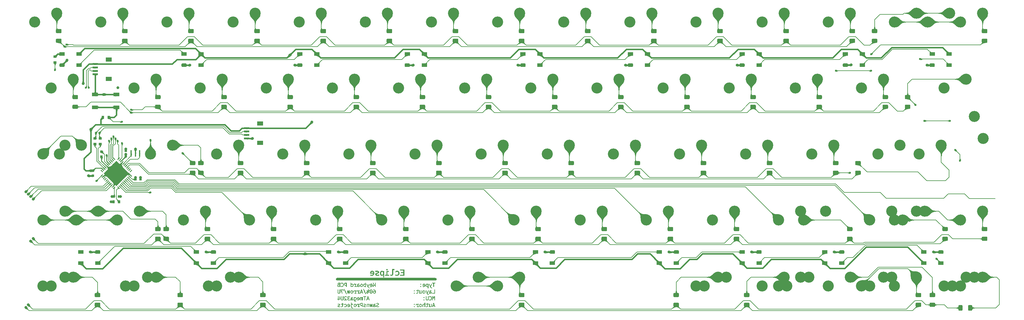
<source format=gbr>
%TF.GenerationSoftware,KiCad,Pcbnew,(5.1.11)-1*%
%TF.CreationDate,2022-09-07T08:58:02+07:00*%
%TF.ProjectId,Eclipse60,45636c69-7073-4653-9630-2e6b69636164,rev?*%
%TF.SameCoordinates,Original*%
%TF.FileFunction,Copper,L2,Bot*%
%TF.FilePolarity,Positive*%
%FSLAX46Y46*%
G04 Gerber Fmt 4.6, Leading zero omitted, Abs format (unit mm)*
G04 Created by KiCad (PCBNEW (5.1.11)-1) date 2022-09-07 08:58:02*
%MOMM*%
%LPD*%
G01*
G04 APERTURE LIST*
%TA.AperFunction,EtchedComponent*%
%ADD10C,0.010000*%
%TD*%
%TA.AperFunction,SMDPad,CuDef*%
%ADD11R,1.800000X1.200000*%
%TD*%
%TA.AperFunction,SMDPad,CuDef*%
%ADD12R,1.550000X0.600000*%
%TD*%
%TA.AperFunction,SMDPad,CuDef*%
%ADD13C,3.200000*%
%TD*%
%TA.AperFunction,ComponentPad*%
%ADD14C,2.400000*%
%TD*%
%TA.AperFunction,SMDPad,CuDef*%
%ADD15R,0.950000X0.800000*%
%TD*%
%TA.AperFunction,SMDPad,CuDef*%
%ADD16R,1.800000X1.100000*%
%TD*%
%TA.AperFunction,SMDPad,CuDef*%
%ADD17R,0.800000X0.950000*%
%TD*%
%TA.AperFunction,SMDPad,CuDef*%
%ADD18R,1.500000X1.000000*%
%TD*%
%TA.AperFunction,SMDPad,CuDef*%
%ADD19C,0.100000*%
%TD*%
%TA.AperFunction,ComponentPad*%
%ADD20C,0.500000*%
%TD*%
%TA.AperFunction,SMDPad,CuDef*%
%ADD21R,0.400000X1.900000*%
%TD*%
%TA.AperFunction,SMDPad,CuDef*%
%ADD22R,0.750000X0.800000*%
%TD*%
%TA.AperFunction,SMDPad,CuDef*%
%ADD23R,0.800000X0.750000*%
%TD*%
%TA.AperFunction,ViaPad*%
%ADD24C,0.800000*%
%TD*%
%TA.AperFunction,ViaPad*%
%ADD25C,0.600000*%
%TD*%
%TA.AperFunction,Conductor*%
%ADD26C,0.200000*%
%TD*%
%TA.AperFunction,Conductor*%
%ADD27C,0.400000*%
%TD*%
%TA.AperFunction,Conductor*%
%ADD28C,0.250000*%
%TD*%
%TA.AperFunction,Conductor*%
%ADD29C,0.300000*%
%TD*%
%TA.AperFunction,Conductor*%
%ADD30C,0.025400*%
%TD*%
%TA.AperFunction,Conductor*%
%ADD31C,0.100000*%
%TD*%
G04 APERTURE END LIST*
D10*
%TO.C,G\u002A\u002A\u002A*%
G36*
X125405035Y-117394500D02*
G01*
X125406137Y-117530415D01*
X125409138Y-117656676D01*
X125413695Y-117765356D01*
X125419466Y-117848524D01*
X125426107Y-117898251D01*
X125426955Y-117901625D01*
X125469857Y-117995238D01*
X125542075Y-118066803D01*
X125646562Y-118118141D01*
X125786273Y-118151072D01*
X125844125Y-118158595D01*
X125900527Y-118162579D01*
X125926613Y-118154845D01*
X125933864Y-118130376D01*
X125934083Y-118119304D01*
X125927500Y-118086937D01*
X125900375Y-118068508D01*
X125844125Y-118056685D01*
X125749695Y-118041329D01*
X125686247Y-118026781D01*
X125642724Y-118008885D01*
X125608068Y-117983482D01*
X125582517Y-117958335D01*
X125521333Y-117894519D01*
X125514423Y-117483114D01*
X125507513Y-117071708D01*
X125689048Y-117071708D01*
X125776645Y-117071233D01*
X125830253Y-117068186D01*
X125858216Y-117060134D01*
X125868878Y-117044646D01*
X125870583Y-117019290D01*
X125870583Y-116965875D01*
X125404917Y-116965875D01*
X125405035Y-117394500D01*
G37*
X125405035Y-117394500D02*
X125406137Y-117530415D01*
X125409138Y-117656676D01*
X125413695Y-117765356D01*
X125419466Y-117848524D01*
X125426107Y-117898251D01*
X125426955Y-117901625D01*
X125469857Y-117995238D01*
X125542075Y-118066803D01*
X125646562Y-118118141D01*
X125786273Y-118151072D01*
X125844125Y-118158595D01*
X125900527Y-118162579D01*
X125926613Y-118154845D01*
X125933864Y-118130376D01*
X125934083Y-118119304D01*
X125927500Y-118086937D01*
X125900375Y-118068508D01*
X125844125Y-118056685D01*
X125749695Y-118041329D01*
X125686247Y-118026781D01*
X125642724Y-118008885D01*
X125608068Y-117983482D01*
X125582517Y-117958335D01*
X125521333Y-117894519D01*
X125514423Y-117483114D01*
X125507513Y-117071708D01*
X125689048Y-117071708D01*
X125776645Y-117071233D01*
X125830253Y-117068186D01*
X125858216Y-117060134D01*
X125868878Y-117044646D01*
X125870583Y-117019290D01*
X125870583Y-116965875D01*
X125404917Y-116965875D01*
X125405035Y-117394500D01*
G36*
X148476583Y-117261212D02*
G01*
X148474871Y-117382073D01*
X148470102Y-117485398D01*
X148462825Y-117563066D01*
X148453591Y-117606955D01*
X148453083Y-117608128D01*
X148406176Y-117665989D01*
X148337885Y-117697596D01*
X148259539Y-117703561D01*
X148182469Y-117684497D01*
X148118006Y-117641016D01*
X148082723Y-117588107D01*
X148067467Y-117527359D01*
X148057801Y-117430233D01*
X148053518Y-117294298D01*
X148053250Y-117241721D01*
X148053250Y-116965875D01*
X147947417Y-116965875D01*
X147947417Y-117706708D01*
X147893836Y-117706708D01*
X147848615Y-117718251D01*
X147827721Y-117739371D01*
X147820474Y-117764075D01*
X147828601Y-117778748D01*
X147860785Y-117788341D01*
X147925710Y-117797807D01*
X147931542Y-117798571D01*
X147991971Y-117805005D01*
X148021549Y-117800721D01*
X148031245Y-117781561D01*
X148032083Y-117760469D01*
X148040873Y-117713444D01*
X148061785Y-117694075D01*
X148086638Y-117709213D01*
X148088991Y-117712832D01*
X148144383Y-117766605D01*
X148224827Y-117800414D01*
X148316924Y-117812002D01*
X148407275Y-117799114D01*
X148460589Y-117775398D01*
X148503772Y-117742988D01*
X148535644Y-117702664D01*
X148557819Y-117647935D01*
X148571910Y-117572313D01*
X148579530Y-117469310D01*
X148582294Y-117332435D01*
X148582417Y-117285467D01*
X148582417Y-116965875D01*
X148476583Y-116965875D01*
X148476583Y-117261212D01*
G37*
X148476583Y-117261212D02*
X148474871Y-117382073D01*
X148470102Y-117485398D01*
X148462825Y-117563066D01*
X148453591Y-117606955D01*
X148453083Y-117608128D01*
X148406176Y-117665989D01*
X148337885Y-117697596D01*
X148259539Y-117703561D01*
X148182469Y-117684497D01*
X148118006Y-117641016D01*
X148082723Y-117588107D01*
X148067467Y-117527359D01*
X148057801Y-117430233D01*
X148053518Y-117294298D01*
X148053250Y-117241721D01*
X148053250Y-116965875D01*
X147947417Y-116965875D01*
X147947417Y-117706708D01*
X147893836Y-117706708D01*
X147848615Y-117718251D01*
X147827721Y-117739371D01*
X147820474Y-117764075D01*
X147828601Y-117778748D01*
X147860785Y-117788341D01*
X147925710Y-117797807D01*
X147931542Y-117798571D01*
X147991971Y-117805005D01*
X148021549Y-117800721D01*
X148031245Y-117781561D01*
X148032083Y-117760469D01*
X148040873Y-117713444D01*
X148061785Y-117694075D01*
X148086638Y-117709213D01*
X148088991Y-117712832D01*
X148144383Y-117766605D01*
X148224827Y-117800414D01*
X148316924Y-117812002D01*
X148407275Y-117799114D01*
X148460589Y-117775398D01*
X148503772Y-117742988D01*
X148535644Y-117702664D01*
X148557819Y-117647935D01*
X148571910Y-117572313D01*
X148579530Y-117469310D01*
X148582294Y-117332435D01*
X148582417Y-117285467D01*
X148582417Y-116965875D01*
X148476583Y-116965875D01*
X148476583Y-117261212D01*
G36*
X147399506Y-116714564D02*
G01*
X147383673Y-116729258D01*
X147377191Y-116765897D01*
X147375918Y-116834423D01*
X147375917Y-116838875D01*
X147375917Y-116965875D01*
X147185417Y-116965875D01*
X147094908Y-116966582D01*
X147038667Y-116969898D01*
X147008638Y-116977612D01*
X146996762Y-116991516D01*
X146994917Y-117008208D01*
X146998100Y-117028321D01*
X147013021Y-117040819D01*
X147047737Y-117047492D01*
X147110305Y-117050131D01*
X147185417Y-117050541D01*
X147375917Y-117050541D01*
X147375799Y-117267500D01*
X147373140Y-117406091D01*
X147364085Y-117508908D01*
X147346756Y-117582266D01*
X147319278Y-117632481D01*
X147279774Y-117665871D01*
X147253601Y-117678787D01*
X147149193Y-117701476D01*
X147077716Y-117697875D01*
X147016962Y-117691889D01*
X146985367Y-117697567D01*
X146970493Y-117718729D01*
X146966533Y-117732021D01*
X146963756Y-117769668D01*
X146983152Y-117793730D01*
X147030744Y-117806909D01*
X147112553Y-117811907D01*
X147145245Y-117812217D01*
X147234293Y-117808666D01*
X147297657Y-117795069D01*
X147351504Y-117767759D01*
X147356912Y-117764183D01*
X147403282Y-117725324D01*
X147436832Y-117675951D01*
X147459445Y-117609141D01*
X147473007Y-117517970D01*
X147479400Y-117395514D01*
X147480555Y-117309833D01*
X147481750Y-117050541D01*
X147598167Y-117050541D01*
X147665444Y-117048704D01*
X147700491Y-117040759D01*
X147713342Y-117023060D01*
X147714583Y-117008208D01*
X147709530Y-116983743D01*
X147687683Y-116970999D01*
X147639009Y-116966326D01*
X147598167Y-116965875D01*
X147481750Y-116965875D01*
X147481750Y-116838875D01*
X147480630Y-116768489D01*
X147474507Y-116730489D01*
X147459241Y-116714931D01*
X147430688Y-116711877D01*
X147428833Y-116711875D01*
X147399506Y-116714564D01*
G37*
X147399506Y-116714564D02*
X147383673Y-116729258D01*
X147377191Y-116765897D01*
X147375918Y-116834423D01*
X147375917Y-116838875D01*
X147375917Y-116965875D01*
X147185417Y-116965875D01*
X147094908Y-116966582D01*
X147038667Y-116969898D01*
X147008638Y-116977612D01*
X146996762Y-116991516D01*
X146994917Y-117008208D01*
X146998100Y-117028321D01*
X147013021Y-117040819D01*
X147047737Y-117047492D01*
X147110305Y-117050131D01*
X147185417Y-117050541D01*
X147375917Y-117050541D01*
X147375799Y-117267500D01*
X147373140Y-117406091D01*
X147364085Y-117508908D01*
X147346756Y-117582266D01*
X147319278Y-117632481D01*
X147279774Y-117665871D01*
X147253601Y-117678787D01*
X147149193Y-117701476D01*
X147077716Y-117697875D01*
X147016962Y-117691889D01*
X146985367Y-117697567D01*
X146970493Y-117718729D01*
X146966533Y-117732021D01*
X146963756Y-117769668D01*
X146983152Y-117793730D01*
X147030744Y-117806909D01*
X147112553Y-117811907D01*
X147145245Y-117812217D01*
X147234293Y-117808666D01*
X147297657Y-117795069D01*
X147351504Y-117767759D01*
X147356912Y-117764183D01*
X147403282Y-117725324D01*
X147436832Y-117675951D01*
X147459445Y-117609141D01*
X147473007Y-117517970D01*
X147479400Y-117395514D01*
X147480555Y-117309833D01*
X147481750Y-117050541D01*
X147598167Y-117050541D01*
X147665444Y-117048704D01*
X147700491Y-117040759D01*
X147713342Y-117023060D01*
X147714583Y-117008208D01*
X147709530Y-116983743D01*
X147687683Y-116970999D01*
X147639009Y-116966326D01*
X147598167Y-116965875D01*
X147481750Y-116965875D01*
X147481750Y-116838875D01*
X147480630Y-116768489D01*
X147474507Y-116730489D01*
X147459241Y-116714931D01*
X147430688Y-116711877D01*
X147428833Y-116711875D01*
X147399506Y-116714564D01*
G36*
X145302465Y-116984214D02*
G01*
X145210923Y-117049675D01*
X145142716Y-117149028D01*
X145142572Y-117149332D01*
X145122381Y-117218737D01*
X145110782Y-117313549D01*
X145108165Y-117417642D01*
X145114922Y-117514890D01*
X145131445Y-117589169D01*
X145131871Y-117590291D01*
X145190232Y-117688321D01*
X145275071Y-117760374D01*
X145377253Y-117802374D01*
X145487641Y-117810243D01*
X145576750Y-117788819D01*
X145659395Y-117737173D01*
X145730072Y-117659480D01*
X145770660Y-117581508D01*
X145784263Y-117518908D01*
X145793209Y-117434833D01*
X145795034Y-117378625D01*
X145682583Y-117378625D01*
X145669706Y-117508310D01*
X145631890Y-117606952D01*
X145570361Y-117672822D01*
X145486348Y-117704191D01*
X145449750Y-117706708D01*
X145383206Y-117696864D01*
X145326534Y-117673091D01*
X145325224Y-117672192D01*
X145282720Y-117628351D01*
X145247559Y-117569681D01*
X145246431Y-117567038D01*
X145224888Y-117481376D01*
X145218019Y-117376003D01*
X145225794Y-117270907D01*
X145246999Y-117188850D01*
X145294960Y-117120952D01*
X145366699Y-117071121D01*
X145445744Y-117050597D01*
X145449750Y-117050541D01*
X145528724Y-117069233D01*
X145601250Y-117117815D01*
X145650855Y-117185050D01*
X145652501Y-117188850D01*
X145669940Y-117252545D01*
X145680797Y-117334463D01*
X145682583Y-117378625D01*
X145795034Y-117378625D01*
X145795407Y-117367172D01*
X145779905Y-117223846D01*
X145735990Y-117109096D01*
X145664806Y-117024702D01*
X145567495Y-116972443D01*
X145536431Y-116963970D01*
X145412562Y-116954896D01*
X145302465Y-116984214D01*
G37*
X145302465Y-116984214D02*
X145210923Y-117049675D01*
X145142716Y-117149028D01*
X145142572Y-117149332D01*
X145122381Y-117218737D01*
X145110782Y-117313549D01*
X145108165Y-117417642D01*
X145114922Y-117514890D01*
X145131445Y-117589169D01*
X145131871Y-117590291D01*
X145190232Y-117688321D01*
X145275071Y-117760374D01*
X145377253Y-117802374D01*
X145487641Y-117810243D01*
X145576750Y-117788819D01*
X145659395Y-117737173D01*
X145730072Y-117659480D01*
X145770660Y-117581508D01*
X145784263Y-117518908D01*
X145793209Y-117434833D01*
X145795034Y-117378625D01*
X145682583Y-117378625D01*
X145669706Y-117508310D01*
X145631890Y-117606952D01*
X145570361Y-117672822D01*
X145486348Y-117704191D01*
X145449750Y-117706708D01*
X145383206Y-117696864D01*
X145326534Y-117673091D01*
X145325224Y-117672192D01*
X145282720Y-117628351D01*
X145247559Y-117569681D01*
X145246431Y-117567038D01*
X145224888Y-117481376D01*
X145218019Y-117376003D01*
X145225794Y-117270907D01*
X145246999Y-117188850D01*
X145294960Y-117120952D01*
X145366699Y-117071121D01*
X145445744Y-117050597D01*
X145449750Y-117050541D01*
X145528724Y-117069233D01*
X145601250Y-117117815D01*
X145650855Y-117185050D01*
X145652501Y-117188850D01*
X145669940Y-117252545D01*
X145680797Y-117334463D01*
X145682583Y-117378625D01*
X145795034Y-117378625D01*
X145795407Y-117367172D01*
X145779905Y-117223846D01*
X145735990Y-117109096D01*
X145664806Y-117024702D01*
X145567495Y-116972443D01*
X145536431Y-116963970D01*
X145412562Y-116954896D01*
X145302465Y-116984214D01*
G36*
X143571208Y-117634894D02*
G01*
X143535570Y-117676435D01*
X143527462Y-117728516D01*
X143543951Y-117777075D01*
X143582104Y-117808046D01*
X143608250Y-117812541D01*
X143653040Y-117797275D01*
X143670783Y-117781956D01*
X143690995Y-117733380D01*
X143683246Y-117683512D01*
X143655064Y-117643472D01*
X143613977Y-117624376D01*
X143571208Y-117634894D01*
G37*
X143571208Y-117634894D02*
X143535570Y-117676435D01*
X143527462Y-117728516D01*
X143543951Y-117777075D01*
X143582104Y-117808046D01*
X143608250Y-117812541D01*
X143653040Y-117797275D01*
X143670783Y-117781956D01*
X143690995Y-117733380D01*
X143683246Y-117683512D01*
X143655064Y-117643472D01*
X143613977Y-117624376D01*
X143571208Y-117634894D01*
G36*
X132973810Y-116675369D02*
G01*
X132858760Y-116704399D01*
X132763297Y-116757591D01*
X132755077Y-116764445D01*
X132718334Y-116799892D01*
X132711270Y-116823398D01*
X132729859Y-116848639D01*
X132730200Y-116848986D01*
X132753411Y-116867155D01*
X132779871Y-116867769D01*
X132822347Y-116848862D01*
X132857200Y-116829407D01*
X132958559Y-116786902D01*
X133055244Y-116773886D01*
X133140317Y-116788252D01*
X133206840Y-116827893D01*
X133247874Y-116890701D01*
X133257750Y-116951048D01*
X133253178Y-116995447D01*
X133235690Y-117033903D01*
X133199631Y-117071585D01*
X133139346Y-117113662D01*
X133049180Y-117165300D01*
X132986921Y-117198535D01*
X132870552Y-117265704D01*
X132789751Y-117328442D01*
X132739197Y-117393289D01*
X132713573Y-117466785D01*
X132707417Y-117542133D01*
X132712337Y-117614235D01*
X132731888Y-117664364D01*
X132767293Y-117706341D01*
X132853510Y-117764752D01*
X132967439Y-117800166D01*
X133100463Y-117811321D01*
X133243969Y-117796955D01*
X133300083Y-117784379D01*
X133355936Y-117764613D01*
X133389085Y-117742682D01*
X133393217Y-117733166D01*
X133388071Y-117682047D01*
X133375873Y-117659667D01*
X133345296Y-117660087D01*
X133286136Y-117677029D01*
X133176379Y-117700025D01*
X133067147Y-117705506D01*
X132968037Y-117694655D01*
X132888643Y-117668658D01*
X132838559Y-117628699D01*
X132833970Y-117621206D01*
X132814999Y-117549901D01*
X132820543Y-117470298D01*
X132835280Y-117429929D01*
X132862866Y-117403355D01*
X132919469Y-117364868D01*
X132995743Y-117320463D01*
X133051259Y-117291358D01*
X133172539Y-117226721D01*
X133259016Y-117170103D01*
X133315951Y-117115852D01*
X133348607Y-117058318D01*
X133362246Y-116991847D01*
X133363583Y-116955907D01*
X133347989Y-116846872D01*
X133300117Y-116764446D01*
X133218337Y-116706033D01*
X133201959Y-116698726D01*
X133093269Y-116672734D01*
X132973810Y-116675369D01*
G37*
X132973810Y-116675369D02*
X132858760Y-116704399D01*
X132763297Y-116757591D01*
X132755077Y-116764445D01*
X132718334Y-116799892D01*
X132711270Y-116823398D01*
X132729859Y-116848639D01*
X132730200Y-116848986D01*
X132753411Y-116867155D01*
X132779871Y-116867769D01*
X132822347Y-116848862D01*
X132857200Y-116829407D01*
X132958559Y-116786902D01*
X133055244Y-116773886D01*
X133140317Y-116788252D01*
X133206840Y-116827893D01*
X133247874Y-116890701D01*
X133257750Y-116951048D01*
X133253178Y-116995447D01*
X133235690Y-117033903D01*
X133199631Y-117071585D01*
X133139346Y-117113662D01*
X133049180Y-117165300D01*
X132986921Y-117198535D01*
X132870552Y-117265704D01*
X132789751Y-117328442D01*
X132739197Y-117393289D01*
X132713573Y-117466785D01*
X132707417Y-117542133D01*
X132712337Y-117614235D01*
X132731888Y-117664364D01*
X132767293Y-117706341D01*
X132853510Y-117764752D01*
X132967439Y-117800166D01*
X133100463Y-117811321D01*
X133243969Y-117796955D01*
X133300083Y-117784379D01*
X133355936Y-117764613D01*
X133389085Y-117742682D01*
X133393217Y-117733166D01*
X133388071Y-117682047D01*
X133375873Y-117659667D01*
X133345296Y-117660087D01*
X133286136Y-117677029D01*
X133176379Y-117700025D01*
X133067147Y-117705506D01*
X132968037Y-117694655D01*
X132888643Y-117668658D01*
X132838559Y-117628699D01*
X132833970Y-117621206D01*
X132814999Y-117549901D01*
X132820543Y-117470298D01*
X132835280Y-117429929D01*
X132862866Y-117403355D01*
X132919469Y-117364868D01*
X132995743Y-117320463D01*
X133051259Y-117291358D01*
X133172539Y-117226721D01*
X133259016Y-117170103D01*
X133315951Y-117115852D01*
X133348607Y-117058318D01*
X133362246Y-116991847D01*
X133363583Y-116955907D01*
X133347989Y-116846872D01*
X133300117Y-116764446D01*
X133218337Y-116706033D01*
X133201959Y-116698726D01*
X133093269Y-116672734D01*
X132973810Y-116675369D01*
G36*
X132139994Y-116950765D02*
G01*
X132055712Y-116971465D01*
X132008110Y-116992333D01*
X131945204Y-117029836D01*
X131899792Y-117073995D01*
X131869200Y-117132026D01*
X131850757Y-117211146D01*
X131841792Y-117318571D01*
X131839616Y-117447416D01*
X131839583Y-117706708D01*
X131765500Y-117706708D01*
X131714060Y-117711697D01*
X131693479Y-117730537D01*
X131691417Y-117746910D01*
X131699540Y-117772703D01*
X131730493Y-117787599D01*
X131791958Y-117796245D01*
X131854415Y-117800035D01*
X131898333Y-117799248D01*
X131908375Y-117797127D01*
X131918282Y-117772792D01*
X131924020Y-117721749D01*
X131924562Y-117700167D01*
X131925620Y-117646467D01*
X131930568Y-117630414D01*
X131942848Y-117647324D01*
X131951329Y-117663739D01*
X131986477Y-117710073D01*
X132039018Y-117756941D01*
X132049397Y-117764281D01*
X132131947Y-117799557D01*
X132230518Y-117812557D01*
X132327183Y-117802655D01*
X132393600Y-117776301D01*
X132457548Y-117713602D01*
X132491187Y-117629821D01*
X132491373Y-117611336D01*
X132386779Y-117611336D01*
X132358337Y-117673661D01*
X132299743Y-117711682D01*
X132214743Y-117722926D01*
X132110421Y-117705861D01*
X132023791Y-117662449D01*
X131967315Y-117591785D01*
X131945526Y-117499737D01*
X131945417Y-117492187D01*
X131945417Y-117410375D01*
X132094635Y-117410375D01*
X132223371Y-117419873D01*
X132314521Y-117448441D01*
X132368348Y-117496185D01*
X132381321Y-117527176D01*
X132386779Y-117611336D01*
X132491373Y-117611336D01*
X132492139Y-117535690D01*
X132464933Y-117454511D01*
X132407362Y-117387189D01*
X132315449Y-117342307D01*
X132188383Y-117319550D01*
X132109458Y-117316360D01*
X131945417Y-117315682D01*
X131945417Y-117258375D01*
X131964940Y-117182564D01*
X132020878Y-117121829D01*
X132109282Y-117078479D01*
X132226205Y-117054821D01*
X132299958Y-117051046D01*
X132356665Y-117048194D01*
X132382730Y-117035890D01*
X132389768Y-117007238D01*
X132389917Y-116997625D01*
X132387644Y-116969649D01*
X132374581Y-116953814D01*
X132341364Y-116946671D01*
X132278630Y-116944772D01*
X132246235Y-116944708D01*
X132139994Y-116950765D01*
G37*
X132139994Y-116950765D02*
X132055712Y-116971465D01*
X132008110Y-116992333D01*
X131945204Y-117029836D01*
X131899792Y-117073995D01*
X131869200Y-117132026D01*
X131850757Y-117211146D01*
X131841792Y-117318571D01*
X131839616Y-117447416D01*
X131839583Y-117706708D01*
X131765500Y-117706708D01*
X131714060Y-117711697D01*
X131693479Y-117730537D01*
X131691417Y-117746910D01*
X131699540Y-117772703D01*
X131730493Y-117787599D01*
X131791958Y-117796245D01*
X131854415Y-117800035D01*
X131898333Y-117799248D01*
X131908375Y-117797127D01*
X131918282Y-117772792D01*
X131924020Y-117721749D01*
X131924562Y-117700167D01*
X131925620Y-117646467D01*
X131930568Y-117630414D01*
X131942848Y-117647324D01*
X131951329Y-117663739D01*
X131986477Y-117710073D01*
X132039018Y-117756941D01*
X132049397Y-117764281D01*
X132131947Y-117799557D01*
X132230518Y-117812557D01*
X132327183Y-117802655D01*
X132393600Y-117776301D01*
X132457548Y-117713602D01*
X132491187Y-117629821D01*
X132491373Y-117611336D01*
X132386779Y-117611336D01*
X132358337Y-117673661D01*
X132299743Y-117711682D01*
X132214743Y-117722926D01*
X132110421Y-117705861D01*
X132023791Y-117662449D01*
X131967315Y-117591785D01*
X131945526Y-117499737D01*
X131945417Y-117492187D01*
X131945417Y-117410375D01*
X132094635Y-117410375D01*
X132223371Y-117419873D01*
X132314521Y-117448441D01*
X132368348Y-117496185D01*
X132381321Y-117527176D01*
X132386779Y-117611336D01*
X132491373Y-117611336D01*
X132492139Y-117535690D01*
X132464933Y-117454511D01*
X132407362Y-117387189D01*
X132315449Y-117342307D01*
X132188383Y-117319550D01*
X132109458Y-117316360D01*
X131945417Y-117315682D01*
X131945417Y-117258375D01*
X131964940Y-117182564D01*
X132020878Y-117121829D01*
X132109282Y-117078479D01*
X132226205Y-117054821D01*
X132299958Y-117051046D01*
X132356665Y-117048194D01*
X132382730Y-117035890D01*
X132389768Y-117007238D01*
X132389917Y-116997625D01*
X132387644Y-116969649D01*
X132374581Y-116953814D01*
X132341364Y-116946671D01*
X132278630Y-116944772D01*
X132246235Y-116944708D01*
X132139994Y-116950765D01*
G36*
X129081968Y-116959333D02*
G01*
X129031238Y-116963598D01*
X129014871Y-116968365D01*
X129011491Y-116994290D01*
X129016181Y-117021332D01*
X129027593Y-117046010D01*
X129052392Y-117057141D01*
X129101887Y-117057757D01*
X129141406Y-117054906D01*
X129272683Y-117052007D01*
X129381363Y-117065583D01*
X129463044Y-117093934D01*
X129513326Y-117135363D01*
X129527806Y-117188170D01*
X129525294Y-117203041D01*
X129510977Y-117235918D01*
X129481935Y-117262769D01*
X129431116Y-117287146D01*
X129351467Y-117312599D01*
X129259847Y-117336727D01*
X129151672Y-117368781D01*
X129077656Y-117403918D01*
X129029662Y-117446925D01*
X129006512Y-117485751D01*
X128984014Y-117578793D01*
X129001937Y-117663831D01*
X129058424Y-117735018D01*
X129093451Y-117759527D01*
X129143012Y-117780575D01*
X129212336Y-117794202D01*
X129310723Y-117801943D01*
X129361522Y-117803769D01*
X129455261Y-117805156D01*
X129537327Y-117804202D01*
X129595478Y-117801146D01*
X129611792Y-117798897D01*
X129650919Y-117782701D01*
X129656842Y-117751189D01*
X129647615Y-117721749D01*
X129633671Y-117706839D01*
X129600984Y-117699062D01*
X129541688Y-117697603D01*
X129451824Y-117701422D01*
X129343603Y-117704687D01*
X129264886Y-117699369D01*
X129203516Y-117684396D01*
X129187080Y-117678032D01*
X129135529Y-117652613D01*
X129114069Y-117625493D01*
X129112374Y-117582389D01*
X129112996Y-117575581D01*
X129121566Y-117535158D01*
X129142795Y-117503372D01*
X129183420Y-117476045D01*
X129250173Y-117448998D01*
X129349790Y-117418056D01*
X129381605Y-117408941D01*
X129496921Y-117369210D01*
X129574784Y-117324085D01*
X129620062Y-117269251D01*
X129637620Y-117200393D01*
X129638250Y-117181390D01*
X129618719Y-117095016D01*
X129564275Y-117025585D01*
X129481144Y-116980049D01*
X129450670Y-116971902D01*
X129399062Y-116965173D01*
X129325146Y-116960460D01*
X129240164Y-116957855D01*
X129155357Y-116957449D01*
X129081968Y-116959333D01*
G37*
X129081968Y-116959333D02*
X129031238Y-116963598D01*
X129014871Y-116968365D01*
X129011491Y-116994290D01*
X129016181Y-117021332D01*
X129027593Y-117046010D01*
X129052392Y-117057141D01*
X129101887Y-117057757D01*
X129141406Y-117054906D01*
X129272683Y-117052007D01*
X129381363Y-117065583D01*
X129463044Y-117093934D01*
X129513326Y-117135363D01*
X129527806Y-117188170D01*
X129525294Y-117203041D01*
X129510977Y-117235918D01*
X129481935Y-117262769D01*
X129431116Y-117287146D01*
X129351467Y-117312599D01*
X129259847Y-117336727D01*
X129151672Y-117368781D01*
X129077656Y-117403918D01*
X129029662Y-117446925D01*
X129006512Y-117485751D01*
X128984014Y-117578793D01*
X129001937Y-117663831D01*
X129058424Y-117735018D01*
X129093451Y-117759527D01*
X129143012Y-117780575D01*
X129212336Y-117794202D01*
X129310723Y-117801943D01*
X129361522Y-117803769D01*
X129455261Y-117805156D01*
X129537327Y-117804202D01*
X129595478Y-117801146D01*
X129611792Y-117798897D01*
X129650919Y-117782701D01*
X129656842Y-117751189D01*
X129647615Y-117721749D01*
X129633671Y-117706839D01*
X129600984Y-117699062D01*
X129541688Y-117697603D01*
X129451824Y-117701422D01*
X129343603Y-117704687D01*
X129264886Y-117699369D01*
X129203516Y-117684396D01*
X129187080Y-117678032D01*
X129135529Y-117652613D01*
X129114069Y-117625493D01*
X129112374Y-117582389D01*
X129112996Y-117575581D01*
X129121566Y-117535158D01*
X129142795Y-117503372D01*
X129183420Y-117476045D01*
X129250173Y-117448998D01*
X129349790Y-117418056D01*
X129381605Y-117408941D01*
X129496921Y-117369210D01*
X129574784Y-117324085D01*
X129620062Y-117269251D01*
X129637620Y-117200393D01*
X129638250Y-117181390D01*
X129618719Y-117095016D01*
X129564275Y-117025585D01*
X129481144Y-116980049D01*
X129450670Y-116971902D01*
X129399062Y-116965173D01*
X129325146Y-116960460D01*
X129240164Y-116957855D01*
X129155357Y-116957449D01*
X129081968Y-116959333D01*
G36*
X126400632Y-116984214D02*
G01*
X126309090Y-117049675D01*
X126240883Y-117149028D01*
X126240739Y-117149332D01*
X126220548Y-117218737D01*
X126208948Y-117313549D01*
X126206332Y-117417642D01*
X126213089Y-117514890D01*
X126229612Y-117589169D01*
X126230038Y-117590291D01*
X126288399Y-117688321D01*
X126373238Y-117760374D01*
X126475419Y-117802374D01*
X126585808Y-117810243D01*
X126674917Y-117788819D01*
X126757562Y-117737173D01*
X126828238Y-117659480D01*
X126868826Y-117581508D01*
X126882429Y-117518908D01*
X126891376Y-117434833D01*
X126893201Y-117378625D01*
X126780750Y-117378625D01*
X126767872Y-117508310D01*
X126730056Y-117606952D01*
X126668528Y-117672822D01*
X126584514Y-117704191D01*
X126547917Y-117706708D01*
X126481372Y-117696864D01*
X126424701Y-117673091D01*
X126423391Y-117672192D01*
X126380887Y-117628351D01*
X126345726Y-117569681D01*
X126344598Y-117567038D01*
X126323054Y-117481376D01*
X126316185Y-117376003D01*
X126323961Y-117270907D01*
X126345166Y-117188850D01*
X126393126Y-117120952D01*
X126464866Y-117071121D01*
X126543911Y-117050597D01*
X126547917Y-117050541D01*
X126626891Y-117069233D01*
X126699417Y-117117815D01*
X126749022Y-117185050D01*
X126750668Y-117188850D01*
X126768107Y-117252545D01*
X126778964Y-117334463D01*
X126780750Y-117378625D01*
X126893201Y-117378625D01*
X126893574Y-117367172D01*
X126878072Y-117223846D01*
X126834157Y-117109096D01*
X126762973Y-117024702D01*
X126665661Y-116972443D01*
X126634598Y-116963970D01*
X126510728Y-116954896D01*
X126400632Y-116984214D01*
G37*
X126400632Y-116984214D02*
X126309090Y-117049675D01*
X126240883Y-117149028D01*
X126240739Y-117149332D01*
X126220548Y-117218737D01*
X126208948Y-117313549D01*
X126206332Y-117417642D01*
X126213089Y-117514890D01*
X126229612Y-117589169D01*
X126230038Y-117590291D01*
X126288399Y-117688321D01*
X126373238Y-117760374D01*
X126475419Y-117802374D01*
X126585808Y-117810243D01*
X126674917Y-117788819D01*
X126757562Y-117737173D01*
X126828238Y-117659480D01*
X126868826Y-117581508D01*
X126882429Y-117518908D01*
X126891376Y-117434833D01*
X126893201Y-117378625D01*
X126780750Y-117378625D01*
X126767872Y-117508310D01*
X126730056Y-117606952D01*
X126668528Y-117672822D01*
X126584514Y-117704191D01*
X126547917Y-117706708D01*
X126481372Y-117696864D01*
X126424701Y-117673091D01*
X126423391Y-117672192D01*
X126380887Y-117628351D01*
X126345726Y-117569681D01*
X126344598Y-117567038D01*
X126323054Y-117481376D01*
X126316185Y-117376003D01*
X126323961Y-117270907D01*
X126345166Y-117188850D01*
X126393126Y-117120952D01*
X126464866Y-117071121D01*
X126543911Y-117050597D01*
X126547917Y-117050541D01*
X126626891Y-117069233D01*
X126699417Y-117117815D01*
X126749022Y-117185050D01*
X126750668Y-117188850D01*
X126768107Y-117252545D01*
X126778964Y-117334463D01*
X126780750Y-117378625D01*
X126893201Y-117378625D01*
X126893574Y-117367172D01*
X126878072Y-117223846D01*
X126834157Y-117109096D01*
X126762973Y-117024702D01*
X126665661Y-116972443D01*
X126634598Y-116963970D01*
X126510728Y-116954896D01*
X126400632Y-116984214D01*
G36*
X124586174Y-116959941D02*
G01*
X124485660Y-117005076D01*
X124409841Y-117081620D01*
X124362298Y-117186010D01*
X124346583Y-117309026D01*
X124346583Y-117410375D01*
X124943839Y-117410375D01*
X124930006Y-117468583D01*
X124892027Y-117564758D01*
X124828596Y-117632915D01*
X124736458Y-117675000D01*
X124612356Y-117692956D01*
X124552958Y-117693818D01*
X124470507Y-117693382D01*
X124421628Y-117696561D01*
X124397577Y-117705773D01*
X124389612Y-117723434D01*
X124388917Y-117739178D01*
X124395412Y-117773456D01*
X124419638Y-117795371D01*
X124468703Y-117807430D01*
X124549717Y-117812137D01*
X124597023Y-117812524D01*
X124711680Y-117804749D01*
X124803150Y-117779319D01*
X124828332Y-117767877D01*
X124928904Y-117695989D01*
X124998562Y-117596672D01*
X125035921Y-117472831D01*
X125039595Y-117327369D01*
X125039447Y-117325708D01*
X124943839Y-117325708D01*
X124446878Y-117325708D01*
X124459574Y-117247471D01*
X124493605Y-117157187D01*
X124558614Y-117092531D01*
X124648160Y-117059705D01*
X124655562Y-117058714D01*
X124753545Y-117066389D01*
X124836921Y-117110790D01*
X124899404Y-117187137D01*
X124930006Y-117267500D01*
X124943839Y-117325708D01*
X125039447Y-117325708D01*
X125039407Y-117325264D01*
X125013230Y-117184170D01*
X124962720Y-117077215D01*
X124886769Y-117003143D01*
X124784267Y-116960700D01*
X124707801Y-116949776D01*
X124586174Y-116959941D01*
G37*
X124586174Y-116959941D02*
X124485660Y-117005076D01*
X124409841Y-117081620D01*
X124362298Y-117186010D01*
X124346583Y-117309026D01*
X124346583Y-117410375D01*
X124943839Y-117410375D01*
X124930006Y-117468583D01*
X124892027Y-117564758D01*
X124828596Y-117632915D01*
X124736458Y-117675000D01*
X124612356Y-117692956D01*
X124552958Y-117693818D01*
X124470507Y-117693382D01*
X124421628Y-117696561D01*
X124397577Y-117705773D01*
X124389612Y-117723434D01*
X124388917Y-117739178D01*
X124395412Y-117773456D01*
X124419638Y-117795371D01*
X124468703Y-117807430D01*
X124549717Y-117812137D01*
X124597023Y-117812524D01*
X124711680Y-117804749D01*
X124803150Y-117779319D01*
X124828332Y-117767877D01*
X124928904Y-117695989D01*
X124998562Y-117596672D01*
X125035921Y-117472831D01*
X125039595Y-117327369D01*
X125039447Y-117325708D01*
X124943839Y-117325708D01*
X124446878Y-117325708D01*
X124459574Y-117247471D01*
X124493605Y-117157187D01*
X124558614Y-117092531D01*
X124648160Y-117059705D01*
X124655562Y-117058714D01*
X124753545Y-117066389D01*
X124836921Y-117110790D01*
X124899404Y-117187137D01*
X124930006Y-117267500D01*
X124943839Y-117325708D01*
X125039447Y-117325708D01*
X125039407Y-117325264D01*
X125013230Y-117184170D01*
X124962720Y-117077215D01*
X124886769Y-117003143D01*
X124784267Y-116960700D01*
X124707801Y-116949776D01*
X124586174Y-116959941D01*
G36*
X123588462Y-116971221D02*
G01*
X123492854Y-117005706D01*
X123421027Y-117057623D01*
X123406615Y-117075350D01*
X123386325Y-117111605D01*
X123396142Y-117135400D01*
X123417431Y-117151818D01*
X123452528Y-117169897D01*
X123482697Y-117160199D01*
X123506727Y-117140116D01*
X123597883Y-117075781D01*
X123689649Y-117051792D01*
X123789645Y-117066749D01*
X123828217Y-117081017D01*
X123909842Y-117136400D01*
X123962185Y-117222182D01*
X123985330Y-117338517D01*
X123986592Y-117378625D01*
X123973947Y-117501110D01*
X123934706Y-117593257D01*
X123866909Y-117656614D01*
X123768599Y-117692731D01*
X123637815Y-117703157D01*
X123579292Y-117700711D01*
X123496993Y-117695701D01*
X123448173Y-117695869D01*
X123424100Y-117703189D01*
X123416040Y-117719637D01*
X123415250Y-117737814D01*
X123426045Y-117775343D01*
X123465536Y-117795695D01*
X123481396Y-117799312D01*
X123578272Y-117809877D01*
X123688053Y-117808740D01*
X123790000Y-117796763D01*
X123839616Y-117784456D01*
X123937093Y-117740742D01*
X124007117Y-117678737D01*
X124045687Y-117621520D01*
X124092175Y-117503407D01*
X124105798Y-117378103D01*
X124088713Y-117254550D01*
X124043075Y-117141690D01*
X123971037Y-117048464D01*
X123894271Y-116993199D01*
X123801539Y-116962884D01*
X123695479Y-116956252D01*
X123588462Y-116971221D01*
G37*
X123588462Y-116971221D02*
X123492854Y-117005706D01*
X123421027Y-117057623D01*
X123406615Y-117075350D01*
X123386325Y-117111605D01*
X123396142Y-117135400D01*
X123417431Y-117151818D01*
X123452528Y-117169897D01*
X123482697Y-117160199D01*
X123506727Y-117140116D01*
X123597883Y-117075781D01*
X123689649Y-117051792D01*
X123789645Y-117066749D01*
X123828217Y-117081017D01*
X123909842Y-117136400D01*
X123962185Y-117222182D01*
X123985330Y-117338517D01*
X123986592Y-117378625D01*
X123973947Y-117501110D01*
X123934706Y-117593257D01*
X123866909Y-117656614D01*
X123768599Y-117692731D01*
X123637815Y-117703157D01*
X123579292Y-117700711D01*
X123496993Y-117695701D01*
X123448173Y-117695869D01*
X123424100Y-117703189D01*
X123416040Y-117719637D01*
X123415250Y-117737814D01*
X123426045Y-117775343D01*
X123465536Y-117795695D01*
X123481396Y-117799312D01*
X123578272Y-117809877D01*
X123688053Y-117808740D01*
X123790000Y-117796763D01*
X123839616Y-117784456D01*
X123937093Y-117740742D01*
X124007117Y-117678737D01*
X124045687Y-117621520D01*
X124092175Y-117503407D01*
X124105798Y-117378103D01*
X124088713Y-117254550D01*
X124043075Y-117141690D01*
X123971037Y-117048464D01*
X123894271Y-116993199D01*
X123801539Y-116962884D01*
X123695479Y-116956252D01*
X123588462Y-116971221D01*
G36*
X122909673Y-116714564D02*
G01*
X122893839Y-116729258D01*
X122887357Y-116765897D01*
X122886085Y-116834423D01*
X122886083Y-116838875D01*
X122886083Y-116965875D01*
X122695583Y-116965875D01*
X122605075Y-116966582D01*
X122548834Y-116969898D01*
X122518804Y-116977612D01*
X122506928Y-116991516D01*
X122505083Y-117008208D01*
X122508267Y-117028321D01*
X122523187Y-117040819D01*
X122557903Y-117047492D01*
X122620472Y-117050131D01*
X122695583Y-117050541D01*
X122886083Y-117050541D01*
X122885965Y-117267500D01*
X122883307Y-117406091D01*
X122874251Y-117508908D01*
X122856923Y-117582266D01*
X122829445Y-117632481D01*
X122789941Y-117665871D01*
X122763767Y-117678787D01*
X122659359Y-117701476D01*
X122587883Y-117697875D01*
X122527128Y-117691889D01*
X122495534Y-117697567D01*
X122480659Y-117718729D01*
X122476700Y-117732021D01*
X122473922Y-117769668D01*
X122493319Y-117793730D01*
X122540910Y-117806909D01*
X122622720Y-117811907D01*
X122655412Y-117812217D01*
X122744459Y-117808666D01*
X122807823Y-117795069D01*
X122861671Y-117767759D01*
X122867078Y-117764183D01*
X122913449Y-117725324D01*
X122946999Y-117675951D01*
X122969612Y-117609141D01*
X122983173Y-117517970D01*
X122989567Y-117395514D01*
X122990722Y-117309833D01*
X122991917Y-117050541D01*
X123108333Y-117050541D01*
X123175610Y-117048704D01*
X123210658Y-117040759D01*
X123223509Y-117023060D01*
X123224750Y-117008208D01*
X123219697Y-116983743D01*
X123197850Y-116970999D01*
X123149176Y-116966326D01*
X123108333Y-116965875D01*
X122991917Y-116965875D01*
X122991917Y-116838875D01*
X122990796Y-116768489D01*
X122984674Y-116730489D01*
X122969407Y-116714931D01*
X122940855Y-116711877D01*
X122939000Y-116711875D01*
X122909673Y-116714564D01*
G37*
X122909673Y-116714564D02*
X122893839Y-116729258D01*
X122887357Y-116765897D01*
X122886085Y-116834423D01*
X122886083Y-116838875D01*
X122886083Y-116965875D01*
X122695583Y-116965875D01*
X122605075Y-116966582D01*
X122548834Y-116969898D01*
X122518804Y-116977612D01*
X122506928Y-116991516D01*
X122505083Y-117008208D01*
X122508267Y-117028321D01*
X122523187Y-117040819D01*
X122557903Y-117047492D01*
X122620472Y-117050131D01*
X122695583Y-117050541D01*
X122886083Y-117050541D01*
X122885965Y-117267500D01*
X122883307Y-117406091D01*
X122874251Y-117508908D01*
X122856923Y-117582266D01*
X122829445Y-117632481D01*
X122789941Y-117665871D01*
X122763767Y-117678787D01*
X122659359Y-117701476D01*
X122587883Y-117697875D01*
X122527128Y-117691889D01*
X122495534Y-117697567D01*
X122480659Y-117718729D01*
X122476700Y-117732021D01*
X122473922Y-117769668D01*
X122493319Y-117793730D01*
X122540910Y-117806909D01*
X122622720Y-117811907D01*
X122655412Y-117812217D01*
X122744459Y-117808666D01*
X122807823Y-117795069D01*
X122861671Y-117767759D01*
X122867078Y-117764183D01*
X122913449Y-117725324D01*
X122946999Y-117675951D01*
X122969612Y-117609141D01*
X122983173Y-117517970D01*
X122989567Y-117395514D01*
X122990722Y-117309833D01*
X122991917Y-117050541D01*
X123108333Y-117050541D01*
X123175610Y-117048704D01*
X123210658Y-117040759D01*
X123223509Y-117023060D01*
X123224750Y-117008208D01*
X123219697Y-116983743D01*
X123197850Y-116970999D01*
X123149176Y-116966326D01*
X123108333Y-116965875D01*
X122991917Y-116965875D01*
X122991917Y-116838875D01*
X122990796Y-116768489D01*
X122984674Y-116730489D01*
X122969407Y-116714931D01*
X122940855Y-116711877D01*
X122939000Y-116711875D01*
X122909673Y-116714564D01*
G36*
X121652468Y-116959333D02*
G01*
X121601738Y-116963598D01*
X121585371Y-116968365D01*
X121581991Y-116994290D01*
X121586681Y-117021332D01*
X121598093Y-117046010D01*
X121622892Y-117057141D01*
X121672387Y-117057757D01*
X121711906Y-117054906D01*
X121843183Y-117052007D01*
X121951863Y-117065583D01*
X122033544Y-117093934D01*
X122083826Y-117135363D01*
X122098306Y-117188170D01*
X122095794Y-117203041D01*
X122081477Y-117235918D01*
X122052435Y-117262769D01*
X122001616Y-117287146D01*
X121921967Y-117312599D01*
X121830347Y-117336727D01*
X121722172Y-117368781D01*
X121648156Y-117403918D01*
X121600162Y-117446925D01*
X121577012Y-117485751D01*
X121554514Y-117578793D01*
X121572437Y-117663831D01*
X121628924Y-117735018D01*
X121663951Y-117759527D01*
X121713512Y-117780575D01*
X121782836Y-117794202D01*
X121881223Y-117801943D01*
X121932022Y-117803769D01*
X122025761Y-117805156D01*
X122107827Y-117804202D01*
X122165978Y-117801146D01*
X122182292Y-117798897D01*
X122221419Y-117782701D01*
X122227342Y-117751189D01*
X122218115Y-117721749D01*
X122204171Y-117706839D01*
X122171484Y-117699062D01*
X122112188Y-117697603D01*
X122022324Y-117701422D01*
X121914103Y-117704687D01*
X121835386Y-117699369D01*
X121774016Y-117684396D01*
X121757580Y-117678032D01*
X121706029Y-117652613D01*
X121684569Y-117625493D01*
X121682874Y-117582389D01*
X121683496Y-117575581D01*
X121692066Y-117535158D01*
X121713295Y-117503372D01*
X121753920Y-117476045D01*
X121820673Y-117448998D01*
X121920290Y-117418056D01*
X121952105Y-117408941D01*
X122067421Y-117369210D01*
X122145284Y-117324085D01*
X122190562Y-117269251D01*
X122208120Y-117200393D01*
X122208750Y-117181390D01*
X122189219Y-117095016D01*
X122134775Y-117025585D01*
X122051644Y-116980049D01*
X122021170Y-116971902D01*
X121969562Y-116965173D01*
X121895646Y-116960460D01*
X121810664Y-116957855D01*
X121725857Y-116957449D01*
X121652468Y-116959333D01*
G37*
X121652468Y-116959333D02*
X121601738Y-116963598D01*
X121585371Y-116968365D01*
X121581991Y-116994290D01*
X121586681Y-117021332D01*
X121598093Y-117046010D01*
X121622892Y-117057141D01*
X121672387Y-117057757D01*
X121711906Y-117054906D01*
X121843183Y-117052007D01*
X121951863Y-117065583D01*
X122033544Y-117093934D01*
X122083826Y-117135363D01*
X122098306Y-117188170D01*
X122095794Y-117203041D01*
X122081477Y-117235918D01*
X122052435Y-117262769D01*
X122001616Y-117287146D01*
X121921967Y-117312599D01*
X121830347Y-117336727D01*
X121722172Y-117368781D01*
X121648156Y-117403918D01*
X121600162Y-117446925D01*
X121577012Y-117485751D01*
X121554514Y-117578793D01*
X121572437Y-117663831D01*
X121628924Y-117735018D01*
X121663951Y-117759527D01*
X121713512Y-117780575D01*
X121782836Y-117794202D01*
X121881223Y-117801943D01*
X121932022Y-117803769D01*
X122025761Y-117805156D01*
X122107827Y-117804202D01*
X122165978Y-117801146D01*
X122182292Y-117798897D01*
X122221419Y-117782701D01*
X122227342Y-117751189D01*
X122218115Y-117721749D01*
X122204171Y-117706839D01*
X122171484Y-117699062D01*
X122112188Y-117697603D01*
X122022324Y-117701422D01*
X121914103Y-117704687D01*
X121835386Y-117699369D01*
X121774016Y-117684396D01*
X121757580Y-117678032D01*
X121706029Y-117652613D01*
X121684569Y-117625493D01*
X121682874Y-117582389D01*
X121683496Y-117575581D01*
X121692066Y-117535158D01*
X121713295Y-117503372D01*
X121753920Y-117476045D01*
X121820673Y-117448998D01*
X121920290Y-117418056D01*
X121952105Y-117408941D01*
X122067421Y-117369210D01*
X122145284Y-117324085D01*
X122190562Y-117269251D01*
X122208120Y-117200393D01*
X122208750Y-117181390D01*
X122189219Y-117095016D01*
X122134775Y-117025585D01*
X122051644Y-116980049D01*
X122021170Y-116971902D01*
X121969562Y-116965173D01*
X121895646Y-116960460D01*
X121810664Y-116957855D01*
X121725857Y-116957449D01*
X121652468Y-116959333D01*
G36*
X148974770Y-117087583D02*
G01*
X148932685Y-117222628D01*
X148891330Y-117355258D01*
X148853728Y-117475783D01*
X148822901Y-117574516D01*
X148803077Y-117637916D01*
X148755028Y-117791375D01*
X148812976Y-117791375D01*
X148844419Y-117787971D01*
X148866459Y-117771839D01*
X148885250Y-117734100D01*
X148906942Y-117665873D01*
X148911966Y-117648500D01*
X148953008Y-117505625D01*
X149175860Y-117499663D01*
X149398712Y-117493702D01*
X149439483Y-117642538D01*
X149461847Y-117719589D01*
X149480092Y-117764217D01*
X149499988Y-117785167D01*
X149527301Y-117791177D01*
X149537697Y-117791375D01*
X149595139Y-117791375D01*
X149547460Y-117637916D01*
X149525686Y-117567887D01*
X149494335Y-117467128D01*
X149470082Y-117389208D01*
X149361484Y-117389208D01*
X148988727Y-117389208D01*
X149015955Y-117299250D01*
X149034635Y-117237516D01*
X149060917Y-117150641D01*
X149090147Y-117054003D01*
X149100796Y-117018791D01*
X149133683Y-116913969D01*
X149158153Y-116847031D01*
X149176166Y-116814817D01*
X149189679Y-116814169D01*
X149200652Y-116841928D01*
X149203335Y-116853427D01*
X149214586Y-116897200D01*
X149235291Y-116970666D01*
X149262365Y-117063084D01*
X149288862Y-117151083D01*
X149361484Y-117389208D01*
X149470082Y-117389208D01*
X149456422Y-117345326D01*
X149414962Y-117212169D01*
X149376162Y-117087583D01*
X149252542Y-116690708D01*
X149098412Y-116690708D01*
X148974770Y-117087583D01*
G37*
X148974770Y-117087583D02*
X148932685Y-117222628D01*
X148891330Y-117355258D01*
X148853728Y-117475783D01*
X148822901Y-117574516D01*
X148803077Y-117637916D01*
X148755028Y-117791375D01*
X148812976Y-117791375D01*
X148844419Y-117787971D01*
X148866459Y-117771839D01*
X148885250Y-117734100D01*
X148906942Y-117665873D01*
X148911966Y-117648500D01*
X148953008Y-117505625D01*
X149175860Y-117499663D01*
X149398712Y-117493702D01*
X149439483Y-117642538D01*
X149461847Y-117719589D01*
X149480092Y-117764217D01*
X149499988Y-117785167D01*
X149527301Y-117791177D01*
X149537697Y-117791375D01*
X149595139Y-117791375D01*
X149547460Y-117637916D01*
X149525686Y-117567887D01*
X149494335Y-117467128D01*
X149470082Y-117389208D01*
X149361484Y-117389208D01*
X148988727Y-117389208D01*
X149015955Y-117299250D01*
X149034635Y-117237516D01*
X149060917Y-117150641D01*
X149090147Y-117054003D01*
X149100796Y-117018791D01*
X149133683Y-116913969D01*
X149158153Y-116847031D01*
X149176166Y-116814817D01*
X149189679Y-116814169D01*
X149200652Y-116841928D01*
X149203335Y-116853427D01*
X149214586Y-116897200D01*
X149235291Y-116970666D01*
X149262365Y-117063084D01*
X149288862Y-117151083D01*
X149361484Y-117389208D01*
X149470082Y-117389208D01*
X149456422Y-117345326D01*
X149414962Y-117212169D01*
X149376162Y-117087583D01*
X149252542Y-116690708D01*
X149098412Y-116690708D01*
X148974770Y-117087583D01*
G36*
X146592750Y-117069784D02*
G01*
X146543230Y-117020263D01*
X146466727Y-116971417D01*
X146373827Y-116952506D01*
X146276617Y-116962151D01*
X146187182Y-116998969D01*
X146117610Y-117061581D01*
X146111982Y-117069546D01*
X146093400Y-117099860D01*
X146080285Y-117131678D01*
X146071693Y-117172751D01*
X146066679Y-117230827D01*
X146064298Y-117313657D01*
X146063604Y-117428990D01*
X146063583Y-117466421D01*
X146063583Y-117791375D01*
X146169417Y-117791375D01*
X146169417Y-117473875D01*
X146169880Y-117350018D01*
X146171825Y-117261319D01*
X146176086Y-117200606D01*
X146183498Y-117160710D01*
X146194894Y-117134459D01*
X146211108Y-117114683D01*
X146211212Y-117114580D01*
X146287449Y-117066498D01*
X146380885Y-117056633D01*
X146446378Y-117069745D01*
X146498871Y-117090244D01*
X146537322Y-117119807D01*
X146563826Y-117164652D01*
X146580474Y-117230997D01*
X146589359Y-117325061D01*
X146592576Y-117453060D01*
X146592750Y-117504573D01*
X146592750Y-117791375D01*
X146698583Y-117791375D01*
X146698583Y-116627208D01*
X146592750Y-116627208D01*
X146592750Y-117069784D01*
G37*
X146592750Y-117069784D02*
X146543230Y-117020263D01*
X146466727Y-116971417D01*
X146373827Y-116952506D01*
X146276617Y-116962151D01*
X146187182Y-116998969D01*
X146117610Y-117061581D01*
X146111982Y-117069546D01*
X146093400Y-117099860D01*
X146080285Y-117131678D01*
X146071693Y-117172751D01*
X146066679Y-117230827D01*
X146064298Y-117313657D01*
X146063604Y-117428990D01*
X146063583Y-117466421D01*
X146063583Y-117791375D01*
X146169417Y-117791375D01*
X146169417Y-117473875D01*
X146169880Y-117350018D01*
X146171825Y-117261319D01*
X146176086Y-117200606D01*
X146183498Y-117160710D01*
X146194894Y-117134459D01*
X146211108Y-117114683D01*
X146211212Y-117114580D01*
X146287449Y-117066498D01*
X146380885Y-117056633D01*
X146446378Y-117069745D01*
X146498871Y-117090244D01*
X146537322Y-117119807D01*
X146563826Y-117164652D01*
X146580474Y-117230997D01*
X146589359Y-117325061D01*
X146592576Y-117453060D01*
X146592750Y-117504573D01*
X146592750Y-117791375D01*
X146698583Y-117791375D01*
X146698583Y-116627208D01*
X146592750Y-116627208D01*
X146592750Y-117069784D01*
G36*
X144251560Y-116956617D02*
G01*
X144181779Y-116995300D01*
X144135009Y-117065189D01*
X144106520Y-117170717D01*
X144106264Y-117172250D01*
X144098430Y-117228366D01*
X144104135Y-117254346D01*
X144129892Y-117261799D01*
X144156723Y-117262208D01*
X144200609Y-117258257D01*
X144218610Y-117237822D01*
X144222083Y-117188125D01*
X144238094Y-117107858D01*
X144282557Y-117054903D01*
X144350115Y-117034240D01*
X144385105Y-117036551D01*
X144457860Y-117057083D01*
X144512468Y-117095310D01*
X144551501Y-117156429D01*
X144577532Y-117245638D01*
X144593133Y-117368134D01*
X144598920Y-117468583D01*
X144608411Y-117706708D01*
X144489330Y-117706708D01*
X144421121Y-117708464D01*
X144385238Y-117716088D01*
X144371740Y-117733115D01*
X144370250Y-117749041D01*
X144372584Y-117766324D01*
X144384083Y-117778131D01*
X144411494Y-117785502D01*
X144461563Y-117789474D01*
X144541036Y-117791085D01*
X144645417Y-117791375D01*
X144757752Y-117791015D01*
X144834502Y-117789246D01*
X144882413Y-117785029D01*
X144908231Y-117777326D01*
X144918704Y-117765100D01*
X144920583Y-117749041D01*
X144915011Y-117723649D01*
X144891361Y-117710986D01*
X144839229Y-117706889D01*
X144814750Y-117706708D01*
X144708917Y-117706708D01*
X144708917Y-117050541D01*
X144793583Y-117050541D01*
X144848976Y-117046991D01*
X144873457Y-117032643D01*
X144878250Y-117008208D01*
X144873517Y-116984363D01*
X144852805Y-116971591D01*
X144806345Y-116966566D01*
X144753955Y-116965875D01*
X144629661Y-116965875D01*
X144614946Y-117055833D01*
X144600232Y-117145791D01*
X144572072Y-117079715D01*
X144520448Y-117002174D01*
X144444349Y-116957789D01*
X144349083Y-116944708D01*
X144251560Y-116956617D01*
G37*
X144251560Y-116956617D02*
X144181779Y-116995300D01*
X144135009Y-117065189D01*
X144106520Y-117170717D01*
X144106264Y-117172250D01*
X144098430Y-117228366D01*
X144104135Y-117254346D01*
X144129892Y-117261799D01*
X144156723Y-117262208D01*
X144200609Y-117258257D01*
X144218610Y-117237822D01*
X144222083Y-117188125D01*
X144238094Y-117107858D01*
X144282557Y-117054903D01*
X144350115Y-117034240D01*
X144385105Y-117036551D01*
X144457860Y-117057083D01*
X144512468Y-117095310D01*
X144551501Y-117156429D01*
X144577532Y-117245638D01*
X144593133Y-117368134D01*
X144598920Y-117468583D01*
X144608411Y-117706708D01*
X144489330Y-117706708D01*
X144421121Y-117708464D01*
X144385238Y-117716088D01*
X144371740Y-117733115D01*
X144370250Y-117749041D01*
X144372584Y-117766324D01*
X144384083Y-117778131D01*
X144411494Y-117785502D01*
X144461563Y-117789474D01*
X144541036Y-117791085D01*
X144645417Y-117791375D01*
X144757752Y-117791015D01*
X144834502Y-117789246D01*
X144882413Y-117785029D01*
X144908231Y-117777326D01*
X144918704Y-117765100D01*
X144920583Y-117749041D01*
X144915011Y-117723649D01*
X144891361Y-117710986D01*
X144839229Y-117706889D01*
X144814750Y-117706708D01*
X144708917Y-117706708D01*
X144708917Y-117050541D01*
X144793583Y-117050541D01*
X144848976Y-117046991D01*
X144873457Y-117032643D01*
X144878250Y-117008208D01*
X144873517Y-116984363D01*
X144852805Y-116971591D01*
X144806345Y-116966566D01*
X144753955Y-116965875D01*
X144629661Y-116965875D01*
X144614946Y-117055833D01*
X144600232Y-117145791D01*
X144572072Y-117079715D01*
X144520448Y-117002174D01*
X144444349Y-116957789D01*
X144349083Y-116944708D01*
X144251560Y-116956617D01*
G36*
X130833311Y-116965841D02*
G01*
X130829960Y-116965875D01*
X130791804Y-116972052D01*
X130785115Y-116998182D01*
X130788199Y-117013500D01*
X130795638Y-117050306D01*
X130808539Y-117120385D01*
X130825387Y-117215255D01*
X130844666Y-117326436D01*
X130855372Y-117389208D01*
X130878880Y-117528074D01*
X130896879Y-117630727D01*
X130911369Y-117702618D01*
X130924345Y-117749195D01*
X130937806Y-117775910D01*
X130953748Y-117788212D01*
X130974168Y-117791551D01*
X131001065Y-117791378D01*
X131002754Y-117791375D01*
X131025428Y-117792324D01*
X131042962Y-117791919D01*
X131056843Y-117785277D01*
X131068559Y-117767518D01*
X131079597Y-117733760D01*
X131091446Y-117679122D01*
X131105593Y-117598722D01*
X131123527Y-117487679D01*
X131146734Y-117341111D01*
X131154092Y-117294844D01*
X131169225Y-117204449D01*
X131182385Y-117134232D01*
X131192074Y-117091653D01*
X131196600Y-117083177D01*
X131201489Y-117110376D01*
X131211197Y-117171486D01*
X131224493Y-117258521D01*
X131240145Y-117363492D01*
X131247033Y-117410375D01*
X131266758Y-117545174D01*
X131282027Y-117643787D01*
X131294908Y-117711855D01*
X131307465Y-117755018D01*
X131321767Y-117778919D01*
X131339879Y-117789197D01*
X131363868Y-117791495D01*
X131386591Y-117791375D01*
X131437898Y-117784511D01*
X131466983Y-117767708D01*
X131468273Y-117764916D01*
X131473949Y-117735669D01*
X131484115Y-117672357D01*
X131497575Y-117582862D01*
X131513128Y-117475070D01*
X131522204Y-117410375D01*
X131538774Y-117292643D01*
X131554221Y-117185746D01*
X131567231Y-117098562D01*
X131576493Y-117039969D01*
X131579325Y-117024083D01*
X131582695Y-116982224D01*
X131562922Y-116967316D01*
X131537886Y-116965875D01*
X131519743Y-116966630D01*
X131505173Y-116972157D01*
X131493001Y-116987348D01*
X131482047Y-117017094D01*
X131471137Y-117066287D01*
X131459092Y-117139820D01*
X131444737Y-117242584D01*
X131426893Y-117379470D01*
X131413834Y-117481494D01*
X131400581Y-117571800D01*
X131388198Y-117631132D01*
X131377729Y-117655185D01*
X131372776Y-117650828D01*
X131364665Y-117616841D01*
X131351859Y-117549321D01*
X131335831Y-117456617D01*
X131318051Y-117347078D01*
X131308972Y-117288666D01*
X131259551Y-116965875D01*
X131125038Y-116965875D01*
X131065138Y-117341583D01*
X131005239Y-117717291D01*
X130968057Y-117484458D01*
X130942469Y-117323958D01*
X130922526Y-117200408D01*
X130906946Y-117108994D01*
X130894448Y-117044903D01*
X130883748Y-117003323D01*
X130873567Y-116979440D01*
X130862621Y-116968441D01*
X130849630Y-116965512D01*
X130833311Y-116965841D01*
G37*
X130833311Y-116965841D02*
X130829960Y-116965875D01*
X130791804Y-116972052D01*
X130785115Y-116998182D01*
X130788199Y-117013500D01*
X130795638Y-117050306D01*
X130808539Y-117120385D01*
X130825387Y-117215255D01*
X130844666Y-117326436D01*
X130855372Y-117389208D01*
X130878880Y-117528074D01*
X130896879Y-117630727D01*
X130911369Y-117702618D01*
X130924345Y-117749195D01*
X130937806Y-117775910D01*
X130953748Y-117788212D01*
X130974168Y-117791551D01*
X131001065Y-117791378D01*
X131002754Y-117791375D01*
X131025428Y-117792324D01*
X131042962Y-117791919D01*
X131056843Y-117785277D01*
X131068559Y-117767518D01*
X131079597Y-117733760D01*
X131091446Y-117679122D01*
X131105593Y-117598722D01*
X131123527Y-117487679D01*
X131146734Y-117341111D01*
X131154092Y-117294844D01*
X131169225Y-117204449D01*
X131182385Y-117134232D01*
X131192074Y-117091653D01*
X131196600Y-117083177D01*
X131201489Y-117110376D01*
X131211197Y-117171486D01*
X131224493Y-117258521D01*
X131240145Y-117363492D01*
X131247033Y-117410375D01*
X131266758Y-117545174D01*
X131282027Y-117643787D01*
X131294908Y-117711855D01*
X131307465Y-117755018D01*
X131321767Y-117778919D01*
X131339879Y-117789197D01*
X131363868Y-117791495D01*
X131386591Y-117791375D01*
X131437898Y-117784511D01*
X131466983Y-117767708D01*
X131468273Y-117764916D01*
X131473949Y-117735669D01*
X131484115Y-117672357D01*
X131497575Y-117582862D01*
X131513128Y-117475070D01*
X131522204Y-117410375D01*
X131538774Y-117292643D01*
X131554221Y-117185746D01*
X131567231Y-117098562D01*
X131576493Y-117039969D01*
X131579325Y-117024083D01*
X131582695Y-116982224D01*
X131562922Y-116967316D01*
X131537886Y-116965875D01*
X131519743Y-116966630D01*
X131505173Y-116972157D01*
X131493001Y-116987348D01*
X131482047Y-117017094D01*
X131471137Y-117066287D01*
X131459092Y-117139820D01*
X131444737Y-117242584D01*
X131426893Y-117379470D01*
X131413834Y-117481494D01*
X131400581Y-117571800D01*
X131388198Y-117631132D01*
X131377729Y-117655185D01*
X131372776Y-117650828D01*
X131364665Y-117616841D01*
X131351859Y-117549321D01*
X131335831Y-117456617D01*
X131318051Y-117347078D01*
X131308972Y-117288666D01*
X131259551Y-116965875D01*
X131125038Y-116965875D01*
X131065138Y-117341583D01*
X131005239Y-117717291D01*
X130968057Y-117484458D01*
X130942469Y-117323958D01*
X130922526Y-117200408D01*
X130906946Y-117108994D01*
X130894448Y-117044903D01*
X130883748Y-117003323D01*
X130873567Y-116979440D01*
X130862621Y-116968441D01*
X130849630Y-116965512D01*
X130833311Y-116965841D01*
G36*
X130147933Y-116962204D02*
G01*
X130058694Y-116998802D01*
X129989207Y-117060785D01*
X129982982Y-117069546D01*
X129964400Y-117099860D01*
X129951285Y-117131678D01*
X129942693Y-117172751D01*
X129937679Y-117230827D01*
X129935298Y-117313657D01*
X129934604Y-117428990D01*
X129934583Y-117466421D01*
X129934583Y-117791375D01*
X130040417Y-117791375D01*
X130040417Y-117473875D01*
X130040880Y-117350018D01*
X130042825Y-117261319D01*
X130047086Y-117200606D01*
X130054498Y-117160710D01*
X130065894Y-117134459D01*
X130082108Y-117114683D01*
X130082212Y-117114580D01*
X130158449Y-117066498D01*
X130251885Y-117056633D01*
X130317378Y-117069745D01*
X130369871Y-117090244D01*
X130408322Y-117119807D01*
X130434826Y-117164652D01*
X130451474Y-117230997D01*
X130460359Y-117325061D01*
X130463576Y-117453060D01*
X130463750Y-117504573D01*
X130463750Y-117791375D01*
X130569583Y-117791375D01*
X130569583Y-117378625D01*
X130569409Y-117236876D01*
X130568509Y-117131936D01*
X130566317Y-117058281D01*
X130562266Y-117010388D01*
X130555789Y-116982733D01*
X130546320Y-116969791D01*
X130533292Y-116966040D01*
X130527250Y-116965875D01*
X130491557Y-116981044D01*
X130484917Y-117004680D01*
X130477802Y-117047331D01*
X130454822Y-117052128D01*
X130413526Y-117019559D01*
X130412947Y-117018981D01*
X130337181Y-116970868D01*
X130244803Y-116952418D01*
X130147933Y-116962204D01*
G37*
X130147933Y-116962204D02*
X130058694Y-116998802D01*
X129989207Y-117060785D01*
X129982982Y-117069546D01*
X129964400Y-117099860D01*
X129951285Y-117131678D01*
X129942693Y-117172751D01*
X129937679Y-117230827D01*
X129935298Y-117313657D01*
X129934604Y-117428990D01*
X129934583Y-117466421D01*
X129934583Y-117791375D01*
X130040417Y-117791375D01*
X130040417Y-117473875D01*
X130040880Y-117350018D01*
X130042825Y-117261319D01*
X130047086Y-117200606D01*
X130054498Y-117160710D01*
X130065894Y-117134459D01*
X130082108Y-117114683D01*
X130082212Y-117114580D01*
X130158449Y-117066498D01*
X130251885Y-117056633D01*
X130317378Y-117069745D01*
X130369871Y-117090244D01*
X130408322Y-117119807D01*
X130434826Y-117164652D01*
X130451474Y-117230997D01*
X130460359Y-117325061D01*
X130463576Y-117453060D01*
X130463750Y-117504573D01*
X130463750Y-117791375D01*
X130569583Y-117791375D01*
X130569583Y-117378625D01*
X130569409Y-117236876D01*
X130568509Y-117131936D01*
X130566317Y-117058281D01*
X130562266Y-117010388D01*
X130555789Y-116982733D01*
X130546320Y-116969791D01*
X130533292Y-116966040D01*
X130527250Y-116965875D01*
X130491557Y-116981044D01*
X130484917Y-117004680D01*
X130477802Y-117047331D01*
X130454822Y-117052128D01*
X130413526Y-117019559D01*
X130412947Y-117018981D01*
X130337181Y-116970868D01*
X130244803Y-116952418D01*
X130147933Y-116962204D01*
G36*
X128391250Y-116691987D02*
G01*
X128313751Y-116696937D01*
X128255935Y-116707229D01*
X128206503Y-116724532D01*
X128177428Y-116738333D01*
X128086554Y-116802261D01*
X128029248Y-116887228D01*
X128002698Y-116998141D01*
X128000093Y-117047726D01*
X128014559Y-117178772D01*
X128061894Y-117283355D01*
X128142417Y-117362083D01*
X128177427Y-117383076D01*
X128235884Y-117409132D01*
X128298134Y-117424096D01*
X128378746Y-117430601D01*
X128445663Y-117431541D01*
X128622250Y-117431541D01*
X128622250Y-117611458D01*
X128622736Y-117698582D01*
X128625837Y-117751754D01*
X128634018Y-117779356D01*
X128649745Y-117789769D01*
X128675167Y-117791375D01*
X128728083Y-117791375D01*
X128728083Y-117325708D01*
X128622250Y-117325708D01*
X128489958Y-117325590D01*
X128404037Y-117321899D01*
X128322353Y-117312515D01*
X128279255Y-117303694D01*
X128193698Y-117262988D01*
X128139755Y-117195906D01*
X128115830Y-117100106D01*
X128114250Y-117061125D01*
X128126048Y-116962225D01*
X128163603Y-116888636D01*
X128230156Y-116838076D01*
X128328949Y-116808264D01*
X128463224Y-116796916D01*
X128489958Y-116796659D01*
X128622250Y-116796541D01*
X128622250Y-117325708D01*
X128728083Y-117325708D01*
X128728083Y-116690708D01*
X128499735Y-116690708D01*
X128391250Y-116691987D01*
G37*
X128391250Y-116691987D02*
X128313751Y-116696937D01*
X128255935Y-116707229D01*
X128206503Y-116724532D01*
X128177428Y-116738333D01*
X128086554Y-116802261D01*
X128029248Y-116887228D01*
X128002698Y-116998141D01*
X128000093Y-117047726D01*
X128014559Y-117178772D01*
X128061894Y-117283355D01*
X128142417Y-117362083D01*
X128177427Y-117383076D01*
X128235884Y-117409132D01*
X128298134Y-117424096D01*
X128378746Y-117430601D01*
X128445663Y-117431541D01*
X128622250Y-117431541D01*
X128622250Y-117611458D01*
X128622736Y-117698582D01*
X128625837Y-117751754D01*
X128634018Y-117779356D01*
X128649745Y-117789769D01*
X128675167Y-117791375D01*
X128728083Y-117791375D01*
X128728083Y-117325708D01*
X128622250Y-117325708D01*
X128489958Y-117325590D01*
X128404037Y-117321899D01*
X128322353Y-117312515D01*
X128279255Y-117303694D01*
X128193698Y-117262988D01*
X128139755Y-117195906D01*
X128115830Y-117100106D01*
X128114250Y-117061125D01*
X128126048Y-116962225D01*
X128163603Y-116888636D01*
X128230156Y-116838076D01*
X128328949Y-116808264D01*
X128463224Y-116796916D01*
X128489958Y-116796659D01*
X128622250Y-116796541D01*
X128622250Y-117325708D01*
X128728083Y-117325708D01*
X128728083Y-116690708D01*
X128499735Y-116690708D01*
X128391250Y-116691987D01*
G36*
X127191227Y-116956617D02*
G01*
X127121445Y-116995300D01*
X127074675Y-117065189D01*
X127046186Y-117170717D01*
X127045931Y-117172250D01*
X127038097Y-117228366D01*
X127043802Y-117254346D01*
X127069558Y-117261799D01*
X127096390Y-117262208D01*
X127140276Y-117258257D01*
X127158277Y-117237822D01*
X127161750Y-117188125D01*
X127177761Y-117107858D01*
X127222223Y-117054903D01*
X127289782Y-117034240D01*
X127324772Y-117036551D01*
X127397527Y-117057083D01*
X127452135Y-117095310D01*
X127491168Y-117156429D01*
X127517199Y-117245638D01*
X127532800Y-117368134D01*
X127538586Y-117468583D01*
X127548077Y-117706708D01*
X127428997Y-117706708D01*
X127360787Y-117708464D01*
X127324905Y-117716088D01*
X127311407Y-117733115D01*
X127309917Y-117749041D01*
X127312251Y-117766324D01*
X127323750Y-117778131D01*
X127351161Y-117785502D01*
X127401230Y-117789474D01*
X127480703Y-117791085D01*
X127585083Y-117791375D01*
X127697419Y-117791015D01*
X127774169Y-117789246D01*
X127822080Y-117785029D01*
X127847898Y-117777326D01*
X127858370Y-117765100D01*
X127860250Y-117749041D01*
X127854678Y-117723649D01*
X127831027Y-117710986D01*
X127778896Y-117706889D01*
X127754417Y-117706708D01*
X127648583Y-117706708D01*
X127648583Y-117050541D01*
X127733250Y-117050541D01*
X127788642Y-117046991D01*
X127813123Y-117032643D01*
X127817917Y-117008208D01*
X127813184Y-116984363D01*
X127792471Y-116971591D01*
X127746011Y-116966566D01*
X127693622Y-116965875D01*
X127569327Y-116965875D01*
X127539899Y-117145791D01*
X127511738Y-117079715D01*
X127460115Y-117002174D01*
X127384016Y-116957789D01*
X127288750Y-116944708D01*
X127191227Y-116956617D01*
G37*
X127191227Y-116956617D02*
X127121445Y-116995300D01*
X127074675Y-117065189D01*
X127046186Y-117170717D01*
X127045931Y-117172250D01*
X127038097Y-117228366D01*
X127043802Y-117254346D01*
X127069558Y-117261799D01*
X127096390Y-117262208D01*
X127140276Y-117258257D01*
X127158277Y-117237822D01*
X127161750Y-117188125D01*
X127177761Y-117107858D01*
X127222223Y-117054903D01*
X127289782Y-117034240D01*
X127324772Y-117036551D01*
X127397527Y-117057083D01*
X127452135Y-117095310D01*
X127491168Y-117156429D01*
X127517199Y-117245638D01*
X127532800Y-117368134D01*
X127538586Y-117468583D01*
X127548077Y-117706708D01*
X127428997Y-117706708D01*
X127360787Y-117708464D01*
X127324905Y-117716088D01*
X127311407Y-117733115D01*
X127309917Y-117749041D01*
X127312251Y-117766324D01*
X127323750Y-117778131D01*
X127351161Y-117785502D01*
X127401230Y-117789474D01*
X127480703Y-117791085D01*
X127585083Y-117791375D01*
X127697419Y-117791015D01*
X127774169Y-117789246D01*
X127822080Y-117785029D01*
X127847898Y-117777326D01*
X127858370Y-117765100D01*
X127860250Y-117749041D01*
X127854678Y-117723649D01*
X127831027Y-117710986D01*
X127778896Y-117706889D01*
X127754417Y-117706708D01*
X127648583Y-117706708D01*
X127648583Y-117050541D01*
X127733250Y-117050541D01*
X127788642Y-117046991D01*
X127813123Y-117032643D01*
X127817917Y-117008208D01*
X127813184Y-116984363D01*
X127792471Y-116971591D01*
X127746011Y-116966566D01*
X127693622Y-116965875D01*
X127569327Y-116965875D01*
X127539899Y-117145791D01*
X127511738Y-117079715D01*
X127460115Y-117002174D01*
X127384016Y-116957789D01*
X127288750Y-116944708D01*
X127191227Y-116956617D01*
G36*
X143565917Y-116965875D02*
G01*
X143531135Y-117003915D01*
X143525097Y-117054146D01*
X143544074Y-117101649D01*
X143584336Y-117131505D01*
X143608250Y-117135208D01*
X143652694Y-117121086D01*
X143667517Y-117109808D01*
X143693314Y-117061364D01*
X143687454Y-117011991D01*
X143657825Y-116972862D01*
X143612314Y-116955152D01*
X143565917Y-116965875D01*
G37*
X143565917Y-116965875D02*
X143531135Y-117003915D01*
X143525097Y-117054146D01*
X143544074Y-117101649D01*
X143584336Y-117131505D01*
X143608250Y-117135208D01*
X143652694Y-117121086D01*
X143667517Y-117109808D01*
X143693314Y-117061364D01*
X143687454Y-117011991D01*
X143657825Y-116972862D01*
X143612314Y-116955152D01*
X143565917Y-116965875D01*
G36*
X125418842Y-116629947D02*
G01*
X125392303Y-116671311D01*
X125386384Y-116721391D01*
X125405884Y-116765956D01*
X125451942Y-116794081D01*
X125505319Y-116783878D01*
X125543621Y-116752969D01*
X125567852Y-116703901D01*
X125550011Y-116656310D01*
X125504044Y-116618147D01*
X125458567Y-116608495D01*
X125418842Y-116629947D01*
G37*
X125418842Y-116629947D02*
X125392303Y-116671311D01*
X125386384Y-116721391D01*
X125405884Y-116765956D01*
X125451942Y-116794081D01*
X125505319Y-116783878D01*
X125543621Y-116752969D01*
X125567852Y-116703901D01*
X125550011Y-116656310D01*
X125504044Y-116618147D01*
X125458567Y-116608495D01*
X125418842Y-116629947D01*
G36*
X126459691Y-115037541D02*
G01*
X126394134Y-115084401D01*
X126334825Y-115143709D01*
X126322309Y-115081125D01*
X126301524Y-115031920D01*
X126268998Y-115018541D01*
X126255963Y-115020238D01*
X126246146Y-115028721D01*
X126239188Y-115049083D01*
X126234728Y-115086415D01*
X126232404Y-115145807D01*
X126231857Y-115232350D01*
X126232725Y-115351137D01*
X126234602Y-115503881D01*
X126236903Y-115660683D01*
X126239490Y-115780916D01*
X126242890Y-115870343D01*
X126247631Y-115934728D01*
X126254238Y-115979833D01*
X126263239Y-116011421D01*
X126275161Y-116035258D01*
X126284434Y-116048923D01*
X126363835Y-116122536D01*
X126478704Y-116174730D01*
X126627682Y-116204964D01*
X126690792Y-116210454D01*
X126776301Y-116215101D01*
X126828045Y-116215083D01*
X126854497Y-116208590D01*
X126864128Y-116193813D01*
X126865417Y-116173166D01*
X126862291Y-116149101D01*
X126847220Y-116133576D01*
X126811663Y-116123464D01*
X126747081Y-116115637D01*
X126696180Y-116111181D01*
X126608518Y-116101932D01*
X126531348Y-116090371D01*
X126479294Y-116078754D01*
X126473940Y-116076915D01*
X126411853Y-116032399D01*
X126364977Y-115957841D01*
X126339335Y-115864520D01*
X126336329Y-115819211D01*
X126336250Y-115720298D01*
X126397038Y-115781085D01*
X126483344Y-115840871D01*
X126579851Y-115865066D01*
X126678081Y-115856069D01*
X126769557Y-115816280D01*
X126845802Y-115748100D01*
X126898340Y-115653927D01*
X126903663Y-115637669D01*
X126927623Y-115508441D01*
X126927080Y-115396167D01*
X126818464Y-115396167D01*
X126814662Y-115502144D01*
X126792938Y-115599911D01*
X126755805Y-115679314D01*
X126705778Y-115730197D01*
X126691666Y-115737225D01*
X126609852Y-115755728D01*
X126523857Y-115753092D01*
X126453127Y-115730291D01*
X126444557Y-115724858D01*
X126386722Y-115659510D01*
X126349917Y-115562085D01*
X126336285Y-115438394D01*
X126336250Y-115431291D01*
X126349266Y-115301059D01*
X126388335Y-115204145D01*
X126453489Y-115140476D01*
X126464859Y-115134126D01*
X126555897Y-115108248D01*
X126644903Y-115119975D01*
X126722988Y-115165141D01*
X126781262Y-115239575D01*
X126801831Y-115292136D01*
X126818464Y-115396167D01*
X126927080Y-115396167D01*
X126926976Y-115374705D01*
X126903387Y-115248725D01*
X126858518Y-115142766D01*
X126831308Y-115104265D01*
X126753728Y-115042416D01*
X126657861Y-115010312D01*
X126555814Y-115008504D01*
X126459691Y-115037541D01*
G37*
X126459691Y-115037541D02*
X126394134Y-115084401D01*
X126334825Y-115143709D01*
X126322309Y-115081125D01*
X126301524Y-115031920D01*
X126268998Y-115018541D01*
X126255963Y-115020238D01*
X126246146Y-115028721D01*
X126239188Y-115049083D01*
X126234728Y-115086415D01*
X126232404Y-115145807D01*
X126231857Y-115232350D01*
X126232725Y-115351137D01*
X126234602Y-115503881D01*
X126236903Y-115660683D01*
X126239490Y-115780916D01*
X126242890Y-115870343D01*
X126247631Y-115934728D01*
X126254238Y-115979833D01*
X126263239Y-116011421D01*
X126275161Y-116035258D01*
X126284434Y-116048923D01*
X126363835Y-116122536D01*
X126478704Y-116174730D01*
X126627682Y-116204964D01*
X126690792Y-116210454D01*
X126776301Y-116215101D01*
X126828045Y-116215083D01*
X126854497Y-116208590D01*
X126864128Y-116193813D01*
X126865417Y-116173166D01*
X126862291Y-116149101D01*
X126847220Y-116133576D01*
X126811663Y-116123464D01*
X126747081Y-116115637D01*
X126696180Y-116111181D01*
X126608518Y-116101932D01*
X126531348Y-116090371D01*
X126479294Y-116078754D01*
X126473940Y-116076915D01*
X126411853Y-116032399D01*
X126364977Y-115957841D01*
X126339335Y-115864520D01*
X126336329Y-115819211D01*
X126336250Y-115720298D01*
X126397038Y-115781085D01*
X126483344Y-115840871D01*
X126579851Y-115865066D01*
X126678081Y-115856069D01*
X126769557Y-115816280D01*
X126845802Y-115748100D01*
X126898340Y-115653927D01*
X126903663Y-115637669D01*
X126927623Y-115508441D01*
X126927080Y-115396167D01*
X126818464Y-115396167D01*
X126814662Y-115502144D01*
X126792938Y-115599911D01*
X126755805Y-115679314D01*
X126705778Y-115730197D01*
X126691666Y-115737225D01*
X126609852Y-115755728D01*
X126523857Y-115753092D01*
X126453127Y-115730291D01*
X126444557Y-115724858D01*
X126386722Y-115659510D01*
X126349917Y-115562085D01*
X126336285Y-115438394D01*
X126336250Y-115431291D01*
X126349266Y-115301059D01*
X126388335Y-115204145D01*
X126453489Y-115140476D01*
X126464859Y-115134126D01*
X126555897Y-115108248D01*
X126644903Y-115119975D01*
X126722988Y-115165141D01*
X126781262Y-115239575D01*
X126801831Y-115292136D01*
X126818464Y-115396167D01*
X126927080Y-115396167D01*
X126926976Y-115374705D01*
X126903387Y-115248725D01*
X126858518Y-115142766D01*
X126831308Y-115104265D01*
X126753728Y-115042416D01*
X126657861Y-115010312D01*
X126555814Y-115008504D01*
X126459691Y-115037541D01*
G36*
X148010527Y-114745693D02*
G01*
X147918320Y-114789344D01*
X147904288Y-114800208D01*
X147864311Y-114836648D01*
X147853602Y-114860586D01*
X147867913Y-114885377D01*
X147874747Y-114893103D01*
X147900521Y-114917210D01*
X147924235Y-114917392D01*
X147962518Y-114892662D01*
X147969535Y-114887491D01*
X148060608Y-114844348D01*
X148166941Y-114831233D01*
X148273320Y-114848789D01*
X148327429Y-114872362D01*
X148402943Y-114923334D01*
X148455064Y-114982461D01*
X148487516Y-115058201D01*
X148504024Y-115159013D01*
X148508333Y-115283125D01*
X148503024Y-115421978D01*
X148485017Y-115527023D01*
X148451194Y-115605687D01*
X148398437Y-115665398D01*
X148328740Y-115710910D01*
X148220556Y-115748165D01*
X148096852Y-115759580D01*
X147976537Y-115743938D01*
X147948302Y-115735345D01*
X147897498Y-115722063D01*
X147869877Y-115729583D01*
X147860821Y-115740636D01*
X147847755Y-115777821D01*
X147866515Y-115805735D01*
X147921577Y-115829270D01*
X147948990Y-115837046D01*
X148022614Y-115851185D01*
X148107421Y-115859880D01*
X148187136Y-115862185D01*
X148245481Y-115857155D01*
X148254333Y-115854805D01*
X148289526Y-115845263D01*
X148333320Y-115835003D01*
X148402877Y-115803594D01*
X148476675Y-115745068D01*
X148542158Y-115671172D01*
X148583871Y-115600625D01*
X148622953Y-115467440D01*
X148637077Y-115316370D01*
X148626699Y-115162477D01*
X148592273Y-115020825D01*
X148564346Y-114955695D01*
X148499915Y-114868894D01*
X148409201Y-114794943D01*
X148307385Y-114744812D01*
X148254402Y-114731695D01*
X148126241Y-114725756D01*
X148010527Y-114745693D01*
G37*
X148010527Y-114745693D02*
X147918320Y-114789344D01*
X147904288Y-114800208D01*
X147864311Y-114836648D01*
X147853602Y-114860586D01*
X147867913Y-114885377D01*
X147874747Y-114893103D01*
X147900521Y-114917210D01*
X147924235Y-114917392D01*
X147962518Y-114892662D01*
X147969535Y-114887491D01*
X148060608Y-114844348D01*
X148166941Y-114831233D01*
X148273320Y-114848789D01*
X148327429Y-114872362D01*
X148402943Y-114923334D01*
X148455064Y-114982461D01*
X148487516Y-115058201D01*
X148504024Y-115159013D01*
X148508333Y-115283125D01*
X148503024Y-115421978D01*
X148485017Y-115527023D01*
X148451194Y-115605687D01*
X148398437Y-115665398D01*
X148328740Y-115710910D01*
X148220556Y-115748165D01*
X148096852Y-115759580D01*
X147976537Y-115743938D01*
X147948302Y-115735345D01*
X147897498Y-115722063D01*
X147869877Y-115729583D01*
X147860821Y-115740636D01*
X147847755Y-115777821D01*
X147866515Y-115805735D01*
X147921577Y-115829270D01*
X147948990Y-115837046D01*
X148022614Y-115851185D01*
X148107421Y-115859880D01*
X148187136Y-115862185D01*
X148245481Y-115857155D01*
X148254333Y-115854805D01*
X148289526Y-115845263D01*
X148333320Y-115835003D01*
X148402877Y-115803594D01*
X148476675Y-115745068D01*
X148542158Y-115671172D01*
X148583871Y-115600625D01*
X148622953Y-115467440D01*
X148637077Y-115316370D01*
X148626699Y-115162477D01*
X148592273Y-115020825D01*
X148564346Y-114955695D01*
X148499915Y-114868894D01*
X148409201Y-114794943D01*
X148307385Y-114744812D01*
X148254402Y-114731695D01*
X148126241Y-114725756D01*
X148010527Y-114745693D01*
G36*
X147541125Y-115196286D02*
G01*
X147538314Y-115359153D01*
X147534124Y-115484855D01*
X147527089Y-115578558D01*
X147515739Y-115645432D01*
X147498607Y-115690642D01*
X147474224Y-115719357D01*
X147441122Y-115736745D01*
X147397832Y-115747972D01*
X147383594Y-115750733D01*
X147274230Y-115756570D01*
X147186403Y-115730508D01*
X147124604Y-115673956D01*
X147120986Y-115668268D01*
X147106857Y-115641624D01*
X147096350Y-115610327D01*
X147088937Y-115568035D01*
X147084089Y-115508407D01*
X147081280Y-115425100D01*
X147079980Y-115311774D01*
X147079663Y-115172000D01*
X147079583Y-114743375D01*
X146973750Y-114743375D01*
X146973783Y-115182583D01*
X146974614Y-115348824D01*
X146977881Y-115478572D01*
X146984785Y-115577646D01*
X146996530Y-115651868D01*
X147014318Y-115707060D01*
X147039351Y-115749043D01*
X147072831Y-115783637D01*
X147102801Y-115807208D01*
X147176053Y-115840699D01*
X147271447Y-115857868D01*
X147371652Y-115857693D01*
X147459339Y-115839155D01*
X147481328Y-115829491D01*
X147543525Y-115784797D01*
X147598047Y-115726336D01*
X147603037Y-115719203D01*
X147618950Y-115693610D01*
X147630899Y-115666854D01*
X147639450Y-115632757D01*
X147645171Y-115585143D01*
X147648628Y-115517836D01*
X147650387Y-115424658D01*
X147651014Y-115299433D01*
X147651083Y-115195328D01*
X147651083Y-114743375D01*
X147547583Y-114743375D01*
X147541125Y-115196286D01*
G37*
X147541125Y-115196286D02*
X147538314Y-115359153D01*
X147534124Y-115484855D01*
X147527089Y-115578558D01*
X147515739Y-115645432D01*
X147498607Y-115690642D01*
X147474224Y-115719357D01*
X147441122Y-115736745D01*
X147397832Y-115747972D01*
X147383594Y-115750733D01*
X147274230Y-115756570D01*
X147186403Y-115730508D01*
X147124604Y-115673956D01*
X147120986Y-115668268D01*
X147106857Y-115641624D01*
X147096350Y-115610327D01*
X147088937Y-115568035D01*
X147084089Y-115508407D01*
X147081280Y-115425100D01*
X147079980Y-115311774D01*
X147079663Y-115172000D01*
X147079583Y-114743375D01*
X146973750Y-114743375D01*
X146973783Y-115182583D01*
X146974614Y-115348824D01*
X146977881Y-115478572D01*
X146984785Y-115577646D01*
X146996530Y-115651868D01*
X147014318Y-115707060D01*
X147039351Y-115749043D01*
X147072831Y-115783637D01*
X147102801Y-115807208D01*
X147176053Y-115840699D01*
X147271447Y-115857868D01*
X147371652Y-115857693D01*
X147459339Y-115839155D01*
X147481328Y-115829491D01*
X147543525Y-115784797D01*
X147598047Y-115726336D01*
X147603037Y-115719203D01*
X147618950Y-115693610D01*
X147630899Y-115666854D01*
X147639450Y-115632757D01*
X147645171Y-115585143D01*
X147648628Y-115517836D01*
X147650387Y-115424658D01*
X147651014Y-115299433D01*
X147651083Y-115195328D01*
X147651083Y-114743375D01*
X147547583Y-114743375D01*
X147541125Y-115196286D01*
G36*
X146344042Y-115687561D02*
G01*
X146308404Y-115729101D01*
X146300295Y-115781183D01*
X146316784Y-115829741D01*
X146354938Y-115860712D01*
X146381083Y-115865208D01*
X146425874Y-115849942D01*
X146443617Y-115834623D01*
X146463829Y-115786047D01*
X146456079Y-115736179D01*
X146427897Y-115696138D01*
X146386811Y-115677043D01*
X146344042Y-115687561D01*
G37*
X146344042Y-115687561D02*
X146308404Y-115729101D01*
X146300295Y-115781183D01*
X146316784Y-115829741D01*
X146354938Y-115860712D01*
X146381083Y-115865208D01*
X146425874Y-115849942D01*
X146443617Y-115834623D01*
X146463829Y-115786047D01*
X146456079Y-115736179D01*
X146427897Y-115696138D01*
X146386811Y-115677043D01*
X146344042Y-115687561D01*
G36*
X127359007Y-115012608D02*
G01*
X127258493Y-115057743D01*
X127182674Y-115134287D01*
X127135131Y-115238677D01*
X127119417Y-115361693D01*
X127119417Y-115463041D01*
X127716673Y-115463041D01*
X127702840Y-115521250D01*
X127664860Y-115617425D01*
X127601429Y-115685582D01*
X127509291Y-115727666D01*
X127385189Y-115745623D01*
X127325792Y-115746484D01*
X127243340Y-115746049D01*
X127194461Y-115749228D01*
X127170411Y-115758439D01*
X127162446Y-115776101D01*
X127161750Y-115791845D01*
X127168246Y-115826122D01*
X127192472Y-115848038D01*
X127241537Y-115860096D01*
X127322550Y-115864803D01*
X127369856Y-115865191D01*
X127484514Y-115857416D01*
X127575984Y-115831986D01*
X127601165Y-115820544D01*
X127701737Y-115748656D01*
X127771395Y-115649339D01*
X127808754Y-115525497D01*
X127812428Y-115380036D01*
X127812280Y-115378375D01*
X127716673Y-115378375D01*
X127219711Y-115378375D01*
X127232407Y-115300137D01*
X127266438Y-115209853D01*
X127331447Y-115145197D01*
X127420993Y-115112372D01*
X127428396Y-115111381D01*
X127526379Y-115119056D01*
X127609754Y-115163457D01*
X127672237Y-115239804D01*
X127702840Y-115320166D01*
X127716673Y-115378375D01*
X127812280Y-115378375D01*
X127812240Y-115377930D01*
X127786063Y-115236837D01*
X127735554Y-115129882D01*
X127659602Y-115055810D01*
X127557100Y-115013367D01*
X127480634Y-115002443D01*
X127359007Y-115012608D01*
G37*
X127359007Y-115012608D02*
X127258493Y-115057743D01*
X127182674Y-115134287D01*
X127135131Y-115238677D01*
X127119417Y-115361693D01*
X127119417Y-115463041D01*
X127716673Y-115463041D01*
X127702840Y-115521250D01*
X127664860Y-115617425D01*
X127601429Y-115685582D01*
X127509291Y-115727666D01*
X127385189Y-115745623D01*
X127325792Y-115746484D01*
X127243340Y-115746049D01*
X127194461Y-115749228D01*
X127170411Y-115758439D01*
X127162446Y-115776101D01*
X127161750Y-115791845D01*
X127168246Y-115826122D01*
X127192472Y-115848038D01*
X127241537Y-115860096D01*
X127322550Y-115864803D01*
X127369856Y-115865191D01*
X127484514Y-115857416D01*
X127575984Y-115831986D01*
X127601165Y-115820544D01*
X127701737Y-115748656D01*
X127771395Y-115649339D01*
X127808754Y-115525497D01*
X127812428Y-115380036D01*
X127812280Y-115378375D01*
X127716673Y-115378375D01*
X127219711Y-115378375D01*
X127232407Y-115300137D01*
X127266438Y-115209853D01*
X127331447Y-115145197D01*
X127420993Y-115112372D01*
X127428396Y-115111381D01*
X127526379Y-115119056D01*
X127609754Y-115163457D01*
X127672237Y-115239804D01*
X127702840Y-115320166D01*
X127716673Y-115378375D01*
X127812280Y-115378375D01*
X127812240Y-115377930D01*
X127786063Y-115236837D01*
X127735554Y-115129882D01*
X127659602Y-115055810D01*
X127557100Y-115013367D01*
X127480634Y-115002443D01*
X127359007Y-115012608D01*
G36*
X125641828Y-115003432D02*
G01*
X125557546Y-115024132D01*
X125509943Y-115045000D01*
X125447038Y-115082503D01*
X125401625Y-115126662D01*
X125371033Y-115184693D01*
X125352590Y-115263812D01*
X125343625Y-115371237D01*
X125341450Y-115500083D01*
X125341417Y-115759375D01*
X125267333Y-115759375D01*
X125215893Y-115764364D01*
X125195313Y-115783204D01*
X125193250Y-115799576D01*
X125201374Y-115825370D01*
X125232326Y-115840266D01*
X125293792Y-115848911D01*
X125356248Y-115852701D01*
X125400166Y-115851915D01*
X125410208Y-115849793D01*
X125420116Y-115825459D01*
X125425853Y-115774416D01*
X125426396Y-115752834D01*
X125427454Y-115699134D01*
X125432402Y-115683081D01*
X125444681Y-115699991D01*
X125453162Y-115716406D01*
X125488310Y-115762740D01*
X125540851Y-115809608D01*
X125551230Y-115816948D01*
X125633780Y-115852224D01*
X125732351Y-115865224D01*
X125829016Y-115855322D01*
X125895433Y-115828968D01*
X125959382Y-115766269D01*
X125993021Y-115682488D01*
X125993207Y-115664002D01*
X125888612Y-115664002D01*
X125860170Y-115726328D01*
X125801576Y-115764349D01*
X125716576Y-115775593D01*
X125612255Y-115758527D01*
X125525624Y-115715116D01*
X125469148Y-115644451D01*
X125447360Y-115552404D01*
X125447250Y-115544853D01*
X125447250Y-115463041D01*
X125596468Y-115463041D01*
X125725204Y-115472540D01*
X125816355Y-115501108D01*
X125870182Y-115548852D01*
X125883155Y-115579843D01*
X125888612Y-115664002D01*
X125993207Y-115664002D01*
X125993972Y-115588357D01*
X125966766Y-115507178D01*
X125909195Y-115439856D01*
X125817282Y-115394974D01*
X125690216Y-115372217D01*
X125611292Y-115369026D01*
X125447250Y-115368348D01*
X125447250Y-115311042D01*
X125466773Y-115235231D01*
X125522711Y-115174496D01*
X125611115Y-115131145D01*
X125728039Y-115107488D01*
X125801792Y-115103713D01*
X125858498Y-115100860D01*
X125884564Y-115088557D01*
X125891602Y-115059905D01*
X125891750Y-115050291D01*
X125889477Y-115022315D01*
X125876414Y-115006481D01*
X125843198Y-114999338D01*
X125780463Y-114997439D01*
X125748068Y-114997375D01*
X125641828Y-115003432D01*
G37*
X125641828Y-115003432D02*
X125557546Y-115024132D01*
X125509943Y-115045000D01*
X125447038Y-115082503D01*
X125401625Y-115126662D01*
X125371033Y-115184693D01*
X125352590Y-115263812D01*
X125343625Y-115371237D01*
X125341450Y-115500083D01*
X125341417Y-115759375D01*
X125267333Y-115759375D01*
X125215893Y-115764364D01*
X125195313Y-115783204D01*
X125193250Y-115799576D01*
X125201374Y-115825370D01*
X125232326Y-115840266D01*
X125293792Y-115848911D01*
X125356248Y-115852701D01*
X125400166Y-115851915D01*
X125410208Y-115849793D01*
X125420116Y-115825459D01*
X125425853Y-115774416D01*
X125426396Y-115752834D01*
X125427454Y-115699134D01*
X125432402Y-115683081D01*
X125444681Y-115699991D01*
X125453162Y-115716406D01*
X125488310Y-115762740D01*
X125540851Y-115809608D01*
X125551230Y-115816948D01*
X125633780Y-115852224D01*
X125732351Y-115865224D01*
X125829016Y-115855322D01*
X125895433Y-115828968D01*
X125959382Y-115766269D01*
X125993021Y-115682488D01*
X125993207Y-115664002D01*
X125888612Y-115664002D01*
X125860170Y-115726328D01*
X125801576Y-115764349D01*
X125716576Y-115775593D01*
X125612255Y-115758527D01*
X125525624Y-115715116D01*
X125469148Y-115644451D01*
X125447360Y-115552404D01*
X125447250Y-115544853D01*
X125447250Y-115463041D01*
X125596468Y-115463041D01*
X125725204Y-115472540D01*
X125816355Y-115501108D01*
X125870182Y-115548852D01*
X125883155Y-115579843D01*
X125888612Y-115664002D01*
X125993207Y-115664002D01*
X125993972Y-115588357D01*
X125966766Y-115507178D01*
X125909195Y-115439856D01*
X125817282Y-115394974D01*
X125690216Y-115372217D01*
X125611292Y-115369026D01*
X125447250Y-115368348D01*
X125447250Y-115311042D01*
X125466773Y-115235231D01*
X125522711Y-115174496D01*
X125611115Y-115131145D01*
X125728039Y-115107488D01*
X125801792Y-115103713D01*
X125858498Y-115100860D01*
X125884564Y-115088557D01*
X125891602Y-115059905D01*
X125891750Y-115050291D01*
X125889477Y-115022315D01*
X125876414Y-115006481D01*
X125843198Y-114999338D01*
X125780463Y-114997439D01*
X125748068Y-114997375D01*
X125641828Y-115003432D01*
G36*
X124538684Y-114741763D02*
G01*
X124510359Y-114752992D01*
X124436705Y-114808843D01*
X124388748Y-114887800D01*
X124373366Y-114976846D01*
X124376584Y-115006077D01*
X124404607Y-115070907D01*
X124458130Y-115139186D01*
X124524181Y-115196697D01*
X124576347Y-115225040D01*
X124602448Y-115236920D01*
X124603465Y-115249501D01*
X124574814Y-115269142D01*
X124525928Y-115294997D01*
X124432837Y-115362498D01*
X124373836Y-115446560D01*
X124349066Y-115539581D01*
X124358669Y-115633956D01*
X124402787Y-115722082D01*
X124481562Y-115796353D01*
X124516184Y-115817055D01*
X124576819Y-115843907D01*
X124640386Y-115858141D01*
X124722968Y-115862650D01*
X124767954Y-115862325D01*
X124853107Y-115859703D01*
X124927083Y-115855492D01*
X124974986Y-115850562D01*
X124977549Y-115850105D01*
X125012648Y-115829067D01*
X125022805Y-115795102D01*
X125009125Y-115764463D01*
X124972711Y-115753400D01*
X124970990Y-115753573D01*
X124925889Y-115758938D01*
X124858072Y-115767287D01*
X124817619Y-115772353D01*
X124703725Y-115773345D01*
X124606827Y-115749105D01*
X124531174Y-115704559D01*
X124481012Y-115644633D01*
X124460589Y-115574252D01*
X124474153Y-115498342D01*
X124520440Y-115427701D01*
X124580198Y-115380076D01*
X124662880Y-115347217D01*
X124775208Y-115325693D01*
X124838192Y-115313775D01*
X124868480Y-115296592D01*
X124875750Y-115271647D01*
X124856650Y-115234198D01*
X124817542Y-115218127D01*
X124680871Y-115179547D01*
X124583455Y-115132144D01*
X124522791Y-115074054D01*
X124496378Y-115003412D01*
X124494750Y-114977607D01*
X124508075Y-114899552D01*
X124550065Y-114848823D01*
X124623742Y-114823032D01*
X124695985Y-114818537D01*
X124788702Y-114828031D01*
X124865952Y-114859119D01*
X124892580Y-114875576D01*
X124944333Y-114908282D01*
X124974422Y-114918906D01*
X124996134Y-114909253D01*
X125012994Y-114891917D01*
X125031937Y-114866708D01*
X125029183Y-114846195D01*
X124999393Y-114820180D01*
X124962276Y-114795009D01*
X124868548Y-114751760D01*
X124755958Y-114727470D01*
X124640629Y-114723638D01*
X124538684Y-114741763D01*
G37*
X124538684Y-114741763D02*
X124510359Y-114752992D01*
X124436705Y-114808843D01*
X124388748Y-114887800D01*
X124373366Y-114976846D01*
X124376584Y-115006077D01*
X124404607Y-115070907D01*
X124458130Y-115139186D01*
X124524181Y-115196697D01*
X124576347Y-115225040D01*
X124602448Y-115236920D01*
X124603465Y-115249501D01*
X124574814Y-115269142D01*
X124525928Y-115294997D01*
X124432837Y-115362498D01*
X124373836Y-115446560D01*
X124349066Y-115539581D01*
X124358669Y-115633956D01*
X124402787Y-115722082D01*
X124481562Y-115796353D01*
X124516184Y-115817055D01*
X124576819Y-115843907D01*
X124640386Y-115858141D01*
X124722968Y-115862650D01*
X124767954Y-115862325D01*
X124853107Y-115859703D01*
X124927083Y-115855492D01*
X124974986Y-115850562D01*
X124977549Y-115850105D01*
X125012648Y-115829067D01*
X125022805Y-115795102D01*
X125009125Y-115764463D01*
X124972711Y-115753400D01*
X124970990Y-115753573D01*
X124925889Y-115758938D01*
X124858072Y-115767287D01*
X124817619Y-115772353D01*
X124703725Y-115773345D01*
X124606827Y-115749105D01*
X124531174Y-115704559D01*
X124481012Y-115644633D01*
X124460589Y-115574252D01*
X124474153Y-115498342D01*
X124520440Y-115427701D01*
X124580198Y-115380076D01*
X124662880Y-115347217D01*
X124775208Y-115325693D01*
X124838192Y-115313775D01*
X124868480Y-115296592D01*
X124875750Y-115271647D01*
X124856650Y-115234198D01*
X124817542Y-115218127D01*
X124680871Y-115179547D01*
X124583455Y-115132144D01*
X124522791Y-115074054D01*
X124496378Y-115003412D01*
X124494750Y-114977607D01*
X124508075Y-114899552D01*
X124550065Y-114848823D01*
X124623742Y-114823032D01*
X124695985Y-114818537D01*
X124788702Y-114828031D01*
X124865952Y-114859119D01*
X124892580Y-114875576D01*
X124944333Y-114908282D01*
X124974422Y-114918906D01*
X124996134Y-114909253D01*
X125012994Y-114891917D01*
X125031937Y-114866708D01*
X125029183Y-114846195D01*
X124999393Y-114820180D01*
X124962276Y-114795009D01*
X124868548Y-114751760D01*
X124755958Y-114727470D01*
X124640629Y-114723638D01*
X124538684Y-114741763D01*
G36*
X123051292Y-115196286D02*
G01*
X123048480Y-115359153D01*
X123044291Y-115484855D01*
X123037256Y-115578558D01*
X123025906Y-115645432D01*
X123008773Y-115690642D01*
X122984390Y-115719357D01*
X122951288Y-115736745D01*
X122907999Y-115747972D01*
X122893761Y-115750733D01*
X122784397Y-115756570D01*
X122696570Y-115730508D01*
X122634771Y-115673956D01*
X122631153Y-115668268D01*
X122617024Y-115641624D01*
X122606517Y-115610327D01*
X122599103Y-115568035D01*
X122594256Y-115508407D01*
X122591446Y-115425100D01*
X122590146Y-115311774D01*
X122589829Y-115172000D01*
X122589750Y-114743375D01*
X122483917Y-114743375D01*
X122483950Y-115182583D01*
X122484781Y-115348824D01*
X122488047Y-115478572D01*
X122494952Y-115577646D01*
X122506697Y-115651868D01*
X122524485Y-115707060D01*
X122549517Y-115749043D01*
X122582998Y-115783637D01*
X122612968Y-115807208D01*
X122686220Y-115840699D01*
X122781614Y-115857868D01*
X122881819Y-115857693D01*
X122969506Y-115839155D01*
X122991495Y-115829491D01*
X123053691Y-115784797D01*
X123108213Y-115726336D01*
X123113203Y-115719203D01*
X123129116Y-115693610D01*
X123141065Y-115666854D01*
X123149617Y-115632757D01*
X123155338Y-115585143D01*
X123158795Y-115517836D01*
X123160553Y-115424658D01*
X123161181Y-115299433D01*
X123161250Y-115195328D01*
X123161250Y-114743375D01*
X123057750Y-114743375D01*
X123051292Y-115196286D01*
G37*
X123051292Y-115196286D02*
X123048480Y-115359153D01*
X123044291Y-115484855D01*
X123037256Y-115578558D01*
X123025906Y-115645432D01*
X123008773Y-115690642D01*
X122984390Y-115719357D01*
X122951288Y-115736745D01*
X122907999Y-115747972D01*
X122893761Y-115750733D01*
X122784397Y-115756570D01*
X122696570Y-115730508D01*
X122634771Y-115673956D01*
X122631153Y-115668268D01*
X122617024Y-115641624D01*
X122606517Y-115610327D01*
X122599103Y-115568035D01*
X122594256Y-115508407D01*
X122591446Y-115425100D01*
X122590146Y-115311774D01*
X122589829Y-115172000D01*
X122589750Y-114743375D01*
X122483917Y-114743375D01*
X122483950Y-115182583D01*
X122484781Y-115348824D01*
X122488047Y-115478572D01*
X122494952Y-115577646D01*
X122506697Y-115651868D01*
X122524485Y-115707060D01*
X122549517Y-115749043D01*
X122582998Y-115783637D01*
X122612968Y-115807208D01*
X122686220Y-115840699D01*
X122781614Y-115857868D01*
X122881819Y-115857693D01*
X122969506Y-115839155D01*
X122991495Y-115829491D01*
X123053691Y-115784797D01*
X123108213Y-115726336D01*
X123113203Y-115719203D01*
X123129116Y-115693610D01*
X123141065Y-115666854D01*
X123149617Y-115632757D01*
X123155338Y-115585143D01*
X123158795Y-115517836D01*
X123160553Y-115424658D01*
X123161181Y-115299433D01*
X123161250Y-115195328D01*
X123161250Y-114743375D01*
X123057750Y-114743375D01*
X123051292Y-115196286D01*
G36*
X148815250Y-115844041D02*
G01*
X148921083Y-115844041D01*
X148922293Y-115341333D01*
X148923502Y-114838625D01*
X149020677Y-115097916D01*
X149060840Y-115203718D01*
X149090423Y-115276038D01*
X149113224Y-115321210D01*
X149133035Y-115345570D01*
X149153652Y-115355454D01*
X149175992Y-115357208D01*
X149200564Y-115354947D01*
X149220871Y-115343931D01*
X149240690Y-115317815D01*
X149263802Y-115270252D01*
X149293984Y-115194893D01*
X149330370Y-115097916D01*
X149426608Y-114838625D01*
X149427846Y-115341333D01*
X149429083Y-115844041D01*
X149534917Y-115844041D01*
X149534917Y-114740940D01*
X149446347Y-114747449D01*
X149357778Y-114753958D01*
X149271722Y-114992034D01*
X149237571Y-115084211D01*
X149207995Y-115159761D01*
X149186136Y-115210945D01*
X149175137Y-115230024D01*
X149175083Y-115230026D01*
X149164325Y-115211283D01*
X149142835Y-115160300D01*
X149113723Y-115084845D01*
X149080096Y-114992687D01*
X149079833Y-114991950D01*
X148995167Y-114753958D01*
X148905208Y-114747449D01*
X148815250Y-114740940D01*
X148815250Y-115844041D01*
G37*
X148815250Y-115844041D02*
X148921083Y-115844041D01*
X148922293Y-115341333D01*
X148923502Y-114838625D01*
X149020677Y-115097916D01*
X149060840Y-115203718D01*
X149090423Y-115276038D01*
X149113224Y-115321210D01*
X149133035Y-115345570D01*
X149153652Y-115355454D01*
X149175992Y-115357208D01*
X149200564Y-115354947D01*
X149220871Y-115343931D01*
X149240690Y-115317815D01*
X149263802Y-115270252D01*
X149293984Y-115194893D01*
X149330370Y-115097916D01*
X149426608Y-114838625D01*
X149427846Y-115341333D01*
X149429083Y-115844041D01*
X149534917Y-115844041D01*
X149534917Y-114740940D01*
X149446347Y-114747449D01*
X149357778Y-114753958D01*
X149271722Y-114992034D01*
X149237571Y-115084211D01*
X149207995Y-115159761D01*
X149186136Y-115210945D01*
X149175137Y-115230024D01*
X149175083Y-115230026D01*
X149164325Y-115211283D01*
X149142835Y-115160300D01*
X149113723Y-115084845D01*
X149080096Y-114992687D01*
X149079833Y-114991950D01*
X148995167Y-114753958D01*
X148905208Y-114747449D01*
X148815250Y-114740940D01*
X148815250Y-115844041D01*
G36*
X130051770Y-115140250D02*
G01*
X130009685Y-115275295D01*
X129968330Y-115407924D01*
X129930728Y-115528449D01*
X129899901Y-115627182D01*
X129880077Y-115690583D01*
X129832028Y-115844041D01*
X129889976Y-115844041D01*
X129921419Y-115840637D01*
X129943459Y-115824506D01*
X129962250Y-115786767D01*
X129983942Y-115718540D01*
X129988966Y-115701166D01*
X130030008Y-115558291D01*
X130475712Y-115546369D01*
X130516483Y-115695205D01*
X130538847Y-115772255D01*
X130557092Y-115816884D01*
X130576988Y-115837833D01*
X130604301Y-115843844D01*
X130614697Y-115844041D01*
X130672139Y-115844041D01*
X130624460Y-115690583D01*
X130602686Y-115620554D01*
X130571335Y-115519795D01*
X130547082Y-115441875D01*
X130438484Y-115441875D01*
X130065727Y-115441875D01*
X130092955Y-115351916D01*
X130111635Y-115290183D01*
X130137917Y-115203307D01*
X130167147Y-115106670D01*
X130177796Y-115071458D01*
X130210683Y-114966636D01*
X130235153Y-114899697D01*
X130253166Y-114867483D01*
X130266679Y-114866835D01*
X130277652Y-114894594D01*
X130280335Y-114906093D01*
X130291586Y-114949867D01*
X130312291Y-115023333D01*
X130339365Y-115115751D01*
X130365862Y-115203750D01*
X130438484Y-115441875D01*
X130547082Y-115441875D01*
X130533422Y-115397993D01*
X130491962Y-115264835D01*
X130453162Y-115140250D01*
X130329542Y-114743375D01*
X130175412Y-114743375D01*
X130051770Y-115140250D01*
G37*
X130051770Y-115140250D02*
X130009685Y-115275295D01*
X129968330Y-115407924D01*
X129930728Y-115528449D01*
X129899901Y-115627182D01*
X129880077Y-115690583D01*
X129832028Y-115844041D01*
X129889976Y-115844041D01*
X129921419Y-115840637D01*
X129943459Y-115824506D01*
X129962250Y-115786767D01*
X129983942Y-115718540D01*
X129988966Y-115701166D01*
X130030008Y-115558291D01*
X130475712Y-115546369D01*
X130516483Y-115695205D01*
X130538847Y-115772255D01*
X130557092Y-115816884D01*
X130576988Y-115837833D01*
X130604301Y-115843844D01*
X130614697Y-115844041D01*
X130672139Y-115844041D01*
X130624460Y-115690583D01*
X130602686Y-115620554D01*
X130571335Y-115519795D01*
X130547082Y-115441875D01*
X130438484Y-115441875D01*
X130065727Y-115441875D01*
X130092955Y-115351916D01*
X130111635Y-115290183D01*
X130137917Y-115203307D01*
X130167147Y-115106670D01*
X130177796Y-115071458D01*
X130210683Y-114966636D01*
X130235153Y-114899697D01*
X130253166Y-114867483D01*
X130266679Y-114866835D01*
X130277652Y-114894594D01*
X130280335Y-114906093D01*
X130291586Y-114949867D01*
X130312291Y-115023333D01*
X130339365Y-115115751D01*
X130365862Y-115203750D01*
X130438484Y-115441875D01*
X130547082Y-115441875D01*
X130533422Y-115397993D01*
X130491962Y-115264835D01*
X130453162Y-115140250D01*
X130329542Y-114743375D01*
X130175412Y-114743375D01*
X130051770Y-115140250D01*
G36*
X128922403Y-114791000D02*
G01*
X128929133Y-114815160D01*
X128946923Y-114829991D01*
X128984864Y-114838355D01*
X129052045Y-114843115D01*
X129093208Y-114844807D01*
X129257250Y-114850989D01*
X129257250Y-115844041D01*
X129384250Y-115844041D01*
X129384250Y-114850989D01*
X129548292Y-114844807D01*
X129631218Y-114840724D01*
X129680904Y-114834298D01*
X129706440Y-114822665D01*
X129716917Y-114802963D01*
X129719097Y-114791000D01*
X129725861Y-114743375D01*
X128915639Y-114743375D01*
X128922403Y-114791000D01*
G37*
X128922403Y-114791000D02*
X128929133Y-114815160D01*
X128946923Y-114829991D01*
X128984864Y-114838355D01*
X129052045Y-114843115D01*
X129093208Y-114844807D01*
X129257250Y-114850989D01*
X129257250Y-115844041D01*
X129384250Y-115844041D01*
X129384250Y-114850989D01*
X129548292Y-114844807D01*
X129631218Y-114840724D01*
X129680904Y-114834298D01*
X129706440Y-114822665D01*
X129716917Y-114802963D01*
X129719097Y-114791000D01*
X129725861Y-114743375D01*
X128915639Y-114743375D01*
X128922403Y-114791000D01*
G36*
X128437014Y-115016631D02*
G01*
X128378057Y-115053407D01*
X128361561Y-115075166D01*
X128343712Y-115089789D01*
X128318599Y-115071959D01*
X128306079Y-115057260D01*
X128251923Y-115020589D01*
X128180859Y-115009854D01*
X128109879Y-115025632D01*
X128072970Y-115049338D01*
X128057412Y-115065926D01*
X128046086Y-115087569D01*
X128038324Y-115120681D01*
X128033461Y-115171671D01*
X128030829Y-115246951D01*
X128029761Y-115352933D01*
X128029583Y-115466322D01*
X128029583Y-115844041D01*
X128135417Y-115844041D01*
X128135417Y-115497383D01*
X128136224Y-115356744D01*
X128139629Y-115253166D01*
X128147104Y-115181393D01*
X128160123Y-115136169D01*
X128180158Y-115112235D01*
X128208683Y-115104335D01*
X128244847Y-115106875D01*
X128280844Y-115118776D01*
X128307560Y-115146206D01*
X128326250Y-115194405D01*
X128338173Y-115268612D01*
X128344585Y-115374069D01*
X128346742Y-115516015D01*
X128346771Y-115531833D01*
X128347179Y-115652685D01*
X128348698Y-115737544D01*
X128352195Y-115792753D01*
X128358535Y-115824650D01*
X128368584Y-115839577D01*
X128383210Y-115843875D01*
X128389417Y-115844041D01*
X128405433Y-115842021D01*
X128416803Y-115831842D01*
X128424321Y-115807331D01*
X128428779Y-115762311D01*
X128430973Y-115690609D01*
X128431694Y-115586049D01*
X128431750Y-115514566D01*
X128433137Y-115393006D01*
X128436990Y-115287242D01*
X128442849Y-115205046D01*
X128450256Y-115154190D01*
X128453662Y-115144150D01*
X128491018Y-115113332D01*
X128546482Y-115103235D01*
X128600254Y-115115730D01*
X128618017Y-115128608D01*
X128628860Y-115157225D01*
X128636578Y-115219841D01*
X128641344Y-115318992D01*
X128643333Y-115457215D01*
X128643417Y-115499025D01*
X128643417Y-115844041D01*
X128749250Y-115844041D01*
X128749250Y-115431291D01*
X128749076Y-115289542D01*
X128748176Y-115184602D01*
X128745984Y-115110948D01*
X128741932Y-115063055D01*
X128735455Y-115035400D01*
X128725986Y-115022458D01*
X128712959Y-115018706D01*
X128706917Y-115018541D01*
X128672411Y-115032513D01*
X128664583Y-115065584D01*
X128664583Y-115112627D01*
X128632807Y-115067260D01*
X128579084Y-115023129D01*
X128508921Y-115006395D01*
X128437014Y-115016631D01*
G37*
X128437014Y-115016631D02*
X128378057Y-115053407D01*
X128361561Y-115075166D01*
X128343712Y-115089789D01*
X128318599Y-115071959D01*
X128306079Y-115057260D01*
X128251923Y-115020589D01*
X128180859Y-115009854D01*
X128109879Y-115025632D01*
X128072970Y-115049338D01*
X128057412Y-115065926D01*
X128046086Y-115087569D01*
X128038324Y-115120681D01*
X128033461Y-115171671D01*
X128030829Y-115246951D01*
X128029761Y-115352933D01*
X128029583Y-115466322D01*
X128029583Y-115844041D01*
X128135417Y-115844041D01*
X128135417Y-115497383D01*
X128136224Y-115356744D01*
X128139629Y-115253166D01*
X128147104Y-115181393D01*
X128160123Y-115136169D01*
X128180158Y-115112235D01*
X128208683Y-115104335D01*
X128244847Y-115106875D01*
X128280844Y-115118776D01*
X128307560Y-115146206D01*
X128326250Y-115194405D01*
X128338173Y-115268612D01*
X128344585Y-115374069D01*
X128346742Y-115516015D01*
X128346771Y-115531833D01*
X128347179Y-115652685D01*
X128348698Y-115737544D01*
X128352195Y-115792753D01*
X128358535Y-115824650D01*
X128368584Y-115839577D01*
X128383210Y-115843875D01*
X128389417Y-115844041D01*
X128405433Y-115842021D01*
X128416803Y-115831842D01*
X128424321Y-115807331D01*
X128428779Y-115762311D01*
X128430973Y-115690609D01*
X128431694Y-115586049D01*
X128431750Y-115514566D01*
X128433137Y-115393006D01*
X128436990Y-115287242D01*
X128442849Y-115205046D01*
X128450256Y-115154190D01*
X128453662Y-115144150D01*
X128491018Y-115113332D01*
X128546482Y-115103235D01*
X128600254Y-115115730D01*
X128618017Y-115128608D01*
X128628860Y-115157225D01*
X128636578Y-115219841D01*
X128641344Y-115318992D01*
X128643333Y-115457215D01*
X128643417Y-115499025D01*
X128643417Y-115844041D01*
X128749250Y-115844041D01*
X128749250Y-115431291D01*
X128749076Y-115289542D01*
X128748176Y-115184602D01*
X128745984Y-115110948D01*
X128741932Y-115063055D01*
X128735455Y-115035400D01*
X128725986Y-115022458D01*
X128712959Y-115018706D01*
X128706917Y-115018541D01*
X128672411Y-115032513D01*
X128664583Y-115065584D01*
X128664583Y-115112627D01*
X128632807Y-115067260D01*
X128579084Y-115023129D01*
X128508921Y-115006395D01*
X128437014Y-115016631D01*
G36*
X123729088Y-114729279D02*
G01*
X123615501Y-114758632D01*
X123531180Y-114817587D01*
X123473067Y-114908411D01*
X123466939Y-114923561D01*
X123442054Y-115045940D01*
X123455212Y-115175404D01*
X123503869Y-115306995D01*
X123585484Y-115435754D01*
X123697515Y-115556724D01*
X123837419Y-115664947D01*
X123851830Y-115674235D01*
X123952705Y-115738208D01*
X123394083Y-115738208D01*
X123394083Y-115844041D01*
X124092583Y-115844041D01*
X124092583Y-115783538D01*
X124086319Y-115745727D01*
X124062335Y-115711224D01*
X124012841Y-115670896D01*
X123973637Y-115644059D01*
X123811005Y-115522461D01*
X123689389Y-115400238D01*
X123607489Y-115275583D01*
X123564006Y-115146693D01*
X123555770Y-115063920D01*
X123557574Y-114994057D01*
X123570168Y-114948629D01*
X123600507Y-114909911D01*
X123625263Y-114886853D01*
X123671878Y-114849553D01*
X123713958Y-114832385D01*
X123769907Y-114829972D01*
X123810479Y-114832756D01*
X123918312Y-114854255D01*
X123988858Y-114889753D01*
X124046030Y-114920411D01*
X124089941Y-114922366D01*
X124112412Y-114896056D01*
X124113750Y-114883063D01*
X124094237Y-114840173D01*
X124042221Y-114799231D01*
X123967488Y-114764149D01*
X123879823Y-114738839D01*
X123789010Y-114727214D01*
X123729088Y-114729279D01*
G37*
X123729088Y-114729279D02*
X123615501Y-114758632D01*
X123531180Y-114817587D01*
X123473067Y-114908411D01*
X123466939Y-114923561D01*
X123442054Y-115045940D01*
X123455212Y-115175404D01*
X123503869Y-115306995D01*
X123585484Y-115435754D01*
X123697515Y-115556724D01*
X123837419Y-115664947D01*
X123851830Y-115674235D01*
X123952705Y-115738208D01*
X123394083Y-115738208D01*
X123394083Y-115844041D01*
X124092583Y-115844041D01*
X124092583Y-115783538D01*
X124086319Y-115745727D01*
X124062335Y-115711224D01*
X124012841Y-115670896D01*
X123973637Y-115644059D01*
X123811005Y-115522461D01*
X123689389Y-115400238D01*
X123607489Y-115275583D01*
X123564006Y-115146693D01*
X123555770Y-115063920D01*
X123557574Y-114994057D01*
X123570168Y-114948629D01*
X123600507Y-114909911D01*
X123625263Y-114886853D01*
X123671878Y-114849553D01*
X123713958Y-114832385D01*
X123769907Y-114829972D01*
X123810479Y-114832756D01*
X123918312Y-114854255D01*
X123988858Y-114889753D01*
X124046030Y-114920411D01*
X124089941Y-114922366D01*
X124112412Y-114896056D01*
X124113750Y-114883063D01*
X124094237Y-114840173D01*
X124042221Y-114799231D01*
X123967488Y-114764149D01*
X123879823Y-114738839D01*
X123789010Y-114727214D01*
X123729088Y-114729279D01*
G36*
X121637250Y-115505375D02*
G01*
X121563167Y-115505375D01*
X121512107Y-115510110D01*
X121491505Y-115528597D01*
X121489083Y-115547708D01*
X121497371Y-115576885D01*
X121529722Y-115588657D01*
X121563167Y-115590041D01*
X121637250Y-115590041D01*
X121637250Y-115717041D01*
X121638371Y-115787426D01*
X121644493Y-115825427D01*
X121659760Y-115840984D01*
X121688312Y-115844038D01*
X121690167Y-115844041D01*
X121719494Y-115841352D01*
X121735328Y-115826658D01*
X121741810Y-115790018D01*
X121743082Y-115721493D01*
X121743083Y-115717041D01*
X121743083Y-115590041D01*
X122019677Y-115590041D01*
X122132392Y-115589609D01*
X122209145Y-115587722D01*
X122256301Y-115583491D01*
X122280227Y-115576031D01*
X122287290Y-115564453D01*
X122285487Y-115553000D01*
X122278080Y-115519663D01*
X122265024Y-115453115D01*
X122247928Y-115361851D01*
X122228401Y-115254365D01*
X122220325Y-115209041D01*
X122195759Y-115070227D01*
X122177146Y-114967597D01*
X122162748Y-114895710D01*
X122150828Y-114849120D01*
X122139648Y-114822385D01*
X122127470Y-114810061D01*
X122112555Y-114806704D01*
X122093167Y-114806871D01*
X122091930Y-114806875D01*
X122052294Y-114809343D01*
X122039417Y-114814013D01*
X122043013Y-114837325D01*
X122052725Y-114893380D01*
X122066938Y-114973299D01*
X122084036Y-115068203D01*
X122102405Y-115169214D01*
X122120430Y-115267452D01*
X122136495Y-115354040D01*
X122148986Y-115420098D01*
X122156288Y-115456747D01*
X122156511Y-115457750D01*
X122159766Y-115479342D01*
X122152930Y-115493166D01*
X122128683Y-115500953D01*
X122079703Y-115504435D01*
X121998670Y-115505344D01*
X121955153Y-115505375D01*
X121743083Y-115505375D01*
X121743083Y-114743375D01*
X121637250Y-114743375D01*
X121637250Y-115505375D01*
G37*
X121637250Y-115505375D02*
X121563167Y-115505375D01*
X121512107Y-115510110D01*
X121491505Y-115528597D01*
X121489083Y-115547708D01*
X121497371Y-115576885D01*
X121529722Y-115588657D01*
X121563167Y-115590041D01*
X121637250Y-115590041D01*
X121637250Y-115717041D01*
X121638371Y-115787426D01*
X121644493Y-115825427D01*
X121659760Y-115840984D01*
X121688312Y-115844038D01*
X121690167Y-115844041D01*
X121719494Y-115841352D01*
X121735328Y-115826658D01*
X121741810Y-115790018D01*
X121743082Y-115721493D01*
X121743083Y-115717041D01*
X121743083Y-115590041D01*
X122019677Y-115590041D01*
X122132392Y-115589609D01*
X122209145Y-115587722D01*
X122256301Y-115583491D01*
X122280227Y-115576031D01*
X122287290Y-115564453D01*
X122285487Y-115553000D01*
X122278080Y-115519663D01*
X122265024Y-115453115D01*
X122247928Y-115361851D01*
X122228401Y-115254365D01*
X122220325Y-115209041D01*
X122195759Y-115070227D01*
X122177146Y-114967597D01*
X122162748Y-114895710D01*
X122150828Y-114849120D01*
X122139648Y-114822385D01*
X122127470Y-114810061D01*
X122112555Y-114806704D01*
X122093167Y-114806871D01*
X122091930Y-114806875D01*
X122052294Y-114809343D01*
X122039417Y-114814013D01*
X122043013Y-114837325D01*
X122052725Y-114893380D01*
X122066938Y-114973299D01*
X122084036Y-115068203D01*
X122102405Y-115169214D01*
X122120430Y-115267452D01*
X122136495Y-115354040D01*
X122148986Y-115420098D01*
X122156288Y-115456747D01*
X122156511Y-115457750D01*
X122159766Y-115479342D01*
X122152930Y-115493166D01*
X122128683Y-115500953D01*
X122079703Y-115504435D01*
X121998670Y-115505344D01*
X121955153Y-115505375D01*
X121743083Y-115505375D01*
X121743083Y-114743375D01*
X121637250Y-114743375D01*
X121637250Y-115505375D01*
G36*
X146338750Y-115018541D02*
G01*
X146303968Y-115056581D01*
X146297930Y-115106813D01*
X146316907Y-115154316D01*
X146357169Y-115184171D01*
X146381083Y-115187875D01*
X146425528Y-115173753D01*
X146440350Y-115162475D01*
X146466147Y-115114030D01*
X146460287Y-115064657D01*
X146430658Y-115025529D01*
X146385147Y-115007819D01*
X146338750Y-115018541D01*
G37*
X146338750Y-115018541D02*
X146303968Y-115056581D01*
X146297930Y-115106813D01*
X146316907Y-115154316D01*
X146357169Y-115184171D01*
X146381083Y-115187875D01*
X146425528Y-115173753D01*
X146440350Y-115162475D01*
X146466147Y-115114030D01*
X146460287Y-115064657D01*
X146430658Y-115025529D01*
X146385147Y-115007819D01*
X146338750Y-115018541D01*
G36*
X146946551Y-113075219D02*
G01*
X146931417Y-113084111D01*
X146938621Y-113109103D01*
X146958490Y-113166543D01*
X146988406Y-113249404D01*
X147025751Y-113350654D01*
X147067908Y-113463264D01*
X147112259Y-113580204D01*
X147156186Y-113694444D01*
X147197073Y-113798956D01*
X147205453Y-113820077D01*
X147272340Y-113970905D01*
X147339999Y-114084531D01*
X147413175Y-114165896D01*
X147496611Y-114219946D01*
X147595050Y-114251623D01*
X147624625Y-114256952D01*
X147680811Y-114263824D01*
X147706891Y-114258033D01*
X147714292Y-114235120D01*
X147714583Y-114221839D01*
X147701859Y-114180982D01*
X147657444Y-114159968D01*
X147656375Y-114159727D01*
X147599699Y-114146539D01*
X147562871Y-114137285D01*
X147505683Y-114109563D01*
X147449831Y-114062661D01*
X147402838Y-114006335D01*
X147372226Y-113950345D01*
X147365520Y-113904447D01*
X147372135Y-113889896D01*
X147386751Y-113862878D01*
X147414042Y-113804713D01*
X147450871Y-113722735D01*
X147494103Y-113624278D01*
X147540601Y-113516677D01*
X147587230Y-113407267D01*
X147630852Y-113303382D01*
X147668332Y-113212357D01*
X147696534Y-113141526D01*
X147712321Y-113098224D01*
X147714583Y-113089010D01*
X147696702Y-113075985D01*
X147659928Y-113075094D01*
X147638704Y-113080882D01*
X147618647Y-113096282D01*
X147596691Y-113126738D01*
X147569771Y-113177696D01*
X147534823Y-113254600D01*
X147488783Y-113362895D01*
X147462798Y-113425324D01*
X147415947Y-113537413D01*
X147374257Y-113635506D01*
X147340562Y-113713064D01*
X147317697Y-113763547D01*
X147308901Y-113780279D01*
X147298527Y-113765135D01*
X147276709Y-113716084D01*
X147245893Y-113639211D01*
X147208525Y-113540599D01*
X147170763Y-113436746D01*
X147124908Y-113309358D01*
X147090048Y-113216436D01*
X147063375Y-113152430D01*
X147042077Y-113111787D01*
X147023346Y-113088956D01*
X147004371Y-113078384D01*
X146987732Y-113075094D01*
X146946551Y-113075219D01*
G37*
X146946551Y-113075219D02*
X146931417Y-113084111D01*
X146938621Y-113109103D01*
X146958490Y-113166543D01*
X146988406Y-113249404D01*
X147025751Y-113350654D01*
X147067908Y-113463264D01*
X147112259Y-113580204D01*
X147156186Y-113694444D01*
X147197073Y-113798956D01*
X147205453Y-113820077D01*
X147272340Y-113970905D01*
X147339999Y-114084531D01*
X147413175Y-114165896D01*
X147496611Y-114219946D01*
X147595050Y-114251623D01*
X147624625Y-114256952D01*
X147680811Y-114263824D01*
X147706891Y-114258033D01*
X147714292Y-114235120D01*
X147714583Y-114221839D01*
X147701859Y-114180982D01*
X147657444Y-114159968D01*
X147656375Y-114159727D01*
X147599699Y-114146539D01*
X147562871Y-114137285D01*
X147505683Y-114109563D01*
X147449831Y-114062661D01*
X147402838Y-114006335D01*
X147372226Y-113950345D01*
X147365520Y-113904447D01*
X147372135Y-113889896D01*
X147386751Y-113862878D01*
X147414042Y-113804713D01*
X147450871Y-113722735D01*
X147494103Y-113624278D01*
X147540601Y-113516677D01*
X147587230Y-113407267D01*
X147630852Y-113303382D01*
X147668332Y-113212357D01*
X147696534Y-113141526D01*
X147712321Y-113098224D01*
X147714583Y-113089010D01*
X147696702Y-113075985D01*
X147659928Y-113075094D01*
X147638704Y-113080882D01*
X147618647Y-113096282D01*
X147596691Y-113126738D01*
X147569771Y-113177696D01*
X147534823Y-113254600D01*
X147488783Y-113362895D01*
X147462798Y-113425324D01*
X147415947Y-113537413D01*
X147374257Y-113635506D01*
X147340562Y-113713064D01*
X147317697Y-113763547D01*
X147308901Y-113780279D01*
X147298527Y-113765135D01*
X147276709Y-113716084D01*
X147245893Y-113639211D01*
X147208525Y-113540599D01*
X147170763Y-113436746D01*
X147124908Y-113309358D01*
X147090048Y-113216436D01*
X147063375Y-113152430D01*
X147042077Y-113111787D01*
X147023346Y-113088956D01*
X147004371Y-113078384D01*
X146987732Y-113075094D01*
X146946551Y-113075219D01*
G36*
X128929774Y-112653686D02*
G01*
X128918446Y-112663750D01*
X128927130Y-112685928D01*
X128951891Y-112741948D01*
X128990696Y-112827388D01*
X129041511Y-112937825D01*
X129102302Y-113068837D01*
X129171035Y-113216003D01*
X129239718Y-113362250D01*
X129325329Y-113543568D01*
X129395192Y-113690062D01*
X129451275Y-113805355D01*
X129495546Y-113893071D01*
X129529971Y-113956834D01*
X129556517Y-114000268D01*
X129577152Y-114026997D01*
X129593843Y-114040645D01*
X129608557Y-114044835D01*
X129610272Y-114044875D01*
X129648243Y-114039667D01*
X129659417Y-114030684D01*
X129650728Y-114008894D01*
X129626013Y-113953220D01*
X129587297Y-113868069D01*
X129536606Y-113757846D01*
X129475967Y-113626959D01*
X129407405Y-113479815D01*
X129338280Y-113332184D01*
X129252844Y-113150628D01*
X129183117Y-113003915D01*
X129127135Y-112888419D01*
X129082936Y-112800513D01*
X129048557Y-112736572D01*
X129022036Y-112692970D01*
X129001409Y-112666080D01*
X128984713Y-112652277D01*
X128969987Y-112647934D01*
X128967864Y-112647875D01*
X128929774Y-112653686D01*
G37*
X128929774Y-112653686D02*
X128918446Y-112663750D01*
X128927130Y-112685928D01*
X128951891Y-112741948D01*
X128990696Y-112827388D01*
X129041511Y-112937825D01*
X129102302Y-113068837D01*
X129171035Y-113216003D01*
X129239718Y-113362250D01*
X129325329Y-113543568D01*
X129395192Y-113690062D01*
X129451275Y-113805355D01*
X129495546Y-113893071D01*
X129529971Y-113956834D01*
X129556517Y-114000268D01*
X129577152Y-114026997D01*
X129593843Y-114040645D01*
X129608557Y-114044835D01*
X129610272Y-114044875D01*
X129648243Y-114039667D01*
X129659417Y-114030684D01*
X129650728Y-114008894D01*
X129626013Y-113953220D01*
X129587297Y-113868069D01*
X129536606Y-113757846D01*
X129475967Y-113626959D01*
X129407405Y-113479815D01*
X129338280Y-113332184D01*
X129252844Y-113150628D01*
X129183117Y-113003915D01*
X129127135Y-112888419D01*
X129082936Y-112800513D01*
X129048557Y-112736572D01*
X129022036Y-112692970D01*
X129001409Y-112666080D01*
X128984713Y-112652277D01*
X128969987Y-112647934D01*
X128967864Y-112647875D01*
X128929774Y-112653686D01*
G36*
X123362940Y-112653686D02*
G01*
X123351612Y-112663750D01*
X123360296Y-112685928D01*
X123385058Y-112741948D01*
X123423863Y-112827388D01*
X123474678Y-112937825D01*
X123535468Y-113068837D01*
X123604201Y-113216003D01*
X123672884Y-113362250D01*
X123758495Y-113543568D01*
X123828359Y-113690062D01*
X123884442Y-113805355D01*
X123928712Y-113893071D01*
X123963137Y-113956834D01*
X123989684Y-114000268D01*
X124010319Y-114026997D01*
X124027010Y-114040645D01*
X124041724Y-114044835D01*
X124043439Y-114044875D01*
X124081409Y-114039667D01*
X124092583Y-114030684D01*
X124083895Y-114008894D01*
X124059179Y-113953220D01*
X124020463Y-113868069D01*
X123969773Y-113757846D01*
X123909134Y-113626959D01*
X123840572Y-113479815D01*
X123771447Y-113332184D01*
X123686011Y-113150628D01*
X123616284Y-113003915D01*
X123560302Y-112888419D01*
X123516103Y-112800513D01*
X123481724Y-112736572D01*
X123455202Y-112692970D01*
X123434575Y-112666080D01*
X123417880Y-112652277D01*
X123403154Y-112647934D01*
X123401030Y-112647875D01*
X123362940Y-112653686D01*
G37*
X123362940Y-112653686D02*
X123351612Y-112663750D01*
X123360296Y-112685928D01*
X123385058Y-112741948D01*
X123423863Y-112827388D01*
X123474678Y-112937825D01*
X123535468Y-113068837D01*
X123604201Y-113216003D01*
X123672884Y-113362250D01*
X123758495Y-113543568D01*
X123828359Y-113690062D01*
X123884442Y-113805355D01*
X123928712Y-113893071D01*
X123963137Y-113956834D01*
X123989684Y-114000268D01*
X124010319Y-114026997D01*
X124027010Y-114040645D01*
X124041724Y-114044835D01*
X124043439Y-114044875D01*
X124081409Y-114039667D01*
X124092583Y-114030684D01*
X124083895Y-114008894D01*
X124059179Y-113953220D01*
X124020463Y-113868069D01*
X123969773Y-113757846D01*
X123909134Y-113626959D01*
X123840572Y-113479815D01*
X123771447Y-113332184D01*
X123686011Y-113150628D01*
X123616284Y-113003915D01*
X123560302Y-112888419D01*
X123516103Y-112800513D01*
X123481724Y-112736572D01*
X123455202Y-112692970D01*
X123434575Y-112666080D01*
X123417880Y-112652277D01*
X123403154Y-112647934D01*
X123401030Y-112647875D01*
X123362940Y-112653686D01*
G36*
X148268994Y-113056099D02*
G01*
X148184712Y-113076799D01*
X148137110Y-113097666D01*
X148074204Y-113135170D01*
X148028792Y-113179328D01*
X147998200Y-113237359D01*
X147979757Y-113316479D01*
X147970792Y-113423904D01*
X147968616Y-113552750D01*
X147968583Y-113812041D01*
X147894500Y-113812041D01*
X147843060Y-113817031D01*
X147822479Y-113835871D01*
X147820417Y-113852243D01*
X147828540Y-113878037D01*
X147859493Y-113892932D01*
X147920958Y-113901578D01*
X147983415Y-113905368D01*
X148027333Y-113904582D01*
X148037375Y-113902460D01*
X148047282Y-113878126D01*
X148053020Y-113827082D01*
X148053562Y-113805500D01*
X148054620Y-113751801D01*
X148059568Y-113735748D01*
X148071848Y-113752657D01*
X148080329Y-113769073D01*
X148115477Y-113815407D01*
X148168018Y-113862274D01*
X148178397Y-113869614D01*
X148260947Y-113904890D01*
X148359518Y-113917890D01*
X148456183Y-113907988D01*
X148522600Y-113881635D01*
X148586548Y-113818935D01*
X148620187Y-113735155D01*
X148620373Y-113716669D01*
X148515779Y-113716669D01*
X148487337Y-113778995D01*
X148428743Y-113817015D01*
X148343743Y-113828260D01*
X148239421Y-113811194D01*
X148152791Y-113767783D01*
X148096315Y-113697118D01*
X148074526Y-113605070D01*
X148074417Y-113597520D01*
X148074417Y-113515708D01*
X148223635Y-113515708D01*
X148352371Y-113525207D01*
X148443521Y-113553774D01*
X148497348Y-113601518D01*
X148510321Y-113632509D01*
X148515779Y-113716669D01*
X148620373Y-113716669D01*
X148621139Y-113641024D01*
X148593933Y-113559844D01*
X148536362Y-113492523D01*
X148444449Y-113447641D01*
X148317383Y-113424883D01*
X148238458Y-113421693D01*
X148074417Y-113421015D01*
X148074417Y-113363708D01*
X148093940Y-113287898D01*
X148149878Y-113227163D01*
X148238282Y-113183812D01*
X148355205Y-113160154D01*
X148428958Y-113156379D01*
X148485665Y-113153527D01*
X148511730Y-113141223D01*
X148518768Y-113112571D01*
X148518917Y-113102958D01*
X148516644Y-113074982D01*
X148503581Y-113059147D01*
X148470364Y-113052005D01*
X148407630Y-113050105D01*
X148375235Y-113050041D01*
X148268994Y-113056099D01*
G37*
X148268994Y-113056099D02*
X148184712Y-113076799D01*
X148137110Y-113097666D01*
X148074204Y-113135170D01*
X148028792Y-113179328D01*
X147998200Y-113237359D01*
X147979757Y-113316479D01*
X147970792Y-113423904D01*
X147968616Y-113552750D01*
X147968583Y-113812041D01*
X147894500Y-113812041D01*
X147843060Y-113817031D01*
X147822479Y-113835871D01*
X147820417Y-113852243D01*
X147828540Y-113878037D01*
X147859493Y-113892932D01*
X147920958Y-113901578D01*
X147983415Y-113905368D01*
X148027333Y-113904582D01*
X148037375Y-113902460D01*
X148047282Y-113878126D01*
X148053020Y-113827082D01*
X148053562Y-113805500D01*
X148054620Y-113751801D01*
X148059568Y-113735748D01*
X148071848Y-113752657D01*
X148080329Y-113769073D01*
X148115477Y-113815407D01*
X148168018Y-113862274D01*
X148178397Y-113869614D01*
X148260947Y-113904890D01*
X148359518Y-113917890D01*
X148456183Y-113907988D01*
X148522600Y-113881635D01*
X148586548Y-113818935D01*
X148620187Y-113735155D01*
X148620373Y-113716669D01*
X148515779Y-113716669D01*
X148487337Y-113778995D01*
X148428743Y-113817015D01*
X148343743Y-113828260D01*
X148239421Y-113811194D01*
X148152791Y-113767783D01*
X148096315Y-113697118D01*
X148074526Y-113605070D01*
X148074417Y-113597520D01*
X148074417Y-113515708D01*
X148223635Y-113515708D01*
X148352371Y-113525207D01*
X148443521Y-113553774D01*
X148497348Y-113601518D01*
X148510321Y-113632509D01*
X148515779Y-113716669D01*
X148620373Y-113716669D01*
X148621139Y-113641024D01*
X148593933Y-113559844D01*
X148536362Y-113492523D01*
X148444449Y-113447641D01*
X148317383Y-113424883D01*
X148238458Y-113421693D01*
X148074417Y-113421015D01*
X148074417Y-113363708D01*
X148093940Y-113287898D01*
X148149878Y-113227163D01*
X148238282Y-113183812D01*
X148355205Y-113160154D01*
X148428958Y-113156379D01*
X148485665Y-113153527D01*
X148511730Y-113141223D01*
X148518768Y-113112571D01*
X148518917Y-113102958D01*
X148516644Y-113074982D01*
X148503581Y-113059147D01*
X148470364Y-113052005D01*
X148407630Y-113050105D01*
X148375235Y-113050041D01*
X148268994Y-113056099D01*
G36*
X146233798Y-113089548D02*
G01*
X146142256Y-113155008D01*
X146074050Y-113254361D01*
X146073905Y-113254665D01*
X146053714Y-113324071D01*
X146042115Y-113418882D01*
X146039498Y-113522975D01*
X146046256Y-113620223D01*
X146062779Y-113694502D01*
X146063204Y-113695625D01*
X146121566Y-113793654D01*
X146206405Y-113865707D01*
X146308586Y-113907707D01*
X146418974Y-113915577D01*
X146508083Y-113894152D01*
X146590729Y-113842506D01*
X146661405Y-113764814D01*
X146701993Y-113686841D01*
X146715596Y-113624241D01*
X146724543Y-113540166D01*
X146726368Y-113483958D01*
X146613917Y-113483958D01*
X146601039Y-113613644D01*
X146563223Y-113712285D01*
X146501695Y-113778155D01*
X146417681Y-113809524D01*
X146381083Y-113812041D01*
X146314539Y-113802198D01*
X146257868Y-113778425D01*
X146256557Y-113777525D01*
X146214053Y-113733685D01*
X146178893Y-113675015D01*
X146177764Y-113672371D01*
X146156221Y-113586709D01*
X146149352Y-113481337D01*
X146157128Y-113376241D01*
X146178333Y-113294184D01*
X146226293Y-113226285D01*
X146298032Y-113176455D01*
X146377077Y-113155930D01*
X146381083Y-113155875D01*
X146460057Y-113174566D01*
X146532584Y-113223148D01*
X146582188Y-113290384D01*
X146583834Y-113294184D01*
X146601273Y-113357879D01*
X146612131Y-113439796D01*
X146613917Y-113483958D01*
X146726368Y-113483958D01*
X146726741Y-113472505D01*
X146711238Y-113329179D01*
X146667324Y-113214430D01*
X146596139Y-113130036D01*
X146498828Y-113077777D01*
X146467764Y-113069304D01*
X146343895Y-113060229D01*
X146233798Y-113089548D01*
G37*
X146233798Y-113089548D02*
X146142256Y-113155008D01*
X146074050Y-113254361D01*
X146073905Y-113254665D01*
X146053714Y-113324071D01*
X146042115Y-113418882D01*
X146039498Y-113522975D01*
X146046256Y-113620223D01*
X146062779Y-113694502D01*
X146063204Y-113695625D01*
X146121566Y-113793654D01*
X146206405Y-113865707D01*
X146308586Y-113907707D01*
X146418974Y-113915577D01*
X146508083Y-113894152D01*
X146590729Y-113842506D01*
X146661405Y-113764814D01*
X146701993Y-113686841D01*
X146715596Y-113624241D01*
X146724543Y-113540166D01*
X146726368Y-113483958D01*
X146613917Y-113483958D01*
X146601039Y-113613644D01*
X146563223Y-113712285D01*
X146501695Y-113778155D01*
X146417681Y-113809524D01*
X146381083Y-113812041D01*
X146314539Y-113802198D01*
X146257868Y-113778425D01*
X146256557Y-113777525D01*
X146214053Y-113733685D01*
X146178893Y-113675015D01*
X146177764Y-113672371D01*
X146156221Y-113586709D01*
X146149352Y-113481337D01*
X146157128Y-113376241D01*
X146178333Y-113294184D01*
X146226293Y-113226285D01*
X146298032Y-113176455D01*
X146377077Y-113155930D01*
X146381083Y-113155875D01*
X146460057Y-113174566D01*
X146532584Y-113223148D01*
X146582188Y-113290384D01*
X146583834Y-113294184D01*
X146601273Y-113357879D01*
X146612131Y-113439796D01*
X146613917Y-113483958D01*
X146726368Y-113483958D01*
X146726741Y-113472505D01*
X146711238Y-113329179D01*
X146667324Y-113214430D01*
X146596139Y-113130036D01*
X146498828Y-113077777D01*
X146467764Y-113069304D01*
X146343895Y-113060229D01*
X146233798Y-113089548D01*
G36*
X145682583Y-113366545D02*
G01*
X145680871Y-113487406D01*
X145676102Y-113590732D01*
X145668825Y-113668399D01*
X145659591Y-113712288D01*
X145659083Y-113713461D01*
X145612176Y-113771322D01*
X145543885Y-113802929D01*
X145465539Y-113808894D01*
X145388469Y-113789830D01*
X145324006Y-113746349D01*
X145288723Y-113693440D01*
X145273467Y-113632693D01*
X145263801Y-113535567D01*
X145259518Y-113399631D01*
X145259250Y-113347054D01*
X145259250Y-113071208D01*
X145153417Y-113071208D01*
X145153417Y-113812041D01*
X145099836Y-113812041D01*
X145054615Y-113823584D01*
X145033721Y-113844704D01*
X145026474Y-113869409D01*
X145034601Y-113884082D01*
X145066785Y-113893675D01*
X145131710Y-113903140D01*
X145137542Y-113903904D01*
X145197971Y-113910338D01*
X145227549Y-113906054D01*
X145237245Y-113886894D01*
X145238083Y-113865802D01*
X145246873Y-113818777D01*
X145267785Y-113799408D01*
X145292638Y-113814546D01*
X145294991Y-113818165D01*
X145350383Y-113871938D01*
X145430827Y-113905747D01*
X145522924Y-113917335D01*
X145613275Y-113904447D01*
X145666589Y-113880731D01*
X145709772Y-113848322D01*
X145741644Y-113807997D01*
X145763819Y-113753268D01*
X145777910Y-113677647D01*
X145785530Y-113574643D01*
X145788294Y-113437768D01*
X145788417Y-113390801D01*
X145788417Y-113071208D01*
X145682583Y-113071208D01*
X145682583Y-113366545D01*
G37*
X145682583Y-113366545D02*
X145680871Y-113487406D01*
X145676102Y-113590732D01*
X145668825Y-113668399D01*
X145659591Y-113712288D01*
X145659083Y-113713461D01*
X145612176Y-113771322D01*
X145543885Y-113802929D01*
X145465539Y-113808894D01*
X145388469Y-113789830D01*
X145324006Y-113746349D01*
X145288723Y-113693440D01*
X145273467Y-113632693D01*
X145263801Y-113535567D01*
X145259518Y-113399631D01*
X145259250Y-113347054D01*
X145259250Y-113071208D01*
X145153417Y-113071208D01*
X145153417Y-113812041D01*
X145099836Y-113812041D01*
X145054615Y-113823584D01*
X145033721Y-113844704D01*
X145026474Y-113869409D01*
X145034601Y-113884082D01*
X145066785Y-113893675D01*
X145131710Y-113903140D01*
X145137542Y-113903904D01*
X145197971Y-113910338D01*
X145227549Y-113906054D01*
X145237245Y-113886894D01*
X145238083Y-113865802D01*
X145246873Y-113818777D01*
X145267785Y-113799408D01*
X145292638Y-113814546D01*
X145294991Y-113818165D01*
X145350383Y-113871938D01*
X145430827Y-113905747D01*
X145522924Y-113917335D01*
X145613275Y-113904447D01*
X145666589Y-113880731D01*
X145709772Y-113848322D01*
X145741644Y-113807997D01*
X145763819Y-113753268D01*
X145777910Y-113677647D01*
X145785530Y-113574643D01*
X145788294Y-113437768D01*
X145788417Y-113390801D01*
X145788417Y-113071208D01*
X145682583Y-113071208D01*
X145682583Y-113366545D01*
G36*
X144605506Y-112819897D02*
G01*
X144589673Y-112834591D01*
X144583191Y-112871231D01*
X144581918Y-112939756D01*
X144581917Y-112944208D01*
X144581917Y-113071208D01*
X144391417Y-113071208D01*
X144300908Y-113071915D01*
X144244667Y-113075231D01*
X144214638Y-113082946D01*
X144202762Y-113096850D01*
X144200917Y-113113541D01*
X144204100Y-113133654D01*
X144219021Y-113146152D01*
X144253737Y-113152825D01*
X144316305Y-113155465D01*
X144391417Y-113155875D01*
X144581917Y-113155875D01*
X144581799Y-113372833D01*
X144579140Y-113511425D01*
X144570085Y-113614241D01*
X144552756Y-113687599D01*
X144525278Y-113737815D01*
X144485774Y-113771204D01*
X144459601Y-113784120D01*
X144355193Y-113806809D01*
X144283716Y-113803208D01*
X144222962Y-113797223D01*
X144191367Y-113802901D01*
X144176493Y-113824063D01*
X144172533Y-113837354D01*
X144169756Y-113875001D01*
X144189152Y-113899063D01*
X144236744Y-113912242D01*
X144318553Y-113917241D01*
X144351245Y-113917550D01*
X144440293Y-113913999D01*
X144503657Y-113900403D01*
X144557504Y-113873092D01*
X144562912Y-113869517D01*
X144609282Y-113830657D01*
X144642832Y-113781285D01*
X144665445Y-113714475D01*
X144679007Y-113623303D01*
X144685400Y-113500847D01*
X144686555Y-113415166D01*
X144687750Y-113155875D01*
X144804167Y-113155875D01*
X144871444Y-113154037D01*
X144906491Y-113146093D01*
X144919342Y-113128393D01*
X144920583Y-113113541D01*
X144915530Y-113089077D01*
X144893683Y-113076332D01*
X144845009Y-113071659D01*
X144804167Y-113071208D01*
X144687750Y-113071208D01*
X144687750Y-112944208D01*
X144686630Y-112873823D01*
X144680507Y-112835822D01*
X144665241Y-112820265D01*
X144636688Y-112817211D01*
X144634833Y-112817208D01*
X144605506Y-112819897D01*
G37*
X144605506Y-112819897D02*
X144589673Y-112834591D01*
X144583191Y-112871231D01*
X144581918Y-112939756D01*
X144581917Y-112944208D01*
X144581917Y-113071208D01*
X144391417Y-113071208D01*
X144300908Y-113071915D01*
X144244667Y-113075231D01*
X144214638Y-113082946D01*
X144202762Y-113096850D01*
X144200917Y-113113541D01*
X144204100Y-113133654D01*
X144219021Y-113146152D01*
X144253737Y-113152825D01*
X144316305Y-113155465D01*
X144391417Y-113155875D01*
X144581917Y-113155875D01*
X144581799Y-113372833D01*
X144579140Y-113511425D01*
X144570085Y-113614241D01*
X144552756Y-113687599D01*
X144525278Y-113737815D01*
X144485774Y-113771204D01*
X144459601Y-113784120D01*
X144355193Y-113806809D01*
X144283716Y-113803208D01*
X144222962Y-113797223D01*
X144191367Y-113802901D01*
X144176493Y-113824063D01*
X144172533Y-113837354D01*
X144169756Y-113875001D01*
X144189152Y-113899063D01*
X144236744Y-113912242D01*
X144318553Y-113917241D01*
X144351245Y-113917550D01*
X144440293Y-113913999D01*
X144503657Y-113900403D01*
X144557504Y-113873092D01*
X144562912Y-113869517D01*
X144609282Y-113830657D01*
X144642832Y-113781285D01*
X144665445Y-113714475D01*
X144679007Y-113623303D01*
X144685400Y-113500847D01*
X144686555Y-113415166D01*
X144687750Y-113155875D01*
X144804167Y-113155875D01*
X144871444Y-113154037D01*
X144906491Y-113146093D01*
X144919342Y-113128393D01*
X144920583Y-113113541D01*
X144915530Y-113089077D01*
X144893683Y-113076332D01*
X144845009Y-113071659D01*
X144804167Y-113071208D01*
X144687750Y-113071208D01*
X144687750Y-112944208D01*
X144686630Y-112873823D01*
X144680507Y-112835822D01*
X144665241Y-112820265D01*
X144636688Y-112817211D01*
X144634833Y-112817208D01*
X144605506Y-112819897D01*
G36*
X143571208Y-113740228D02*
G01*
X143535570Y-113781768D01*
X143527462Y-113833850D01*
X143543951Y-113882408D01*
X143582104Y-113913379D01*
X143608250Y-113917875D01*
X143653040Y-113902609D01*
X143670783Y-113887290D01*
X143690995Y-113838714D01*
X143683246Y-113788846D01*
X143655064Y-113748805D01*
X143613977Y-113729710D01*
X143571208Y-113740228D01*
G37*
X143571208Y-113740228D02*
X143535570Y-113781768D01*
X143527462Y-113833850D01*
X143543951Y-113882408D01*
X143582104Y-113913379D01*
X143608250Y-113917875D01*
X143653040Y-113902609D01*
X143670783Y-113887290D01*
X143690995Y-113838714D01*
X143683246Y-113788846D01*
X143655064Y-113748805D01*
X143613977Y-113729710D01*
X143571208Y-113740228D01*
G36*
X131855105Y-112782559D02*
G01*
X131841568Y-112804144D01*
X131839583Y-112827791D01*
X131848377Y-112868124D01*
X131882741Y-112880508D01*
X131891760Y-112880708D01*
X131962893Y-112891126D01*
X132051176Y-112917981D01*
X132138245Y-112954669D01*
X132203161Y-112992657D01*
X132263943Y-113058227D01*
X132314870Y-113151832D01*
X132348779Y-113259257D01*
X132354759Y-113293458D01*
X132366508Y-113378125D01*
X132335342Y-113320182D01*
X132275347Y-113252217D01*
X132183940Y-113211319D01*
X132068176Y-113198287D01*
X131947589Y-113214342D01*
X131854992Y-113262085D01*
X131790705Y-113341167D01*
X131755049Y-113451239D01*
X131747283Y-113549290D01*
X131759529Y-113672072D01*
X131799183Y-113766150D01*
X131869633Y-113837681D01*
X131923928Y-113870250D01*
X132047135Y-113909768D01*
X132179361Y-113911158D01*
X132250125Y-113895894D01*
X132342558Y-113848449D01*
X132410040Y-113768521D01*
X132452843Y-113655460D01*
X132467988Y-113534577D01*
X132360205Y-113534577D01*
X132349030Y-113638382D01*
X132306620Y-113721085D01*
X132236674Y-113779605D01*
X132148631Y-113810373D01*
X132051933Y-113809817D01*
X131969653Y-113781879D01*
X131905732Y-113726605D01*
X131869760Y-113640776D01*
X131860750Y-113547458D01*
X131873869Y-113437797D01*
X131914300Y-113360103D01*
X131983659Y-113312705D01*
X132083558Y-113293928D01*
X132105819Y-113293458D01*
X132205109Y-113311966D01*
X132283836Y-113362906D01*
X132337151Y-113439402D01*
X132360205Y-113534577D01*
X132467988Y-113534577D01*
X132471241Y-113508616D01*
X132469125Y-113374907D01*
X132444400Y-113203245D01*
X132392634Y-113063304D01*
X132312215Y-112952959D01*
X132201528Y-112870082D01*
X132058962Y-112812549D01*
X132037969Y-112806811D01*
X131946212Y-112784643D01*
X131887622Y-112776309D01*
X131855105Y-112782559D01*
G37*
X131855105Y-112782559D02*
X131841568Y-112804144D01*
X131839583Y-112827791D01*
X131848377Y-112868124D01*
X131882741Y-112880508D01*
X131891760Y-112880708D01*
X131962893Y-112891126D01*
X132051176Y-112917981D01*
X132138245Y-112954669D01*
X132203161Y-112992657D01*
X132263943Y-113058227D01*
X132314870Y-113151832D01*
X132348779Y-113259257D01*
X132354759Y-113293458D01*
X132366508Y-113378125D01*
X132335342Y-113320182D01*
X132275347Y-113252217D01*
X132183940Y-113211319D01*
X132068176Y-113198287D01*
X131947589Y-113214342D01*
X131854992Y-113262085D01*
X131790705Y-113341167D01*
X131755049Y-113451239D01*
X131747283Y-113549290D01*
X131759529Y-113672072D01*
X131799183Y-113766150D01*
X131869633Y-113837681D01*
X131923928Y-113870250D01*
X132047135Y-113909768D01*
X132179361Y-113911158D01*
X132250125Y-113895894D01*
X132342558Y-113848449D01*
X132410040Y-113768521D01*
X132452843Y-113655460D01*
X132467988Y-113534577D01*
X132360205Y-113534577D01*
X132349030Y-113638382D01*
X132306620Y-113721085D01*
X132236674Y-113779605D01*
X132148631Y-113810373D01*
X132051933Y-113809817D01*
X131969653Y-113781879D01*
X131905732Y-113726605D01*
X131869760Y-113640776D01*
X131860750Y-113547458D01*
X131873869Y-113437797D01*
X131914300Y-113360103D01*
X131983659Y-113312705D01*
X132083558Y-113293928D01*
X132105819Y-113293458D01*
X132205109Y-113311966D01*
X132283836Y-113362906D01*
X132337151Y-113439402D01*
X132360205Y-113534577D01*
X132467988Y-113534577D01*
X132471241Y-113508616D01*
X132469125Y-113374907D01*
X132444400Y-113203245D01*
X132392634Y-113063304D01*
X132312215Y-112952959D01*
X132201528Y-112870082D01*
X132058962Y-112812549D01*
X132037969Y-112806811D01*
X131946212Y-112784643D01*
X131887622Y-112776309D01*
X131855105Y-112782559D01*
G36*
X131078744Y-112795677D02*
G01*
X130999124Y-112830514D01*
X130934860Y-112896240D01*
X130887083Y-112977058D01*
X130865041Y-113024158D01*
X130850111Y-113068858D01*
X130840928Y-113120946D01*
X130836129Y-113190213D01*
X130834351Y-113286447D01*
X130834167Y-113356958D01*
X130834763Y-113472009D01*
X130837449Y-113554128D01*
X130843575Y-113612713D01*
X130854490Y-113657158D01*
X130871544Y-113696860D01*
X130887083Y-113725499D01*
X130930429Y-113790208D01*
X130978285Y-113844922D01*
X130996632Y-113860747D01*
X131076916Y-113897898D01*
X131175357Y-113912277D01*
X131273713Y-113902724D01*
X131331162Y-113882005D01*
X131415778Y-113820730D01*
X131477667Y-113734627D01*
X131518071Y-113620254D01*
X131538233Y-113474170D01*
X131539297Y-113360197D01*
X131438147Y-113360197D01*
X131429696Y-113486918D01*
X131407402Y-113603055D01*
X131371415Y-113698987D01*
X131321883Y-113765093D01*
X131317671Y-113768545D01*
X131236960Y-113807433D01*
X131148960Y-113810280D01*
X131066874Y-113777838D01*
X131035942Y-113752490D01*
X130988188Y-113681079D01*
X130955069Y-113583137D01*
X130936170Y-113467466D01*
X130931073Y-113342866D01*
X130939360Y-113218138D01*
X130960614Y-113102082D01*
X130994416Y-113003499D01*
X131040351Y-112931189D01*
X131076261Y-112902582D01*
X131160716Y-112879446D01*
X131249073Y-112890908D01*
X131324963Y-112934564D01*
X131330534Y-112939902D01*
X131378949Y-113012745D01*
X131412923Y-113113489D01*
X131432606Y-113232513D01*
X131438147Y-113360197D01*
X131539297Y-113360197D01*
X131539820Y-113304306D01*
X131534316Y-113194033D01*
X131525325Y-113113789D01*
X131510582Y-113051286D01*
X131487818Y-112994238D01*
X131479442Y-112977058D01*
X131420723Y-112881457D01*
X131354354Y-112821883D01*
X131270665Y-112792077D01*
X131183417Y-112785458D01*
X131078744Y-112795677D01*
G37*
X131078744Y-112795677D02*
X130999124Y-112830514D01*
X130934860Y-112896240D01*
X130887083Y-112977058D01*
X130865041Y-113024158D01*
X130850111Y-113068858D01*
X130840928Y-113120946D01*
X130836129Y-113190213D01*
X130834351Y-113286447D01*
X130834167Y-113356958D01*
X130834763Y-113472009D01*
X130837449Y-113554128D01*
X130843575Y-113612713D01*
X130854490Y-113657158D01*
X130871544Y-113696860D01*
X130887083Y-113725499D01*
X130930429Y-113790208D01*
X130978285Y-113844922D01*
X130996632Y-113860747D01*
X131076916Y-113897898D01*
X131175357Y-113912277D01*
X131273713Y-113902724D01*
X131331162Y-113882005D01*
X131415778Y-113820730D01*
X131477667Y-113734627D01*
X131518071Y-113620254D01*
X131538233Y-113474170D01*
X131539297Y-113360197D01*
X131438147Y-113360197D01*
X131429696Y-113486918D01*
X131407402Y-113603055D01*
X131371415Y-113698987D01*
X131321883Y-113765093D01*
X131317671Y-113768545D01*
X131236960Y-113807433D01*
X131148960Y-113810280D01*
X131066874Y-113777838D01*
X131035942Y-113752490D01*
X130988188Y-113681079D01*
X130955069Y-113583137D01*
X130936170Y-113467466D01*
X130931073Y-113342866D01*
X130939360Y-113218138D01*
X130960614Y-113102082D01*
X130994416Y-113003499D01*
X131040351Y-112931189D01*
X131076261Y-112902582D01*
X131160716Y-112879446D01*
X131249073Y-112890908D01*
X131324963Y-112934564D01*
X131330534Y-112939902D01*
X131378949Y-113012745D01*
X131412923Y-113113489D01*
X131432606Y-113232513D01*
X131438147Y-113360197D01*
X131539297Y-113360197D01*
X131539820Y-113304306D01*
X131534316Y-113194033D01*
X131525325Y-113113789D01*
X131510582Y-113051286D01*
X131487818Y-112994238D01*
X131479442Y-112977058D01*
X131420723Y-112881457D01*
X131354354Y-112821883D01*
X131270665Y-112792077D01*
X131183417Y-112785458D01*
X131078744Y-112795677D01*
G36*
X129999143Y-113415813D02*
G01*
X129948298Y-113439742D01*
X129900717Y-113481841D01*
X129856679Y-113531554D01*
X129835390Y-113577911D01*
X129828961Y-113640861D01*
X129828750Y-113663875D01*
X129832461Y-113734937D01*
X129848851Y-113783887D01*
X129885808Y-113830676D01*
X129900717Y-113845908D01*
X129955166Y-113892711D01*
X130006880Y-113913616D01*
X130065340Y-113917875D01*
X130134752Y-113910357D01*
X130193472Y-113891636D01*
X130205161Y-113884840D01*
X130265474Y-113820299D01*
X130305103Y-113733839D01*
X130315583Y-113663875D01*
X130209750Y-113663875D01*
X130194427Y-113746188D01*
X130152410Y-113804685D01*
X130089624Y-113832074D01*
X130072167Y-113833208D01*
X130017416Y-113818486D01*
X129976917Y-113790875D01*
X129940262Y-113729934D01*
X129932072Y-113658888D01*
X129948697Y-113589091D01*
X129986488Y-113531897D01*
X130041796Y-113498660D01*
X130072167Y-113494541D01*
X130139046Y-113513400D01*
X130186575Y-113565114D01*
X130208829Y-113642389D01*
X130209750Y-113663875D01*
X130315583Y-113663875D01*
X130297262Y-113561510D01*
X130245982Y-113481317D01*
X130167268Y-113428904D01*
X130066645Y-113409877D01*
X130065340Y-113409875D01*
X129999143Y-113415813D01*
G37*
X129999143Y-113415813D02*
X129948298Y-113439742D01*
X129900717Y-113481841D01*
X129856679Y-113531554D01*
X129835390Y-113577911D01*
X129828961Y-113640861D01*
X129828750Y-113663875D01*
X129832461Y-113734937D01*
X129848851Y-113783887D01*
X129885808Y-113830676D01*
X129900717Y-113845908D01*
X129955166Y-113892711D01*
X130006880Y-113913616D01*
X130065340Y-113917875D01*
X130134752Y-113910357D01*
X130193472Y-113891636D01*
X130205161Y-113884840D01*
X130265474Y-113820299D01*
X130305103Y-113733839D01*
X130315583Y-113663875D01*
X130209750Y-113663875D01*
X130194427Y-113746188D01*
X130152410Y-113804685D01*
X130089624Y-113832074D01*
X130072167Y-113833208D01*
X130017416Y-113818486D01*
X129976917Y-113790875D01*
X129940262Y-113729934D01*
X129932072Y-113658888D01*
X129948697Y-113589091D01*
X129986488Y-113531897D01*
X130041796Y-113498660D01*
X130072167Y-113494541D01*
X130139046Y-113513400D01*
X130186575Y-113565114D01*
X130208829Y-113642389D01*
X130209750Y-113663875D01*
X130315583Y-113663875D01*
X130297262Y-113561510D01*
X130245982Y-113481317D01*
X130167268Y-113428904D01*
X130066645Y-113409877D01*
X130065340Y-113409875D01*
X129999143Y-113415813D01*
G36*
X125469298Y-113089548D02*
G01*
X125377756Y-113155008D01*
X125309550Y-113254361D01*
X125309405Y-113254665D01*
X125289214Y-113324071D01*
X125277615Y-113418882D01*
X125274998Y-113522975D01*
X125281756Y-113620223D01*
X125298279Y-113694502D01*
X125298704Y-113695625D01*
X125357066Y-113793654D01*
X125441905Y-113865707D01*
X125544086Y-113907707D01*
X125654474Y-113915577D01*
X125743583Y-113894152D01*
X125826229Y-113842506D01*
X125896905Y-113764814D01*
X125937493Y-113686841D01*
X125951096Y-113624241D01*
X125960043Y-113540166D01*
X125961868Y-113483958D01*
X125849417Y-113483958D01*
X125836539Y-113613644D01*
X125798723Y-113712285D01*
X125737195Y-113778155D01*
X125653181Y-113809524D01*
X125616583Y-113812041D01*
X125550039Y-113802198D01*
X125493368Y-113778425D01*
X125492057Y-113777525D01*
X125449553Y-113733685D01*
X125414393Y-113675015D01*
X125413264Y-113672371D01*
X125391721Y-113586709D01*
X125384852Y-113481337D01*
X125392628Y-113376241D01*
X125413833Y-113294184D01*
X125461793Y-113226285D01*
X125533532Y-113176455D01*
X125612577Y-113155930D01*
X125616583Y-113155875D01*
X125695557Y-113174566D01*
X125768084Y-113223148D01*
X125817688Y-113290384D01*
X125819334Y-113294184D01*
X125836773Y-113357879D01*
X125847631Y-113439796D01*
X125849417Y-113483958D01*
X125961868Y-113483958D01*
X125962241Y-113472505D01*
X125946738Y-113329179D01*
X125902824Y-113214430D01*
X125831639Y-113130036D01*
X125734328Y-113077777D01*
X125703264Y-113069304D01*
X125579395Y-113060229D01*
X125469298Y-113089548D01*
G37*
X125469298Y-113089548D02*
X125377756Y-113155008D01*
X125309550Y-113254361D01*
X125309405Y-113254665D01*
X125289214Y-113324071D01*
X125277615Y-113418882D01*
X125274998Y-113522975D01*
X125281756Y-113620223D01*
X125298279Y-113694502D01*
X125298704Y-113695625D01*
X125357066Y-113793654D01*
X125441905Y-113865707D01*
X125544086Y-113907707D01*
X125654474Y-113915577D01*
X125743583Y-113894152D01*
X125826229Y-113842506D01*
X125896905Y-113764814D01*
X125937493Y-113686841D01*
X125951096Y-113624241D01*
X125960043Y-113540166D01*
X125961868Y-113483958D01*
X125849417Y-113483958D01*
X125836539Y-113613644D01*
X125798723Y-113712285D01*
X125737195Y-113778155D01*
X125653181Y-113809524D01*
X125616583Y-113812041D01*
X125550039Y-113802198D01*
X125493368Y-113778425D01*
X125492057Y-113777525D01*
X125449553Y-113733685D01*
X125414393Y-113675015D01*
X125413264Y-113672371D01*
X125391721Y-113586709D01*
X125384852Y-113481337D01*
X125392628Y-113376241D01*
X125413833Y-113294184D01*
X125461793Y-113226285D01*
X125533532Y-113176455D01*
X125612577Y-113155930D01*
X125616583Y-113155875D01*
X125695557Y-113174566D01*
X125768084Y-113223148D01*
X125817688Y-113290384D01*
X125819334Y-113294184D01*
X125836773Y-113357879D01*
X125847631Y-113439796D01*
X125849417Y-113483958D01*
X125961868Y-113483958D01*
X125962241Y-113472505D01*
X125946738Y-113329179D01*
X125902824Y-113214430D01*
X125831639Y-113130036D01*
X125734328Y-113077777D01*
X125703264Y-113069304D01*
X125579395Y-113060229D01*
X125469298Y-113089548D01*
G36*
X122119958Y-113248953D02*
G01*
X122117147Y-113411820D01*
X122112958Y-113537521D01*
X122105922Y-113631225D01*
X122094572Y-113698098D01*
X122077440Y-113743309D01*
X122053057Y-113772024D01*
X122019955Y-113789411D01*
X121976666Y-113800639D01*
X121962428Y-113803400D01*
X121853063Y-113809236D01*
X121765237Y-113783174D01*
X121703438Y-113726623D01*
X121699820Y-113720934D01*
X121685690Y-113694290D01*
X121675183Y-113662993D01*
X121667770Y-113620701D01*
X121662923Y-113561073D01*
X121660113Y-113477767D01*
X121658813Y-113364441D01*
X121658496Y-113224666D01*
X121658417Y-112796041D01*
X121552583Y-112796041D01*
X121552616Y-113235250D01*
X121553447Y-113401491D01*
X121556714Y-113531238D01*
X121563619Y-113630312D01*
X121575363Y-113704535D01*
X121593151Y-113759727D01*
X121618184Y-113801710D01*
X121651665Y-113836304D01*
X121681635Y-113859875D01*
X121754887Y-113893366D01*
X121850280Y-113910534D01*
X121950485Y-113910360D01*
X122038173Y-113891822D01*
X122060162Y-113882158D01*
X122122358Y-113837464D01*
X122176880Y-113779003D01*
X122181870Y-113771869D01*
X122197783Y-113746277D01*
X122209732Y-113719520D01*
X122218284Y-113685423D01*
X122224005Y-113637810D01*
X122227461Y-113570502D01*
X122229220Y-113477325D01*
X122229847Y-113352100D01*
X122229917Y-113247994D01*
X122229917Y-112796041D01*
X122126417Y-112796041D01*
X122119958Y-113248953D01*
G37*
X122119958Y-113248953D02*
X122117147Y-113411820D01*
X122112958Y-113537521D01*
X122105922Y-113631225D01*
X122094572Y-113698098D01*
X122077440Y-113743309D01*
X122053057Y-113772024D01*
X122019955Y-113789411D01*
X121976666Y-113800639D01*
X121962428Y-113803400D01*
X121853063Y-113809236D01*
X121765237Y-113783174D01*
X121703438Y-113726623D01*
X121699820Y-113720934D01*
X121685690Y-113694290D01*
X121675183Y-113662993D01*
X121667770Y-113620701D01*
X121662923Y-113561073D01*
X121660113Y-113477767D01*
X121658813Y-113364441D01*
X121658496Y-113224666D01*
X121658417Y-112796041D01*
X121552583Y-112796041D01*
X121552616Y-113235250D01*
X121553447Y-113401491D01*
X121556714Y-113531238D01*
X121563619Y-113630312D01*
X121575363Y-113704535D01*
X121593151Y-113759727D01*
X121618184Y-113801710D01*
X121651665Y-113836304D01*
X121681635Y-113859875D01*
X121754887Y-113893366D01*
X121850280Y-113910534D01*
X121950485Y-113910360D01*
X122038173Y-113891822D01*
X122060162Y-113882158D01*
X122122358Y-113837464D01*
X122176880Y-113779003D01*
X122181870Y-113771869D01*
X122197783Y-113746277D01*
X122209732Y-113719520D01*
X122218284Y-113685423D01*
X122224005Y-113637810D01*
X122227461Y-113570502D01*
X122229220Y-113477325D01*
X122229847Y-113352100D01*
X122229917Y-113247994D01*
X122229917Y-112796041D01*
X122126417Y-112796041D01*
X122119958Y-113248953D01*
G36*
X149407917Y-113790875D02*
G01*
X148794083Y-113790875D01*
X148794083Y-113896708D01*
X149513750Y-113896708D01*
X149513750Y-112796041D01*
X149407917Y-112796041D01*
X149407917Y-113790875D01*
G37*
X149407917Y-113790875D02*
X148794083Y-113790875D01*
X148794083Y-113896708D01*
X149513750Y-113896708D01*
X149513750Y-112796041D01*
X149407917Y-112796041D01*
X149407917Y-113790875D01*
G36*
X128189103Y-113192916D02*
G01*
X128147018Y-113327962D01*
X128105664Y-113460591D01*
X128068061Y-113581116D01*
X128037234Y-113679849D01*
X128017411Y-113743250D01*
X127969361Y-113896708D01*
X128027309Y-113896708D01*
X128058752Y-113893304D01*
X128080793Y-113877172D01*
X128099583Y-113839433D01*
X128121276Y-113771206D01*
X128126299Y-113753833D01*
X128167341Y-113610958D01*
X128613045Y-113599036D01*
X128653817Y-113747872D01*
X128676181Y-113824922D01*
X128694426Y-113869551D01*
X128714321Y-113890500D01*
X128741634Y-113896511D01*
X128752031Y-113896708D01*
X128809473Y-113896708D01*
X128761794Y-113743250D01*
X128740019Y-113673221D01*
X128708668Y-113572462D01*
X128684414Y-113494541D01*
X128575817Y-113494541D01*
X128203060Y-113494541D01*
X128230288Y-113404583D01*
X128248969Y-113342849D01*
X128275250Y-113255974D01*
X128304480Y-113159337D01*
X128315130Y-113124125D01*
X128348016Y-113019302D01*
X128372487Y-112952364D01*
X128390499Y-112920150D01*
X128404013Y-112919502D01*
X128414986Y-112947261D01*
X128417668Y-112958760D01*
X128428919Y-113002533D01*
X128449624Y-113075999D01*
X128476699Y-113168418D01*
X128503195Y-113256416D01*
X128575817Y-113494541D01*
X128684414Y-113494541D01*
X128670755Y-113450660D01*
X128629296Y-113317502D01*
X128590495Y-113192916D01*
X128466876Y-112796041D01*
X128312745Y-112796041D01*
X128189103Y-113192916D01*
G37*
X128189103Y-113192916D02*
X128147018Y-113327962D01*
X128105664Y-113460591D01*
X128068061Y-113581116D01*
X128037234Y-113679849D01*
X128017411Y-113743250D01*
X127969361Y-113896708D01*
X128027309Y-113896708D01*
X128058752Y-113893304D01*
X128080793Y-113877172D01*
X128099583Y-113839433D01*
X128121276Y-113771206D01*
X128126299Y-113753833D01*
X128167341Y-113610958D01*
X128613045Y-113599036D01*
X128653817Y-113747872D01*
X128676181Y-113824922D01*
X128694426Y-113869551D01*
X128714321Y-113890500D01*
X128741634Y-113896511D01*
X128752031Y-113896708D01*
X128809473Y-113896708D01*
X128761794Y-113743250D01*
X128740019Y-113673221D01*
X128708668Y-113572462D01*
X128684414Y-113494541D01*
X128575817Y-113494541D01*
X128203060Y-113494541D01*
X128230288Y-113404583D01*
X128248969Y-113342849D01*
X128275250Y-113255974D01*
X128304480Y-113159337D01*
X128315130Y-113124125D01*
X128348016Y-113019302D01*
X128372487Y-112952364D01*
X128390499Y-112920150D01*
X128404013Y-112919502D01*
X128414986Y-112947261D01*
X128417668Y-112958760D01*
X128428919Y-113002533D01*
X128449624Y-113075999D01*
X128476699Y-113168418D01*
X128503195Y-113256416D01*
X128575817Y-113494541D01*
X128684414Y-113494541D01*
X128670755Y-113450660D01*
X128629296Y-113317502D01*
X128590495Y-113192916D01*
X128466876Y-112796041D01*
X128312745Y-112796041D01*
X128189103Y-113192916D01*
G36*
X127191227Y-113061951D02*
G01*
X127121445Y-113100634D01*
X127074675Y-113170523D01*
X127046186Y-113276050D01*
X127045931Y-113277583D01*
X127038097Y-113333699D01*
X127043802Y-113359679D01*
X127069558Y-113367132D01*
X127096390Y-113367541D01*
X127140276Y-113363590D01*
X127158277Y-113343155D01*
X127161750Y-113293458D01*
X127177761Y-113213191D01*
X127222223Y-113160236D01*
X127289782Y-113139573D01*
X127324772Y-113141884D01*
X127397527Y-113162417D01*
X127452135Y-113200644D01*
X127491168Y-113261762D01*
X127517199Y-113350971D01*
X127532800Y-113473468D01*
X127538586Y-113573916D01*
X127548077Y-113812041D01*
X127428997Y-113812041D01*
X127360787Y-113813797D01*
X127324905Y-113821421D01*
X127311407Y-113838448D01*
X127309917Y-113854375D01*
X127312251Y-113871657D01*
X127323750Y-113883465D01*
X127351161Y-113890835D01*
X127401230Y-113894808D01*
X127480703Y-113896419D01*
X127585083Y-113896708D01*
X127697419Y-113896349D01*
X127774169Y-113894580D01*
X127822080Y-113890363D01*
X127847898Y-113882660D01*
X127858370Y-113870433D01*
X127860250Y-113854375D01*
X127854678Y-113828983D01*
X127831027Y-113816319D01*
X127778896Y-113812222D01*
X127754417Y-113812041D01*
X127648583Y-113812041D01*
X127648583Y-113155875D01*
X127733250Y-113155875D01*
X127788642Y-113152324D01*
X127813123Y-113137976D01*
X127817917Y-113113541D01*
X127813184Y-113089696D01*
X127792471Y-113076925D01*
X127746011Y-113071899D01*
X127693622Y-113071208D01*
X127569327Y-113071208D01*
X127554613Y-113161166D01*
X127539899Y-113251125D01*
X127511738Y-113185049D01*
X127460115Y-113107508D01*
X127384016Y-113063123D01*
X127288750Y-113050041D01*
X127191227Y-113061951D01*
G37*
X127191227Y-113061951D02*
X127121445Y-113100634D01*
X127074675Y-113170523D01*
X127046186Y-113276050D01*
X127045931Y-113277583D01*
X127038097Y-113333699D01*
X127043802Y-113359679D01*
X127069558Y-113367132D01*
X127096390Y-113367541D01*
X127140276Y-113363590D01*
X127158277Y-113343155D01*
X127161750Y-113293458D01*
X127177761Y-113213191D01*
X127222223Y-113160236D01*
X127289782Y-113139573D01*
X127324772Y-113141884D01*
X127397527Y-113162417D01*
X127452135Y-113200644D01*
X127491168Y-113261762D01*
X127517199Y-113350971D01*
X127532800Y-113473468D01*
X127538586Y-113573916D01*
X127548077Y-113812041D01*
X127428997Y-113812041D01*
X127360787Y-113813797D01*
X127324905Y-113821421D01*
X127311407Y-113838448D01*
X127309917Y-113854375D01*
X127312251Y-113871657D01*
X127323750Y-113883465D01*
X127351161Y-113890835D01*
X127401230Y-113894808D01*
X127480703Y-113896419D01*
X127585083Y-113896708D01*
X127697419Y-113896349D01*
X127774169Y-113894580D01*
X127822080Y-113890363D01*
X127847898Y-113882660D01*
X127858370Y-113870433D01*
X127860250Y-113854375D01*
X127854678Y-113828983D01*
X127831027Y-113816319D01*
X127778896Y-113812222D01*
X127754417Y-113812041D01*
X127648583Y-113812041D01*
X127648583Y-113155875D01*
X127733250Y-113155875D01*
X127788642Y-113152324D01*
X127813123Y-113137976D01*
X127817917Y-113113541D01*
X127813184Y-113089696D01*
X127792471Y-113076925D01*
X127746011Y-113071899D01*
X127693622Y-113071208D01*
X127569327Y-113071208D01*
X127554613Y-113161166D01*
X127539899Y-113251125D01*
X127511738Y-113185049D01*
X127460115Y-113107508D01*
X127384016Y-113063123D01*
X127288750Y-113050041D01*
X127191227Y-113061951D01*
G36*
X126281060Y-113061951D02*
G01*
X126211279Y-113100634D01*
X126164509Y-113170523D01*
X126136020Y-113276050D01*
X126135764Y-113277583D01*
X126127930Y-113333699D01*
X126133635Y-113359679D01*
X126159392Y-113367132D01*
X126186223Y-113367541D01*
X126230109Y-113363590D01*
X126248110Y-113343155D01*
X126251583Y-113293458D01*
X126267594Y-113213191D01*
X126312057Y-113160236D01*
X126379615Y-113139573D01*
X126414605Y-113141884D01*
X126487360Y-113162417D01*
X126541968Y-113200644D01*
X126581001Y-113261762D01*
X126607032Y-113350971D01*
X126622633Y-113473468D01*
X126628420Y-113573916D01*
X126637911Y-113812041D01*
X126518830Y-113812041D01*
X126450621Y-113813797D01*
X126414738Y-113821421D01*
X126401240Y-113838448D01*
X126399750Y-113854375D01*
X126402084Y-113871657D01*
X126413583Y-113883465D01*
X126440994Y-113890835D01*
X126491063Y-113894808D01*
X126570536Y-113896419D01*
X126674917Y-113896708D01*
X126787252Y-113896349D01*
X126864002Y-113894580D01*
X126911913Y-113890363D01*
X126937731Y-113882660D01*
X126948204Y-113870433D01*
X126950083Y-113854375D01*
X126944511Y-113828983D01*
X126920861Y-113816319D01*
X126868729Y-113812222D01*
X126844250Y-113812041D01*
X126738417Y-113812041D01*
X126738417Y-113155875D01*
X126823083Y-113155875D01*
X126878476Y-113152324D01*
X126902957Y-113137976D01*
X126907750Y-113113541D01*
X126903017Y-113089696D01*
X126882305Y-113076925D01*
X126835845Y-113071899D01*
X126783455Y-113071208D01*
X126659161Y-113071208D01*
X126644446Y-113161166D01*
X126629732Y-113251125D01*
X126601572Y-113185049D01*
X126549948Y-113107508D01*
X126473849Y-113063123D01*
X126378583Y-113050041D01*
X126281060Y-113061951D01*
G37*
X126281060Y-113061951D02*
X126211279Y-113100634D01*
X126164509Y-113170523D01*
X126136020Y-113276050D01*
X126135764Y-113277583D01*
X126127930Y-113333699D01*
X126133635Y-113359679D01*
X126159392Y-113367132D01*
X126186223Y-113367541D01*
X126230109Y-113363590D01*
X126248110Y-113343155D01*
X126251583Y-113293458D01*
X126267594Y-113213191D01*
X126312057Y-113160236D01*
X126379615Y-113139573D01*
X126414605Y-113141884D01*
X126487360Y-113162417D01*
X126541968Y-113200644D01*
X126581001Y-113261762D01*
X126607032Y-113350971D01*
X126622633Y-113473468D01*
X126628420Y-113573916D01*
X126637911Y-113812041D01*
X126518830Y-113812041D01*
X126450621Y-113813797D01*
X126414738Y-113821421D01*
X126401240Y-113838448D01*
X126399750Y-113854375D01*
X126402084Y-113871657D01*
X126413583Y-113883465D01*
X126440994Y-113890835D01*
X126491063Y-113894808D01*
X126570536Y-113896419D01*
X126674917Y-113896708D01*
X126787252Y-113896349D01*
X126864002Y-113894580D01*
X126911913Y-113890363D01*
X126937731Y-113882660D01*
X126948204Y-113870433D01*
X126950083Y-113854375D01*
X126944511Y-113828983D01*
X126920861Y-113816319D01*
X126868729Y-113812222D01*
X126844250Y-113812041D01*
X126738417Y-113812041D01*
X126738417Y-113155875D01*
X126823083Y-113155875D01*
X126878476Y-113152324D01*
X126902957Y-113137976D01*
X126907750Y-113113541D01*
X126903017Y-113089696D01*
X126882305Y-113076925D01*
X126835845Y-113071899D01*
X126783455Y-113071208D01*
X126659161Y-113071208D01*
X126644446Y-113161166D01*
X126629732Y-113251125D01*
X126601572Y-113185049D01*
X126549948Y-113107508D01*
X126473849Y-113063123D01*
X126378583Y-113050041D01*
X126281060Y-113061951D01*
G36*
X124335144Y-113071174D02*
G01*
X124331793Y-113071208D01*
X124293637Y-113077385D01*
X124286948Y-113103515D01*
X124290033Y-113118833D01*
X124297471Y-113155639D01*
X124310373Y-113225718D01*
X124327221Y-113320589D01*
X124346499Y-113431770D01*
X124357206Y-113494541D01*
X124380713Y-113633407D01*
X124398713Y-113736061D01*
X124413202Y-113807951D01*
X124426178Y-113854529D01*
X124439639Y-113881244D01*
X124455581Y-113893546D01*
X124476002Y-113896885D01*
X124502898Y-113896711D01*
X124504587Y-113896708D01*
X124527262Y-113897658D01*
X124544795Y-113897252D01*
X124558676Y-113890611D01*
X124570392Y-113872852D01*
X124581430Y-113839094D01*
X124593279Y-113784455D01*
X124607427Y-113704055D01*
X124625360Y-113593012D01*
X124648567Y-113446444D01*
X124655925Y-113400177D01*
X124671058Y-113309783D01*
X124684219Y-113239565D01*
X124693907Y-113196987D01*
X124698433Y-113188511D01*
X124703322Y-113215709D01*
X124713030Y-113276819D01*
X124726326Y-113363854D01*
X124741979Y-113468826D01*
X124748867Y-113515708D01*
X124768591Y-113650508D01*
X124783860Y-113749121D01*
X124796741Y-113817188D01*
X124809299Y-113860352D01*
X124823601Y-113884252D01*
X124841712Y-113894530D01*
X124865701Y-113896828D01*
X124888424Y-113896708D01*
X124939731Y-113889844D01*
X124968816Y-113873042D01*
X124970107Y-113870250D01*
X124975782Y-113841002D01*
X124985949Y-113777690D01*
X124999408Y-113688196D01*
X125014961Y-113580403D01*
X125024038Y-113515708D01*
X125040608Y-113397976D01*
X125056054Y-113291079D01*
X125069065Y-113203895D01*
X125078326Y-113145302D01*
X125081158Y-113129416D01*
X125084528Y-113087557D01*
X125064755Y-113072650D01*
X125039719Y-113071208D01*
X125021576Y-113071963D01*
X125007007Y-113077490D01*
X124994834Y-113092681D01*
X124983881Y-113122427D01*
X124972970Y-113171621D01*
X124960926Y-113245153D01*
X124946570Y-113347917D01*
X124928726Y-113484803D01*
X124915667Y-113586828D01*
X124902415Y-113677134D01*
X124890032Y-113736466D01*
X124879562Y-113760519D01*
X124874609Y-113756161D01*
X124866498Y-113722174D01*
X124853693Y-113654654D01*
X124837665Y-113561950D01*
X124819884Y-113452412D01*
X124810806Y-113394000D01*
X124761384Y-113071208D01*
X124626871Y-113071208D01*
X124566972Y-113446916D01*
X124507072Y-113822625D01*
X124469890Y-113589791D01*
X124444303Y-113429291D01*
X124424360Y-113305741D01*
X124408780Y-113214327D01*
X124396281Y-113150237D01*
X124385582Y-113108657D01*
X124375400Y-113084773D01*
X124364454Y-113073774D01*
X124351463Y-113070845D01*
X124335144Y-113071174D01*
G37*
X124335144Y-113071174D02*
X124331793Y-113071208D01*
X124293637Y-113077385D01*
X124286948Y-113103515D01*
X124290033Y-113118833D01*
X124297471Y-113155639D01*
X124310373Y-113225718D01*
X124327221Y-113320589D01*
X124346499Y-113431770D01*
X124357206Y-113494541D01*
X124380713Y-113633407D01*
X124398713Y-113736061D01*
X124413202Y-113807951D01*
X124426178Y-113854529D01*
X124439639Y-113881244D01*
X124455581Y-113893546D01*
X124476002Y-113896885D01*
X124502898Y-113896711D01*
X124504587Y-113896708D01*
X124527262Y-113897658D01*
X124544795Y-113897252D01*
X124558676Y-113890611D01*
X124570392Y-113872852D01*
X124581430Y-113839094D01*
X124593279Y-113784455D01*
X124607427Y-113704055D01*
X124625360Y-113593012D01*
X124648567Y-113446444D01*
X124655925Y-113400177D01*
X124671058Y-113309783D01*
X124684219Y-113239565D01*
X124693907Y-113196987D01*
X124698433Y-113188511D01*
X124703322Y-113215709D01*
X124713030Y-113276819D01*
X124726326Y-113363854D01*
X124741979Y-113468826D01*
X124748867Y-113515708D01*
X124768591Y-113650508D01*
X124783860Y-113749121D01*
X124796741Y-113817188D01*
X124809299Y-113860352D01*
X124823601Y-113884252D01*
X124841712Y-113894530D01*
X124865701Y-113896828D01*
X124888424Y-113896708D01*
X124939731Y-113889844D01*
X124968816Y-113873042D01*
X124970107Y-113870250D01*
X124975782Y-113841002D01*
X124985949Y-113777690D01*
X124999408Y-113688196D01*
X125014961Y-113580403D01*
X125024038Y-113515708D01*
X125040608Y-113397976D01*
X125056054Y-113291079D01*
X125069065Y-113203895D01*
X125078326Y-113145302D01*
X125081158Y-113129416D01*
X125084528Y-113087557D01*
X125064755Y-113072650D01*
X125039719Y-113071208D01*
X125021576Y-113071963D01*
X125007007Y-113077490D01*
X124994834Y-113092681D01*
X124983881Y-113122427D01*
X124972970Y-113171621D01*
X124960926Y-113245153D01*
X124946570Y-113347917D01*
X124928726Y-113484803D01*
X124915667Y-113586828D01*
X124902415Y-113677134D01*
X124890032Y-113736466D01*
X124879562Y-113760519D01*
X124874609Y-113756161D01*
X124866498Y-113722174D01*
X124853693Y-113654654D01*
X124837665Y-113561950D01*
X124819884Y-113452412D01*
X124810806Y-113394000D01*
X124761384Y-113071208D01*
X124626871Y-113071208D01*
X124566972Y-113446916D01*
X124507072Y-113822625D01*
X124469890Y-113589791D01*
X124444303Y-113429291D01*
X124424360Y-113305741D01*
X124408780Y-113214327D01*
X124396281Y-113150237D01*
X124385582Y-113108657D01*
X124375400Y-113084773D01*
X124364454Y-113073774D01*
X124351463Y-113070845D01*
X124335144Y-113071174D01*
G36*
X122688517Y-112796871D02*
G01*
X122581029Y-112799179D01*
X122496125Y-112802693D01*
X122440391Y-112807141D01*
X122420417Y-112812236D01*
X122426859Y-112835890D01*
X122445009Y-112894227D01*
X122473106Y-112981799D01*
X122509387Y-113093158D01*
X122552088Y-113222854D01*
X122596727Y-113357278D01*
X122650087Y-113516799D01*
X122692227Y-113640673D01*
X122725137Y-113733475D01*
X122750804Y-113799779D01*
X122771218Y-113844159D01*
X122788366Y-113871189D01*
X122804239Y-113885443D01*
X122820823Y-113891495D01*
X122829560Y-113892822D01*
X122870815Y-113892044D01*
X122886083Y-113881710D01*
X122879637Y-113857399D01*
X122861542Y-113798766D01*
X122833665Y-113711609D01*
X122797873Y-113601724D01*
X122756032Y-113474907D01*
X122727333Y-113388708D01*
X122682742Y-113254995D01*
X122642991Y-113135346D01*
X122609932Y-113035374D01*
X122585420Y-112960693D01*
X122571305Y-112916914D01*
X122568583Y-112907695D01*
X122588414Y-112905490D01*
X122642562Y-112903668D01*
X122723013Y-112902406D01*
X122821752Y-112901880D01*
X122833167Y-112901875D01*
X123097750Y-112901875D01*
X123097750Y-113028875D01*
X123098871Y-113099260D01*
X123104993Y-113137260D01*
X123120260Y-113152818D01*
X123148812Y-113155872D01*
X123150667Y-113155875D01*
X123176292Y-113154223D01*
X123191930Y-113143679D01*
X123200049Y-113115863D01*
X123203111Y-113062393D01*
X123203583Y-112975958D01*
X123203583Y-112796041D01*
X122812000Y-112796041D01*
X122688517Y-112796871D01*
G37*
X122688517Y-112796871D02*
X122581029Y-112799179D01*
X122496125Y-112802693D01*
X122440391Y-112807141D01*
X122420417Y-112812236D01*
X122426859Y-112835890D01*
X122445009Y-112894227D01*
X122473106Y-112981799D01*
X122509387Y-113093158D01*
X122552088Y-113222854D01*
X122596727Y-113357278D01*
X122650087Y-113516799D01*
X122692227Y-113640673D01*
X122725137Y-113733475D01*
X122750804Y-113799779D01*
X122771218Y-113844159D01*
X122788366Y-113871189D01*
X122804239Y-113885443D01*
X122820823Y-113891495D01*
X122829560Y-113892822D01*
X122870815Y-113892044D01*
X122886083Y-113881710D01*
X122879637Y-113857399D01*
X122861542Y-113798766D01*
X122833665Y-113711609D01*
X122797873Y-113601724D01*
X122756032Y-113474907D01*
X122727333Y-113388708D01*
X122682742Y-113254995D01*
X122642991Y-113135346D01*
X122609932Y-113035374D01*
X122585420Y-112960693D01*
X122571305Y-112916914D01*
X122568583Y-112907695D01*
X122588414Y-112905490D01*
X122642562Y-112903668D01*
X122723013Y-112902406D01*
X122821752Y-112901880D01*
X122833167Y-112901875D01*
X123097750Y-112901875D01*
X123097750Y-113028875D01*
X123098871Y-113099260D01*
X123104993Y-113137260D01*
X123120260Y-113152818D01*
X123148812Y-113155872D01*
X123150667Y-113155875D01*
X123176292Y-113154223D01*
X123191930Y-113143679D01*
X123200049Y-113115863D01*
X123203111Y-113062393D01*
X123203583Y-112975958D01*
X123203583Y-112796041D01*
X122812000Y-112796041D01*
X122688517Y-112796871D01*
G36*
X129902679Y-113062606D02*
G01*
X129898268Y-113069438D01*
X129893063Y-113085225D01*
X129898980Y-113104759D01*
X129919876Y-113131832D01*
X129959609Y-113170239D01*
X130022037Y-113223773D01*
X130111018Y-113296228D01*
X130205914Y-113371952D01*
X130327097Y-113468186D01*
X130419241Y-113540923D01*
X130486526Y-113592909D01*
X130533130Y-113626890D01*
X130563233Y-113645612D01*
X130581014Y-113651820D01*
X130590653Y-113648260D01*
X130596328Y-113637677D01*
X130599116Y-113630272D01*
X130610286Y-113596846D01*
X130611917Y-113588499D01*
X130596122Y-113573375D01*
X130552171Y-113536330D01*
X130485213Y-113481572D01*
X130400396Y-113413311D01*
X130302870Y-113335757D01*
X130299708Y-113333257D01*
X130199206Y-113253685D01*
X130108594Y-113181725D01*
X130033741Y-113122055D01*
X129980516Y-113079354D01*
X129955020Y-113058500D01*
X129925921Y-113042663D01*
X129902679Y-113062606D01*
G37*
X129902679Y-113062606D02*
X129898268Y-113069438D01*
X129893063Y-113085225D01*
X129898980Y-113104759D01*
X129919876Y-113131832D01*
X129959609Y-113170239D01*
X130022037Y-113223773D01*
X130111018Y-113296228D01*
X130205914Y-113371952D01*
X130327097Y-113468186D01*
X130419241Y-113540923D01*
X130486526Y-113592909D01*
X130533130Y-113626890D01*
X130563233Y-113645612D01*
X130581014Y-113651820D01*
X130590653Y-113648260D01*
X130596328Y-113637677D01*
X130599116Y-113630272D01*
X130610286Y-113596846D01*
X130611917Y-113588499D01*
X130596122Y-113573375D01*
X130552171Y-113536330D01*
X130485213Y-113481572D01*
X130400396Y-113413311D01*
X130302870Y-113335757D01*
X130299708Y-113333257D01*
X130199206Y-113253685D01*
X130108594Y-113181725D01*
X130033741Y-113122055D01*
X129980516Y-113079354D01*
X129955020Y-113058500D01*
X129925921Y-113042663D01*
X129902679Y-113062606D01*
G36*
X130308779Y-112800894D02*
G01*
X130279618Y-112816322D01*
X130218097Y-112876331D01*
X130184043Y-112956903D01*
X130176984Y-113046795D01*
X130196448Y-113134762D01*
X130241965Y-113209561D01*
X130297909Y-113252930D01*
X130382178Y-113278106D01*
X130473490Y-113277363D01*
X130543308Y-113254824D01*
X130609595Y-113195572D01*
X130651074Y-113112268D01*
X130663003Y-113028875D01*
X130569583Y-113028875D01*
X130553243Y-113093229D01*
X130512088Y-113151443D01*
X130457914Y-113190034D01*
X130421417Y-113198208D01*
X130376552Y-113183830D01*
X130327961Y-113148950D01*
X130325205Y-113146253D01*
X130281923Y-113078055D01*
X130273250Y-113028875D01*
X130289590Y-112964520D01*
X130330746Y-112906306D01*
X130384920Y-112867715D01*
X130421417Y-112859541D01*
X130477727Y-112878216D01*
X130528664Y-112925251D01*
X130562431Y-112987164D01*
X130569583Y-113028875D01*
X130663003Y-113028875D01*
X130664676Y-113017184D01*
X130647333Y-112922592D01*
X130633832Y-112892705D01*
X130575726Y-112825385D01*
X130494884Y-112786070D01*
X130402253Y-112777119D01*
X130308779Y-112800894D01*
G37*
X130308779Y-112800894D02*
X130279618Y-112816322D01*
X130218097Y-112876331D01*
X130184043Y-112956903D01*
X130176984Y-113046795D01*
X130196448Y-113134762D01*
X130241965Y-113209561D01*
X130297909Y-113252930D01*
X130382178Y-113278106D01*
X130473490Y-113277363D01*
X130543308Y-113254824D01*
X130609595Y-113195572D01*
X130651074Y-113112268D01*
X130663003Y-113028875D01*
X130569583Y-113028875D01*
X130553243Y-113093229D01*
X130512088Y-113151443D01*
X130457914Y-113190034D01*
X130421417Y-113198208D01*
X130376552Y-113183830D01*
X130327961Y-113148950D01*
X130325205Y-113146253D01*
X130281923Y-113078055D01*
X130273250Y-113028875D01*
X130289590Y-112964520D01*
X130330746Y-112906306D01*
X130384920Y-112867715D01*
X130421417Y-112859541D01*
X130477727Y-112878216D01*
X130528664Y-112925251D01*
X130562431Y-112987164D01*
X130569583Y-113028875D01*
X130663003Y-113028875D01*
X130664676Y-113017184D01*
X130647333Y-112922592D01*
X130633832Y-112892705D01*
X130575726Y-112825385D01*
X130494884Y-112786070D01*
X130402253Y-112777119D01*
X130308779Y-112800894D01*
G36*
X143565917Y-113071208D02*
G01*
X143531135Y-113109248D01*
X143525097Y-113159479D01*
X143544074Y-113206982D01*
X143584336Y-113236838D01*
X143608250Y-113240541D01*
X143652694Y-113226420D01*
X143667517Y-113215141D01*
X143693314Y-113166697D01*
X143687454Y-113117324D01*
X143657825Y-113078195D01*
X143612314Y-113060486D01*
X143565917Y-113071208D01*
G37*
X143565917Y-113071208D02*
X143531135Y-113109248D01*
X143525097Y-113159479D01*
X143544074Y-113206982D01*
X143584336Y-113236838D01*
X143608250Y-113240541D01*
X143652694Y-113226420D01*
X143667517Y-113215141D01*
X143693314Y-113166697D01*
X143687454Y-113117324D01*
X143657825Y-113078195D01*
X143612314Y-113060486D01*
X143565917Y-113071208D01*
G36*
X147877884Y-111149053D02*
G01*
X147862750Y-111157944D01*
X147869955Y-111182936D01*
X147889824Y-111240377D01*
X147919739Y-111323237D01*
X147957084Y-111424487D01*
X147999241Y-111537097D01*
X148043592Y-111654037D01*
X148087520Y-111768278D01*
X148128406Y-111872789D01*
X148136786Y-111893910D01*
X148203673Y-112044739D01*
X148271333Y-112158364D01*
X148344509Y-112239730D01*
X148427945Y-112293779D01*
X148526384Y-112325456D01*
X148555958Y-112330785D01*
X148612144Y-112337657D01*
X148638224Y-112331867D01*
X148645625Y-112308954D01*
X148645917Y-112295672D01*
X148633192Y-112254815D01*
X148588777Y-112233801D01*
X148587708Y-112233560D01*
X148531032Y-112220372D01*
X148494204Y-112211118D01*
X148437016Y-112183396D01*
X148381164Y-112136494D01*
X148334171Y-112080169D01*
X148303560Y-112024178D01*
X148296854Y-111978280D01*
X148303469Y-111963729D01*
X148318084Y-111936712D01*
X148345375Y-111878547D01*
X148382204Y-111796568D01*
X148425436Y-111698111D01*
X148471934Y-111590511D01*
X148518563Y-111481100D01*
X148562185Y-111377215D01*
X148599666Y-111286190D01*
X148627867Y-111215359D01*
X148643655Y-111172057D01*
X148645917Y-111162843D01*
X148628036Y-111149818D01*
X148591261Y-111148927D01*
X148570038Y-111154715D01*
X148549980Y-111170115D01*
X148528024Y-111200571D01*
X148501104Y-111251529D01*
X148466157Y-111328433D01*
X148420116Y-111436728D01*
X148394131Y-111499157D01*
X148347281Y-111611246D01*
X148305590Y-111709339D01*
X148271895Y-111786897D01*
X148249030Y-111837380D01*
X148240234Y-111854113D01*
X148229860Y-111838968D01*
X148208042Y-111789917D01*
X148177226Y-111713044D01*
X148139858Y-111614433D01*
X148102096Y-111510580D01*
X148056241Y-111383191D01*
X148021382Y-111290270D01*
X147994708Y-111226264D01*
X147973410Y-111185621D01*
X147954679Y-111162789D01*
X147935704Y-111152217D01*
X147919065Y-111148927D01*
X147877884Y-111149053D01*
G37*
X147877884Y-111149053D02*
X147862750Y-111157944D01*
X147869955Y-111182936D01*
X147889824Y-111240377D01*
X147919739Y-111323237D01*
X147957084Y-111424487D01*
X147999241Y-111537097D01*
X148043592Y-111654037D01*
X148087520Y-111768278D01*
X148128406Y-111872789D01*
X148136786Y-111893910D01*
X148203673Y-112044739D01*
X148271333Y-112158364D01*
X148344509Y-112239730D01*
X148427945Y-112293779D01*
X148526384Y-112325456D01*
X148555958Y-112330785D01*
X148612144Y-112337657D01*
X148638224Y-112331867D01*
X148645625Y-112308954D01*
X148645917Y-112295672D01*
X148633192Y-112254815D01*
X148588777Y-112233801D01*
X148587708Y-112233560D01*
X148531032Y-112220372D01*
X148494204Y-112211118D01*
X148437016Y-112183396D01*
X148381164Y-112136494D01*
X148334171Y-112080169D01*
X148303560Y-112024178D01*
X148296854Y-111978280D01*
X148303469Y-111963729D01*
X148318084Y-111936712D01*
X148345375Y-111878547D01*
X148382204Y-111796568D01*
X148425436Y-111698111D01*
X148471934Y-111590511D01*
X148518563Y-111481100D01*
X148562185Y-111377215D01*
X148599666Y-111286190D01*
X148627867Y-111215359D01*
X148643655Y-111172057D01*
X148645917Y-111162843D01*
X148628036Y-111149818D01*
X148591261Y-111148927D01*
X148570038Y-111154715D01*
X148549980Y-111170115D01*
X148528024Y-111200571D01*
X148501104Y-111251529D01*
X148466157Y-111328433D01*
X148420116Y-111436728D01*
X148394131Y-111499157D01*
X148347281Y-111611246D01*
X148305590Y-111709339D01*
X148271895Y-111786897D01*
X148249030Y-111837380D01*
X148240234Y-111854113D01*
X148229860Y-111838968D01*
X148208042Y-111789917D01*
X148177226Y-111713044D01*
X148139858Y-111614433D01*
X148102096Y-111510580D01*
X148056241Y-111383191D01*
X148021382Y-111290270D01*
X147994708Y-111226264D01*
X147973410Y-111185621D01*
X147954679Y-111162789D01*
X147935704Y-111152217D01*
X147919065Y-111148927D01*
X147877884Y-111149053D01*
G36*
X129886218Y-111149053D02*
G01*
X129871083Y-111157944D01*
X129878288Y-111182936D01*
X129898157Y-111240377D01*
X129928073Y-111323237D01*
X129965418Y-111424487D01*
X130007574Y-111537097D01*
X130051925Y-111654037D01*
X130095853Y-111768278D01*
X130136740Y-111872789D01*
X130145120Y-111893910D01*
X130212006Y-112044739D01*
X130279666Y-112158364D01*
X130352842Y-112239730D01*
X130436278Y-112293779D01*
X130534717Y-112325456D01*
X130564292Y-112330785D01*
X130620477Y-112337657D01*
X130646558Y-112331867D01*
X130653958Y-112308954D01*
X130654250Y-112295672D01*
X130641526Y-112254815D01*
X130597110Y-112233801D01*
X130596042Y-112233560D01*
X130539365Y-112220372D01*
X130502537Y-112211118D01*
X130445350Y-112183396D01*
X130389498Y-112136494D01*
X130342504Y-112080169D01*
X130311893Y-112024178D01*
X130305187Y-111978280D01*
X130311802Y-111963729D01*
X130326418Y-111936712D01*
X130353708Y-111878547D01*
X130390538Y-111796568D01*
X130433770Y-111698111D01*
X130480268Y-111590511D01*
X130526896Y-111481100D01*
X130570519Y-111377215D01*
X130607999Y-111286190D01*
X130636201Y-111215359D01*
X130651988Y-111172057D01*
X130654250Y-111162843D01*
X130636369Y-111149818D01*
X130599594Y-111148927D01*
X130578371Y-111154715D01*
X130558313Y-111170115D01*
X130536357Y-111200571D01*
X130509438Y-111251529D01*
X130474490Y-111328433D01*
X130428449Y-111436728D01*
X130402464Y-111499157D01*
X130355614Y-111611246D01*
X130313924Y-111709339D01*
X130280228Y-111786897D01*
X130257364Y-111837380D01*
X130248568Y-111854113D01*
X130238194Y-111838968D01*
X130216376Y-111789917D01*
X130185560Y-111713044D01*
X130148192Y-111614433D01*
X130110429Y-111510580D01*
X130064574Y-111383191D01*
X130029715Y-111290270D01*
X130003041Y-111226264D01*
X129981744Y-111185621D01*
X129963012Y-111162789D01*
X129944037Y-111152217D01*
X129927399Y-111148927D01*
X129886218Y-111149053D01*
G37*
X129886218Y-111149053D02*
X129871083Y-111157944D01*
X129878288Y-111182936D01*
X129898157Y-111240377D01*
X129928073Y-111323237D01*
X129965418Y-111424487D01*
X130007574Y-111537097D01*
X130051925Y-111654037D01*
X130095853Y-111768278D01*
X130136740Y-111872789D01*
X130145120Y-111893910D01*
X130212006Y-112044739D01*
X130279666Y-112158364D01*
X130352842Y-112239730D01*
X130436278Y-112293779D01*
X130534717Y-112325456D01*
X130564292Y-112330785D01*
X130620477Y-112337657D01*
X130646558Y-112331867D01*
X130653958Y-112308954D01*
X130654250Y-112295672D01*
X130641526Y-112254815D01*
X130597110Y-112233801D01*
X130596042Y-112233560D01*
X130539365Y-112220372D01*
X130502537Y-112211118D01*
X130445350Y-112183396D01*
X130389498Y-112136494D01*
X130342504Y-112080169D01*
X130311893Y-112024178D01*
X130305187Y-111978280D01*
X130311802Y-111963729D01*
X130326418Y-111936712D01*
X130353708Y-111878547D01*
X130390538Y-111796568D01*
X130433770Y-111698111D01*
X130480268Y-111590511D01*
X130526896Y-111481100D01*
X130570519Y-111377215D01*
X130607999Y-111286190D01*
X130636201Y-111215359D01*
X130651988Y-111172057D01*
X130654250Y-111162843D01*
X130636369Y-111149818D01*
X130599594Y-111148927D01*
X130578371Y-111154715D01*
X130558313Y-111170115D01*
X130536357Y-111200571D01*
X130509438Y-111251529D01*
X130474490Y-111328433D01*
X130428449Y-111436728D01*
X130402464Y-111499157D01*
X130355614Y-111611246D01*
X130313924Y-111709339D01*
X130280228Y-111786897D01*
X130257364Y-111837380D01*
X130248568Y-111854113D01*
X130238194Y-111838968D01*
X130216376Y-111789917D01*
X130185560Y-111713044D01*
X130148192Y-111614433D01*
X130110429Y-111510580D01*
X130064574Y-111383191D01*
X130029715Y-111290270D01*
X130003041Y-111226264D01*
X129981744Y-111185621D01*
X129963012Y-111162789D01*
X129944037Y-111152217D01*
X129927399Y-111148927D01*
X129886218Y-111149053D01*
G36*
X147131173Y-111156155D02*
G01*
X147068393Y-111191634D01*
X147004893Y-111260532D01*
X146963080Y-111353519D01*
X146939754Y-111477990D01*
X146938353Y-111492039D01*
X146937111Y-111646008D01*
X146963862Y-111773854D01*
X147017805Y-111872598D01*
X147049389Y-111905568D01*
X147140722Y-111963120D01*
X147240619Y-111988822D01*
X147339007Y-111982694D01*
X147425817Y-111944757D01*
X147469891Y-111904697D01*
X147524083Y-111840293D01*
X147524083Y-112330375D01*
X147629917Y-112330375D01*
X147629917Y-111737708D01*
X147629824Y-111564052D01*
X147629744Y-111542014D01*
X147522760Y-111542014D01*
X147519807Y-111641023D01*
X147505194Y-111725221D01*
X147492454Y-111758641D01*
X147431345Y-111836038D01*
X147349252Y-111878729D01*
X147252067Y-111884714D01*
X147177225Y-111865617D01*
X147118863Y-111822403D01*
X147075971Y-111749483D01*
X147049717Y-111656996D01*
X147041267Y-111555079D01*
X147051787Y-111453872D01*
X147082444Y-111363511D01*
X147113891Y-111315195D01*
X147185234Y-111258873D01*
X147268726Y-111235633D01*
X147353713Y-111244027D01*
X147429544Y-111282606D01*
X147485563Y-111349921D01*
X147493504Y-111366827D01*
X147514007Y-111445011D01*
X147522760Y-111542014D01*
X147629744Y-111542014D01*
X147629326Y-111428115D01*
X147628093Y-111325282D01*
X147625796Y-111250938D01*
X147622105Y-111200468D01*
X147616690Y-111169259D01*
X147609221Y-111152694D01*
X147599370Y-111146161D01*
X147587583Y-111145041D01*
X147556597Y-111155020D01*
X147545687Y-111192149D01*
X147545250Y-111208541D01*
X147541120Y-111257347D01*
X147525932Y-111267791D01*
X147495488Y-111240569D01*
X147478370Y-111219635D01*
X147412213Y-111167004D01*
X147323588Y-111138286D01*
X147225555Y-111134373D01*
X147131173Y-111156155D01*
G37*
X147131173Y-111156155D02*
X147068393Y-111191634D01*
X147004893Y-111260532D01*
X146963080Y-111353519D01*
X146939754Y-111477990D01*
X146938353Y-111492039D01*
X146937111Y-111646008D01*
X146963862Y-111773854D01*
X147017805Y-111872598D01*
X147049389Y-111905568D01*
X147140722Y-111963120D01*
X147240619Y-111988822D01*
X147339007Y-111982694D01*
X147425817Y-111944757D01*
X147469891Y-111904697D01*
X147524083Y-111840293D01*
X147524083Y-112330375D01*
X147629917Y-112330375D01*
X147629917Y-111737708D01*
X147629824Y-111564052D01*
X147629744Y-111542014D01*
X147522760Y-111542014D01*
X147519807Y-111641023D01*
X147505194Y-111725221D01*
X147492454Y-111758641D01*
X147431345Y-111836038D01*
X147349252Y-111878729D01*
X147252067Y-111884714D01*
X147177225Y-111865617D01*
X147118863Y-111822403D01*
X147075971Y-111749483D01*
X147049717Y-111656996D01*
X147041267Y-111555079D01*
X147051787Y-111453872D01*
X147082444Y-111363511D01*
X147113891Y-111315195D01*
X147185234Y-111258873D01*
X147268726Y-111235633D01*
X147353713Y-111244027D01*
X147429544Y-111282606D01*
X147485563Y-111349921D01*
X147493504Y-111366827D01*
X147514007Y-111445011D01*
X147522760Y-111542014D01*
X147629744Y-111542014D01*
X147629326Y-111428115D01*
X147628093Y-111325282D01*
X147625796Y-111250938D01*
X147622105Y-111200468D01*
X147616690Y-111169259D01*
X147609221Y-111152694D01*
X147599370Y-111146161D01*
X147587583Y-111145041D01*
X147556597Y-111155020D01*
X147545687Y-111192149D01*
X147545250Y-111208541D01*
X147541120Y-111257347D01*
X147525932Y-111267791D01*
X147495488Y-111240569D01*
X147478370Y-111219635D01*
X147412213Y-111167004D01*
X147323588Y-111138286D01*
X147225555Y-111134373D01*
X147131173Y-111156155D01*
G36*
X146282007Y-111139108D02*
G01*
X146181493Y-111184243D01*
X146105674Y-111260787D01*
X146058131Y-111365177D01*
X146042417Y-111488193D01*
X146042417Y-111589541D01*
X146639673Y-111589541D01*
X146625840Y-111647750D01*
X146587860Y-111743925D01*
X146524429Y-111812082D01*
X146432291Y-111854166D01*
X146308189Y-111872123D01*
X146248792Y-111872984D01*
X146166340Y-111872549D01*
X146117461Y-111875728D01*
X146093411Y-111884939D01*
X146085446Y-111902601D01*
X146084750Y-111918345D01*
X146091246Y-111952622D01*
X146115472Y-111974538D01*
X146164537Y-111986596D01*
X146245550Y-111991303D01*
X146292856Y-111991691D01*
X146407514Y-111983916D01*
X146498984Y-111958486D01*
X146524165Y-111947044D01*
X146624737Y-111875156D01*
X146694395Y-111775839D01*
X146731754Y-111651997D01*
X146735428Y-111506536D01*
X146735280Y-111504875D01*
X146639673Y-111504875D01*
X146142711Y-111504875D01*
X146155407Y-111426637D01*
X146189438Y-111336353D01*
X146254447Y-111271697D01*
X146343993Y-111238872D01*
X146351396Y-111237881D01*
X146449379Y-111245556D01*
X146532754Y-111289957D01*
X146595237Y-111366304D01*
X146625840Y-111446666D01*
X146639673Y-111504875D01*
X146735280Y-111504875D01*
X146735240Y-111504430D01*
X146709063Y-111363337D01*
X146658554Y-111256382D01*
X146582602Y-111182310D01*
X146480100Y-111139867D01*
X146403634Y-111128943D01*
X146282007Y-111139108D01*
G37*
X146282007Y-111139108D02*
X146181493Y-111184243D01*
X146105674Y-111260787D01*
X146058131Y-111365177D01*
X146042417Y-111488193D01*
X146042417Y-111589541D01*
X146639673Y-111589541D01*
X146625840Y-111647750D01*
X146587860Y-111743925D01*
X146524429Y-111812082D01*
X146432291Y-111854166D01*
X146308189Y-111872123D01*
X146248792Y-111872984D01*
X146166340Y-111872549D01*
X146117461Y-111875728D01*
X146093411Y-111884939D01*
X146085446Y-111902601D01*
X146084750Y-111918345D01*
X146091246Y-111952622D01*
X146115472Y-111974538D01*
X146164537Y-111986596D01*
X146245550Y-111991303D01*
X146292856Y-111991691D01*
X146407514Y-111983916D01*
X146498984Y-111958486D01*
X146524165Y-111947044D01*
X146624737Y-111875156D01*
X146694395Y-111775839D01*
X146731754Y-111651997D01*
X146735428Y-111506536D01*
X146735280Y-111504875D01*
X146639673Y-111504875D01*
X146142711Y-111504875D01*
X146155407Y-111426637D01*
X146189438Y-111336353D01*
X146254447Y-111271697D01*
X146343993Y-111238872D01*
X146351396Y-111237881D01*
X146449379Y-111245556D01*
X146532754Y-111289957D01*
X146595237Y-111366304D01*
X146625840Y-111446666D01*
X146639673Y-111504875D01*
X146735280Y-111504875D01*
X146735240Y-111504430D01*
X146709063Y-111363337D01*
X146658554Y-111256382D01*
X146582602Y-111182310D01*
X146480100Y-111139867D01*
X146403634Y-111128943D01*
X146282007Y-111139108D01*
G36*
X145412708Y-111814061D02*
G01*
X145377070Y-111855601D01*
X145368962Y-111907683D01*
X145385451Y-111956241D01*
X145423604Y-111987212D01*
X145449750Y-111991708D01*
X145494540Y-111976442D01*
X145512283Y-111961123D01*
X145532495Y-111912547D01*
X145524746Y-111862679D01*
X145496564Y-111822638D01*
X145455477Y-111803543D01*
X145412708Y-111814061D01*
G37*
X145412708Y-111814061D02*
X145377070Y-111855601D01*
X145368962Y-111907683D01*
X145385451Y-111956241D01*
X145423604Y-111987212D01*
X145449750Y-111991708D01*
X145494540Y-111976442D01*
X145512283Y-111961123D01*
X145532495Y-111912547D01*
X145524746Y-111862679D01*
X145496564Y-111822638D01*
X145455477Y-111803543D01*
X145412708Y-111814061D01*
G36*
X131084341Y-111139108D02*
G01*
X130983827Y-111184243D01*
X130908007Y-111260787D01*
X130860465Y-111365177D01*
X130844750Y-111488193D01*
X130844750Y-111589541D01*
X131442006Y-111589541D01*
X131428173Y-111647750D01*
X131390193Y-111743925D01*
X131326763Y-111812082D01*
X131234624Y-111854166D01*
X131110522Y-111872123D01*
X131051125Y-111872984D01*
X130968673Y-111872549D01*
X130919794Y-111875728D01*
X130895744Y-111884939D01*
X130887779Y-111902601D01*
X130887083Y-111918345D01*
X130893579Y-111952622D01*
X130917805Y-111974538D01*
X130966870Y-111986596D01*
X131047883Y-111991303D01*
X131095190Y-111991691D01*
X131209847Y-111983916D01*
X131301317Y-111958486D01*
X131326498Y-111947044D01*
X131427071Y-111875156D01*
X131496729Y-111775839D01*
X131534087Y-111651997D01*
X131537761Y-111506536D01*
X131537614Y-111504875D01*
X131442006Y-111504875D01*
X130945045Y-111504875D01*
X130957741Y-111426637D01*
X130991772Y-111336353D01*
X131056780Y-111271697D01*
X131146327Y-111238872D01*
X131153729Y-111237881D01*
X131251712Y-111245556D01*
X131335087Y-111289957D01*
X131397571Y-111366304D01*
X131428173Y-111446666D01*
X131442006Y-111504875D01*
X131537614Y-111504875D01*
X131537574Y-111504430D01*
X131511397Y-111363337D01*
X131460887Y-111256382D01*
X131384935Y-111182310D01*
X131282433Y-111139867D01*
X131205968Y-111128943D01*
X131084341Y-111139108D01*
G37*
X131084341Y-111139108D02*
X130983827Y-111184243D01*
X130908007Y-111260787D01*
X130860465Y-111365177D01*
X130844750Y-111488193D01*
X130844750Y-111589541D01*
X131442006Y-111589541D01*
X131428173Y-111647750D01*
X131390193Y-111743925D01*
X131326763Y-111812082D01*
X131234624Y-111854166D01*
X131110522Y-111872123D01*
X131051125Y-111872984D01*
X130968673Y-111872549D01*
X130919794Y-111875728D01*
X130895744Y-111884939D01*
X130887779Y-111902601D01*
X130887083Y-111918345D01*
X130893579Y-111952622D01*
X130917805Y-111974538D01*
X130966870Y-111986596D01*
X131047883Y-111991303D01*
X131095190Y-111991691D01*
X131209847Y-111983916D01*
X131301317Y-111958486D01*
X131326498Y-111947044D01*
X131427071Y-111875156D01*
X131496729Y-111775839D01*
X131534087Y-111651997D01*
X131537761Y-111506536D01*
X131537614Y-111504875D01*
X131442006Y-111504875D01*
X130945045Y-111504875D01*
X130957741Y-111426637D01*
X130991772Y-111336353D01*
X131056780Y-111271697D01*
X131146327Y-111238872D01*
X131153729Y-111237881D01*
X131251712Y-111245556D01*
X131335087Y-111289957D01*
X131397571Y-111366304D01*
X131428173Y-111446666D01*
X131442006Y-111504875D01*
X131537614Y-111504875D01*
X131537574Y-111504430D01*
X131511397Y-111363337D01*
X131460887Y-111256382D01*
X131384935Y-111182310D01*
X131282433Y-111139867D01*
X131205968Y-111128943D01*
X131084341Y-111139108D01*
G36*
X129579408Y-110808400D02*
G01*
X129563617Y-110820472D01*
X129556081Y-110851580D01*
X129553751Y-110910717D01*
X129553583Y-110962479D01*
X129551769Y-111050115D01*
X129547010Y-111129979D01*
X129540336Y-111184820D01*
X129540314Y-111184929D01*
X129527045Y-111251275D01*
X129476161Y-111200391D01*
X129400294Y-111152225D01*
X129305963Y-111132131D01*
X129205674Y-111139323D01*
X129111935Y-111173014D01*
X129041331Y-111227738D01*
X128981963Y-111323368D01*
X128951330Y-111437844D01*
X128948337Y-111560680D01*
X128971890Y-111681386D01*
X129020892Y-111789475D01*
X129094248Y-111874460D01*
X129110137Y-111886625D01*
X129211229Y-111938957D01*
X129335792Y-111974613D01*
X129467257Y-111990666D01*
X129589056Y-111984188D01*
X129622375Y-111977117D01*
X129633376Y-111971505D01*
X129641967Y-111957967D01*
X129648442Y-111931805D01*
X129653096Y-111888323D01*
X129656225Y-111822821D01*
X129658122Y-111730604D01*
X129658886Y-111632208D01*
X129532417Y-111632208D01*
X129532417Y-111885875D01*
X129431068Y-111885875D01*
X129315889Y-111869075D01*
X129235277Y-111838250D01*
X129144747Y-111771629D01*
X129086648Y-111678876D01*
X129060384Y-111558865D01*
X129058640Y-111504599D01*
X129067366Y-111402128D01*
X129094025Y-111330247D01*
X129143235Y-111279362D01*
X129176656Y-111259352D01*
X129269820Y-111233210D01*
X129365054Y-111244049D01*
X129449439Y-111289525D01*
X129474208Y-111313402D01*
X129498830Y-111342751D01*
X129515302Y-111371327D01*
X129525260Y-111408088D01*
X129530341Y-111461996D01*
X129532180Y-111542010D01*
X129532417Y-111632208D01*
X129658886Y-111632208D01*
X129659083Y-111606972D01*
X129659402Y-111447228D01*
X129659417Y-111386906D01*
X129659417Y-110806375D01*
X129606500Y-110806375D01*
X129579408Y-110808400D01*
G37*
X129579408Y-110808400D02*
X129563617Y-110820472D01*
X129556081Y-110851580D01*
X129553751Y-110910717D01*
X129553583Y-110962479D01*
X129551769Y-111050115D01*
X129547010Y-111129979D01*
X129540336Y-111184820D01*
X129540314Y-111184929D01*
X129527045Y-111251275D01*
X129476161Y-111200391D01*
X129400294Y-111152225D01*
X129305963Y-111132131D01*
X129205674Y-111139323D01*
X129111935Y-111173014D01*
X129041331Y-111227738D01*
X128981963Y-111323368D01*
X128951330Y-111437844D01*
X128948337Y-111560680D01*
X128971890Y-111681386D01*
X129020892Y-111789475D01*
X129094248Y-111874460D01*
X129110137Y-111886625D01*
X129211229Y-111938957D01*
X129335792Y-111974613D01*
X129467257Y-111990666D01*
X129589056Y-111984188D01*
X129622375Y-111977117D01*
X129633376Y-111971505D01*
X129641967Y-111957967D01*
X129648442Y-111931805D01*
X129653096Y-111888323D01*
X129656225Y-111822821D01*
X129658122Y-111730604D01*
X129658886Y-111632208D01*
X129532417Y-111632208D01*
X129532417Y-111885875D01*
X129431068Y-111885875D01*
X129315889Y-111869075D01*
X129235277Y-111838250D01*
X129144747Y-111771629D01*
X129086648Y-111678876D01*
X129060384Y-111558865D01*
X129058640Y-111504599D01*
X129067366Y-111402128D01*
X129094025Y-111330247D01*
X129143235Y-111279362D01*
X129176656Y-111259352D01*
X129269820Y-111233210D01*
X129365054Y-111244049D01*
X129449439Y-111289525D01*
X129474208Y-111313402D01*
X129498830Y-111342751D01*
X129515302Y-111371327D01*
X129525260Y-111408088D01*
X129530341Y-111461996D01*
X129532180Y-111542010D01*
X129532417Y-111632208D01*
X129658886Y-111632208D01*
X129659083Y-111606972D01*
X129659402Y-111447228D01*
X129659417Y-111386906D01*
X129659417Y-110806375D01*
X129606500Y-110806375D01*
X129579408Y-110808400D01*
G36*
X128242132Y-111163381D02*
G01*
X128150590Y-111228842D01*
X128082383Y-111328195D01*
X128082239Y-111328499D01*
X128062048Y-111397904D01*
X128050448Y-111492716D01*
X128047832Y-111596808D01*
X128054589Y-111694057D01*
X128071112Y-111768336D01*
X128071538Y-111769458D01*
X128129899Y-111867487D01*
X128214738Y-111939541D01*
X128316919Y-111981540D01*
X128427308Y-111989410D01*
X128516417Y-111967986D01*
X128599062Y-111916340D01*
X128669738Y-111838647D01*
X128710326Y-111760675D01*
X128723929Y-111698075D01*
X128732876Y-111613999D01*
X128734701Y-111557791D01*
X128622250Y-111557791D01*
X128609372Y-111687477D01*
X128571556Y-111786119D01*
X128510028Y-111851988D01*
X128426014Y-111883358D01*
X128389417Y-111885875D01*
X128322872Y-111876031D01*
X128266201Y-111852258D01*
X128264891Y-111851358D01*
X128207056Y-111786010D01*
X128170250Y-111688585D01*
X128156618Y-111564894D01*
X128156583Y-111557791D01*
X128169221Y-111430275D01*
X128206524Y-111333783D01*
X128267579Y-111270485D01*
X128280865Y-111262864D01*
X128364543Y-111233305D01*
X128442822Y-111239769D01*
X128497969Y-111262864D01*
X128563155Y-111320027D01*
X128604752Y-111410770D01*
X128621846Y-111532924D01*
X128622250Y-111557791D01*
X128734701Y-111557791D01*
X128735074Y-111546339D01*
X128719572Y-111403013D01*
X128675657Y-111288263D01*
X128604473Y-111203869D01*
X128507161Y-111151610D01*
X128476098Y-111143137D01*
X128352228Y-111134063D01*
X128242132Y-111163381D01*
G37*
X128242132Y-111163381D02*
X128150590Y-111228842D01*
X128082383Y-111328195D01*
X128082239Y-111328499D01*
X128062048Y-111397904D01*
X128050448Y-111492716D01*
X128047832Y-111596808D01*
X128054589Y-111694057D01*
X128071112Y-111768336D01*
X128071538Y-111769458D01*
X128129899Y-111867487D01*
X128214738Y-111939541D01*
X128316919Y-111981540D01*
X128427308Y-111989410D01*
X128516417Y-111967986D01*
X128599062Y-111916340D01*
X128669738Y-111838647D01*
X128710326Y-111760675D01*
X128723929Y-111698075D01*
X128732876Y-111613999D01*
X128734701Y-111557791D01*
X128622250Y-111557791D01*
X128609372Y-111687477D01*
X128571556Y-111786119D01*
X128510028Y-111851988D01*
X128426014Y-111883358D01*
X128389417Y-111885875D01*
X128322872Y-111876031D01*
X128266201Y-111852258D01*
X128264891Y-111851358D01*
X128207056Y-111786010D01*
X128170250Y-111688585D01*
X128156618Y-111564894D01*
X128156583Y-111557791D01*
X128169221Y-111430275D01*
X128206524Y-111333783D01*
X128267579Y-111270485D01*
X128280865Y-111262864D01*
X128364543Y-111233305D01*
X128442822Y-111239769D01*
X128497969Y-111262864D01*
X128563155Y-111320027D01*
X128604752Y-111410770D01*
X128621846Y-111532924D01*
X128622250Y-111557791D01*
X128734701Y-111557791D01*
X128735074Y-111546339D01*
X128719572Y-111403013D01*
X128675657Y-111288263D01*
X128604473Y-111203869D01*
X128507161Y-111151610D01*
X128476098Y-111143137D01*
X128352228Y-111134063D01*
X128242132Y-111163381D01*
G36*
X127483328Y-111129932D02*
G01*
X127399046Y-111150632D01*
X127351443Y-111171500D01*
X127288538Y-111209003D01*
X127243125Y-111253162D01*
X127212533Y-111311193D01*
X127194090Y-111390312D01*
X127185125Y-111497737D01*
X127182950Y-111626583D01*
X127182917Y-111885875D01*
X127108833Y-111885875D01*
X127057393Y-111890864D01*
X127036813Y-111909704D01*
X127034750Y-111926076D01*
X127042874Y-111951870D01*
X127073826Y-111966766D01*
X127135292Y-111975411D01*
X127197748Y-111979201D01*
X127241666Y-111978415D01*
X127251708Y-111976293D01*
X127261616Y-111951959D01*
X127267353Y-111900916D01*
X127267896Y-111879334D01*
X127268954Y-111825634D01*
X127273902Y-111809581D01*
X127286181Y-111826491D01*
X127294662Y-111842906D01*
X127329810Y-111889240D01*
X127382351Y-111936108D01*
X127392730Y-111943448D01*
X127475280Y-111978724D01*
X127573851Y-111991724D01*
X127670516Y-111981822D01*
X127736933Y-111955468D01*
X127800882Y-111892769D01*
X127834521Y-111808988D01*
X127834707Y-111790502D01*
X127730112Y-111790502D01*
X127701670Y-111852828D01*
X127643076Y-111890849D01*
X127558076Y-111902093D01*
X127453755Y-111885027D01*
X127367124Y-111841616D01*
X127310648Y-111770951D01*
X127288860Y-111678904D01*
X127288750Y-111671353D01*
X127288750Y-111589541D01*
X127437968Y-111589541D01*
X127566704Y-111599040D01*
X127657855Y-111627608D01*
X127711682Y-111675352D01*
X127724655Y-111706343D01*
X127730112Y-111790502D01*
X127834707Y-111790502D01*
X127835472Y-111714857D01*
X127808266Y-111633678D01*
X127750695Y-111566356D01*
X127658782Y-111521474D01*
X127531716Y-111498717D01*
X127452792Y-111495526D01*
X127288750Y-111494848D01*
X127288750Y-111437542D01*
X127308273Y-111361731D01*
X127364211Y-111300996D01*
X127452615Y-111257645D01*
X127569539Y-111233988D01*
X127643292Y-111230213D01*
X127699998Y-111227360D01*
X127726064Y-111215057D01*
X127733102Y-111186405D01*
X127733250Y-111176791D01*
X127730977Y-111148815D01*
X127717914Y-111132981D01*
X127684698Y-111125838D01*
X127621963Y-111123939D01*
X127589568Y-111123875D01*
X127483328Y-111129932D01*
G37*
X127483328Y-111129932D02*
X127399046Y-111150632D01*
X127351443Y-111171500D01*
X127288538Y-111209003D01*
X127243125Y-111253162D01*
X127212533Y-111311193D01*
X127194090Y-111390312D01*
X127185125Y-111497737D01*
X127182950Y-111626583D01*
X127182917Y-111885875D01*
X127108833Y-111885875D01*
X127057393Y-111890864D01*
X127036813Y-111909704D01*
X127034750Y-111926076D01*
X127042874Y-111951870D01*
X127073826Y-111966766D01*
X127135292Y-111975411D01*
X127197748Y-111979201D01*
X127241666Y-111978415D01*
X127251708Y-111976293D01*
X127261616Y-111951959D01*
X127267353Y-111900916D01*
X127267896Y-111879334D01*
X127268954Y-111825634D01*
X127273902Y-111809581D01*
X127286181Y-111826491D01*
X127294662Y-111842906D01*
X127329810Y-111889240D01*
X127382351Y-111936108D01*
X127392730Y-111943448D01*
X127475280Y-111978724D01*
X127573851Y-111991724D01*
X127670516Y-111981822D01*
X127736933Y-111955468D01*
X127800882Y-111892769D01*
X127834521Y-111808988D01*
X127834707Y-111790502D01*
X127730112Y-111790502D01*
X127701670Y-111852828D01*
X127643076Y-111890849D01*
X127558076Y-111902093D01*
X127453755Y-111885027D01*
X127367124Y-111841616D01*
X127310648Y-111770951D01*
X127288860Y-111678904D01*
X127288750Y-111671353D01*
X127288750Y-111589541D01*
X127437968Y-111589541D01*
X127566704Y-111599040D01*
X127657855Y-111627608D01*
X127711682Y-111675352D01*
X127724655Y-111706343D01*
X127730112Y-111790502D01*
X127834707Y-111790502D01*
X127835472Y-111714857D01*
X127808266Y-111633678D01*
X127750695Y-111566356D01*
X127658782Y-111521474D01*
X127531716Y-111498717D01*
X127452792Y-111495526D01*
X127288750Y-111494848D01*
X127288750Y-111437542D01*
X127308273Y-111361731D01*
X127364211Y-111300996D01*
X127452615Y-111257645D01*
X127569539Y-111233988D01*
X127643292Y-111230213D01*
X127699998Y-111227360D01*
X127726064Y-111215057D01*
X127733102Y-111186405D01*
X127733250Y-111176791D01*
X127730977Y-111148815D01*
X127717914Y-111132981D01*
X127684698Y-111125838D01*
X127621963Y-111123939D01*
X127589568Y-111123875D01*
X127483328Y-111129932D01*
G36*
X125299083Y-111388458D02*
G01*
X125299179Y-111560382D01*
X125299692Y-111694630D01*
X125300960Y-111795856D01*
X125303323Y-111868719D01*
X125307119Y-111917873D01*
X125312686Y-111947975D01*
X125320364Y-111963681D01*
X125330491Y-111969649D01*
X125341417Y-111970541D01*
X125375408Y-111957191D01*
X125383750Y-111921152D01*
X125389385Y-111872816D01*
X125408460Y-111861946D01*
X125444230Y-111888160D01*
X125466205Y-111911466D01*
X125512622Y-111953776D01*
X125565118Y-111974733D01*
X125628424Y-111982045D01*
X125700571Y-111983625D01*
X125761964Y-111980605D01*
X125780446Y-111977877D01*
X125826347Y-111956413D01*
X125878475Y-111916678D01*
X125887483Y-111908051D01*
X125946835Y-111821489D01*
X125984097Y-111709994D01*
X125999060Y-111584875D01*
X125995378Y-111522667D01*
X125887131Y-111522667D01*
X125883328Y-111628644D01*
X125861604Y-111726411D01*
X125824472Y-111805814D01*
X125774445Y-111856697D01*
X125760333Y-111863725D01*
X125678519Y-111882228D01*
X125592523Y-111879592D01*
X125521793Y-111856791D01*
X125513224Y-111851358D01*
X125455389Y-111786010D01*
X125418584Y-111688585D01*
X125404952Y-111564894D01*
X125404917Y-111557791D01*
X125417933Y-111427559D01*
X125457002Y-111330645D01*
X125522156Y-111266976D01*
X125533526Y-111260626D01*
X125624564Y-111234748D01*
X125713570Y-111246475D01*
X125791655Y-111291641D01*
X125849929Y-111366075D01*
X125870498Y-111418636D01*
X125887131Y-111522667D01*
X125995378Y-111522667D01*
X125991516Y-111457437D01*
X125961257Y-111338990D01*
X125908073Y-111240839D01*
X125899975Y-111230765D01*
X125822634Y-111169107D01*
X125726971Y-111136949D01*
X125625128Y-111134865D01*
X125529246Y-111163426D01*
X125463513Y-111210189D01*
X125404917Y-111268785D01*
X125404917Y-110806375D01*
X125299083Y-110806375D01*
X125299083Y-111388458D01*
G37*
X125299083Y-111388458D02*
X125299179Y-111560382D01*
X125299692Y-111694630D01*
X125300960Y-111795856D01*
X125303323Y-111868719D01*
X125307119Y-111917873D01*
X125312686Y-111947975D01*
X125320364Y-111963681D01*
X125330491Y-111969649D01*
X125341417Y-111970541D01*
X125375408Y-111957191D01*
X125383750Y-111921152D01*
X125389385Y-111872816D01*
X125408460Y-111861946D01*
X125444230Y-111888160D01*
X125466205Y-111911466D01*
X125512622Y-111953776D01*
X125565118Y-111974733D01*
X125628424Y-111982045D01*
X125700571Y-111983625D01*
X125761964Y-111980605D01*
X125780446Y-111977877D01*
X125826347Y-111956413D01*
X125878475Y-111916678D01*
X125887483Y-111908051D01*
X125946835Y-111821489D01*
X125984097Y-111709994D01*
X125999060Y-111584875D01*
X125995378Y-111522667D01*
X125887131Y-111522667D01*
X125883328Y-111628644D01*
X125861604Y-111726411D01*
X125824472Y-111805814D01*
X125774445Y-111856697D01*
X125760333Y-111863725D01*
X125678519Y-111882228D01*
X125592523Y-111879592D01*
X125521793Y-111856791D01*
X125513224Y-111851358D01*
X125455389Y-111786010D01*
X125418584Y-111688585D01*
X125404952Y-111564894D01*
X125404917Y-111557791D01*
X125417933Y-111427559D01*
X125457002Y-111330645D01*
X125522156Y-111266976D01*
X125533526Y-111260626D01*
X125624564Y-111234748D01*
X125713570Y-111246475D01*
X125791655Y-111291641D01*
X125849929Y-111366075D01*
X125870498Y-111418636D01*
X125887131Y-111522667D01*
X125995378Y-111522667D01*
X125991516Y-111457437D01*
X125961257Y-111338990D01*
X125908073Y-111240839D01*
X125899975Y-111230765D01*
X125822634Y-111169107D01*
X125726971Y-111136949D01*
X125625128Y-111134865D01*
X125529246Y-111163426D01*
X125463513Y-111210189D01*
X125404917Y-111268785D01*
X125404917Y-110806375D01*
X125299083Y-110806375D01*
X125299083Y-111388458D01*
G36*
X122589360Y-110872193D02*
G01*
X122497153Y-110915844D01*
X122483122Y-110926708D01*
X122443144Y-110963148D01*
X122432435Y-110987086D01*
X122446746Y-111011877D01*
X122453580Y-111019603D01*
X122479354Y-111043710D01*
X122503069Y-111043892D01*
X122541352Y-111019162D01*
X122548368Y-111013991D01*
X122639441Y-110970848D01*
X122745774Y-110957733D01*
X122852153Y-110975289D01*
X122906262Y-110998862D01*
X122981777Y-111049834D01*
X123033897Y-111108961D01*
X123066349Y-111184701D01*
X123082858Y-111285513D01*
X123087167Y-111409625D01*
X123081857Y-111548478D01*
X123063850Y-111653523D01*
X123030027Y-111732187D01*
X122977270Y-111791898D01*
X122907573Y-111837410D01*
X122799390Y-111874665D01*
X122675685Y-111886080D01*
X122555371Y-111870438D01*
X122527136Y-111861845D01*
X122476331Y-111848563D01*
X122448710Y-111856083D01*
X122439655Y-111867136D01*
X122426588Y-111904321D01*
X122445348Y-111932235D01*
X122500410Y-111955770D01*
X122527823Y-111963546D01*
X122601448Y-111977685D01*
X122686255Y-111986380D01*
X122765969Y-111988685D01*
X122824315Y-111983655D01*
X122833167Y-111981305D01*
X122868359Y-111971763D01*
X122912154Y-111961503D01*
X122981711Y-111930094D01*
X123055508Y-111871568D01*
X123120991Y-111797672D01*
X123162704Y-111727125D01*
X123201787Y-111593940D01*
X123215911Y-111442870D01*
X123205532Y-111288977D01*
X123171106Y-111147325D01*
X123143179Y-111082195D01*
X123078749Y-110995394D01*
X122988035Y-110921443D01*
X122886218Y-110871312D01*
X122833235Y-110858195D01*
X122705074Y-110852256D01*
X122589360Y-110872193D01*
G37*
X122589360Y-110872193D02*
X122497153Y-110915844D01*
X122483122Y-110926708D01*
X122443144Y-110963148D01*
X122432435Y-110987086D01*
X122446746Y-111011877D01*
X122453580Y-111019603D01*
X122479354Y-111043710D01*
X122503069Y-111043892D01*
X122541352Y-111019162D01*
X122548368Y-111013991D01*
X122639441Y-110970848D01*
X122745774Y-110957733D01*
X122852153Y-110975289D01*
X122906262Y-110998862D01*
X122981777Y-111049834D01*
X123033897Y-111108961D01*
X123066349Y-111184701D01*
X123082858Y-111285513D01*
X123087167Y-111409625D01*
X123081857Y-111548478D01*
X123063850Y-111653523D01*
X123030027Y-111732187D01*
X122977270Y-111791898D01*
X122907573Y-111837410D01*
X122799390Y-111874665D01*
X122675685Y-111886080D01*
X122555371Y-111870438D01*
X122527136Y-111861845D01*
X122476331Y-111848563D01*
X122448710Y-111856083D01*
X122439655Y-111867136D01*
X122426588Y-111904321D01*
X122445348Y-111932235D01*
X122500410Y-111955770D01*
X122527823Y-111963546D01*
X122601448Y-111977685D01*
X122686255Y-111986380D01*
X122765969Y-111988685D01*
X122824315Y-111983655D01*
X122833167Y-111981305D01*
X122868359Y-111971763D01*
X122912154Y-111961503D01*
X122981711Y-111930094D01*
X123055508Y-111871568D01*
X123120991Y-111797672D01*
X123162704Y-111727125D01*
X123201787Y-111593940D01*
X123215911Y-111442870D01*
X123205532Y-111288977D01*
X123171106Y-111147325D01*
X123143179Y-111082195D01*
X123078749Y-110995394D01*
X122988035Y-110921443D01*
X122886218Y-110871312D01*
X122833235Y-110858195D01*
X122705074Y-110852256D01*
X122589360Y-110872193D01*
G36*
X148776736Y-110917500D02*
G01*
X148783466Y-110941660D01*
X148801256Y-110956491D01*
X148839197Y-110964855D01*
X148906379Y-110969615D01*
X148947542Y-110971307D01*
X149111583Y-110977489D01*
X149111583Y-111970541D01*
X149238583Y-111970541D01*
X149238583Y-110977489D01*
X149402625Y-110971307D01*
X149485551Y-110967224D01*
X149535238Y-110960798D01*
X149560774Y-110949165D01*
X149571250Y-110929463D01*
X149573431Y-110917500D01*
X149580194Y-110869875D01*
X148769973Y-110869875D01*
X148776736Y-110917500D01*
G37*
X148776736Y-110917500D02*
X148783466Y-110941660D01*
X148801256Y-110956491D01*
X148839197Y-110964855D01*
X148906379Y-110969615D01*
X148947542Y-110971307D01*
X149111583Y-110977489D01*
X149111583Y-111970541D01*
X149238583Y-111970541D01*
X149238583Y-110977489D01*
X149402625Y-110971307D01*
X149485551Y-110967224D01*
X149535238Y-110960798D01*
X149560774Y-110949165D01*
X149571250Y-110929463D01*
X149573431Y-110917500D01*
X149580194Y-110869875D01*
X148769973Y-110869875D01*
X148776736Y-110917500D01*
G36*
X132347583Y-111485626D02*
G01*
X132268208Y-111471222D01*
X132173607Y-111444277D01*
X132083761Y-111402127D01*
X132015685Y-111353088D01*
X132006091Y-111343085D01*
X131945978Y-111252766D01*
X131897876Y-111138786D01*
X131869155Y-111019563D01*
X131866046Y-110993115D01*
X131858613Y-110924162D01*
X131848364Y-110887352D01*
X131829330Y-110872614D01*
X131795542Y-110869877D01*
X131793013Y-110869875D01*
X131756112Y-110871809D01*
X131739728Y-110884985D01*
X131738549Y-110920460D01*
X131744728Y-110970416D01*
X131784065Y-111149528D01*
X131849148Y-111301438D01*
X131886068Y-111359079D01*
X131951331Y-111449173D01*
X131691631Y-111970541D01*
X131754831Y-111970541D01*
X131783419Y-111967992D01*
X131807481Y-111956019D01*
X131832149Y-111928132D01*
X131862560Y-111877843D01*
X131903846Y-111798664D01*
X131926488Y-111753583D01*
X131970017Y-111667029D01*
X132006494Y-111595476D01*
X132031880Y-111546785D01*
X132041951Y-111528952D01*
X132064146Y-111530753D01*
X132113127Y-111543803D01*
X132149124Y-111555411D01*
X132218557Y-111575749D01*
X132279059Y-111587962D01*
X132298437Y-111589541D01*
X132321713Y-111591522D01*
X132336166Y-111602888D01*
X132343896Y-111631776D01*
X132347002Y-111686322D01*
X132347583Y-111774663D01*
X132347583Y-111780041D01*
X132348005Y-111870220D01*
X132350777Y-111926213D01*
X132358164Y-111956165D01*
X132372428Y-111968222D01*
X132395832Y-111970532D01*
X132400500Y-111970541D01*
X132453417Y-111970541D01*
X132453417Y-110869875D01*
X132347583Y-110869875D01*
X132347583Y-111485626D01*
G37*
X132347583Y-111485626D02*
X132268208Y-111471222D01*
X132173607Y-111444277D01*
X132083761Y-111402127D01*
X132015685Y-111353088D01*
X132006091Y-111343085D01*
X131945978Y-111252766D01*
X131897876Y-111138786D01*
X131869155Y-111019563D01*
X131866046Y-110993115D01*
X131858613Y-110924162D01*
X131848364Y-110887352D01*
X131829330Y-110872614D01*
X131795542Y-110869877D01*
X131793013Y-110869875D01*
X131756112Y-110871809D01*
X131739728Y-110884985D01*
X131738549Y-110920460D01*
X131744728Y-110970416D01*
X131784065Y-111149528D01*
X131849148Y-111301438D01*
X131886068Y-111359079D01*
X131951331Y-111449173D01*
X131691631Y-111970541D01*
X131754831Y-111970541D01*
X131783419Y-111967992D01*
X131807481Y-111956019D01*
X131832149Y-111928132D01*
X131862560Y-111877843D01*
X131903846Y-111798664D01*
X131926488Y-111753583D01*
X131970017Y-111667029D01*
X132006494Y-111595476D01*
X132031880Y-111546785D01*
X132041951Y-111528952D01*
X132064146Y-111530753D01*
X132113127Y-111543803D01*
X132149124Y-111555411D01*
X132218557Y-111575749D01*
X132279059Y-111587962D01*
X132298437Y-111589541D01*
X132321713Y-111591522D01*
X132336166Y-111602888D01*
X132343896Y-111631776D01*
X132347002Y-111686322D01*
X132347583Y-111774663D01*
X132347583Y-111780041D01*
X132348005Y-111870220D01*
X132350777Y-111926213D01*
X132358164Y-111956165D01*
X132372428Y-111968222D01*
X132395832Y-111970532D01*
X132400500Y-111970541D01*
X132453417Y-111970541D01*
X132453417Y-110869875D01*
X132347583Y-110869875D01*
X132347583Y-111485626D01*
G36*
X126281060Y-111135784D02*
G01*
X126211279Y-111174467D01*
X126164509Y-111244356D01*
X126136020Y-111349884D01*
X126135764Y-111351416D01*
X126127930Y-111407533D01*
X126133635Y-111433513D01*
X126159392Y-111440966D01*
X126186223Y-111441375D01*
X126230109Y-111437424D01*
X126248110Y-111416988D01*
X126251583Y-111367291D01*
X126267594Y-111287024D01*
X126312057Y-111234069D01*
X126379615Y-111213406D01*
X126414605Y-111215717D01*
X126487360Y-111236250D01*
X126541968Y-111274477D01*
X126581001Y-111335596D01*
X126607032Y-111424805D01*
X126622633Y-111547301D01*
X126628420Y-111647750D01*
X126637911Y-111885875D01*
X126518830Y-111885875D01*
X126450621Y-111887630D01*
X126414738Y-111895255D01*
X126401240Y-111912281D01*
X126399750Y-111928208D01*
X126402084Y-111945490D01*
X126413583Y-111957298D01*
X126440994Y-111964669D01*
X126491063Y-111968641D01*
X126570536Y-111970252D01*
X126674917Y-111970541D01*
X126787252Y-111970182D01*
X126864002Y-111968413D01*
X126911913Y-111964196D01*
X126937731Y-111956493D01*
X126948204Y-111944266D01*
X126950083Y-111928208D01*
X126944511Y-111902816D01*
X126920861Y-111890152D01*
X126868729Y-111886056D01*
X126844250Y-111885875D01*
X126738417Y-111885875D01*
X126738417Y-111229708D01*
X126823083Y-111229708D01*
X126878476Y-111226158D01*
X126902957Y-111211809D01*
X126907750Y-111187375D01*
X126903017Y-111163530D01*
X126882305Y-111150758D01*
X126835845Y-111145732D01*
X126783455Y-111145041D01*
X126659161Y-111145041D01*
X1
... [3496053 chars truncated]
</source>
